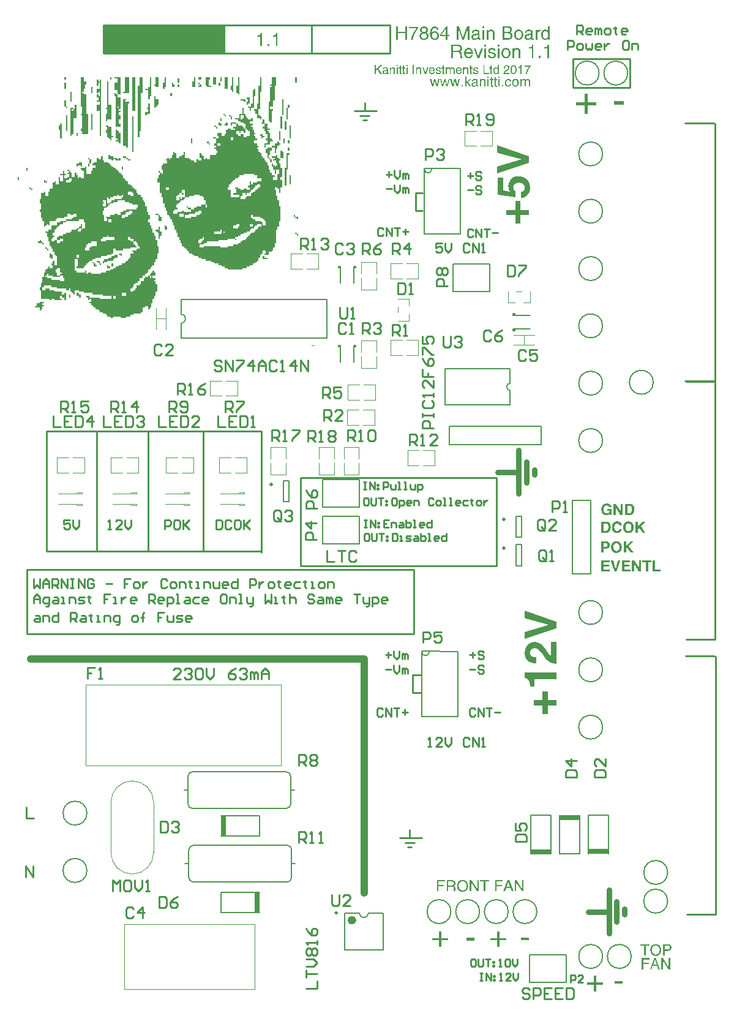
<source format=gto>
G04 Layer_Color=65535*
%FSLAX25Y25*%
%MOIN*%
G70*
G01*
G75*
%ADD27C,0.01000*%
%ADD54C,0.00787*%
%ADD55C,0.00500*%
%ADD56C,0.00400*%
%ADD57C,0.00984*%
%ADD58C,0.02362*%
%ADD59C,0.00394*%
%ADD60C,0.03000*%
%ADD61C,0.00200*%
%ADD62C,0.04000*%
%ADD63C,0.01968*%
%ADD64R,0.11024X0.03150*%
%ADD65R,0.03150X0.11024*%
G36*
X601538Y381824D02*
X601686Y381806D01*
X601820Y381783D01*
X601880Y381769D01*
X601936Y381760D01*
X601991Y381746D01*
X602033Y381732D01*
X602074Y381718D01*
X602107Y381709D01*
X602134Y381700D01*
X602153Y381691D01*
X602167Y381686D01*
X602171D01*
X602301Y381621D01*
X602416Y381552D01*
X602513Y381483D01*
X602601Y381418D01*
X602666Y381363D01*
X602693Y381339D01*
X602716Y381316D01*
X602735Y381298D01*
X602749Y381284D01*
X602753Y381279D01*
X602758Y381275D01*
X602841Y381173D01*
X602915Y381071D01*
X602975Y380970D01*
X603026Y380873D01*
X603063Y380790D01*
X603077Y380757D01*
X603086Y380725D01*
X603095Y380702D01*
X603104Y380683D01*
X603109Y380674D01*
Y380669D01*
X603146Y380545D01*
X603174Y380415D01*
X603192Y380295D01*
X603206Y380180D01*
X603211Y380129D01*
X603215Y380083D01*
Y380041D01*
X603220Y380009D01*
Y379981D01*
Y379958D01*
Y379944D01*
Y379940D01*
X603215Y379778D01*
X603201Y379625D01*
X603178Y379482D01*
X603151Y379348D01*
X603118Y379223D01*
X603081Y379103D01*
X603040Y378997D01*
X603003Y378900D01*
X602961Y378817D01*
X602920Y378738D01*
X602883Y378674D01*
X602850Y378618D01*
X602823Y378577D01*
X602800Y378544D01*
X602786Y378526D01*
X602781Y378521D01*
X602693Y378424D01*
X602592Y378341D01*
X602481Y378272D01*
X602365Y378207D01*
X602250Y378156D01*
X602125Y378115D01*
X602005Y378078D01*
X601889Y378050D01*
X601779Y378027D01*
X601672Y378008D01*
X601580Y377999D01*
X601497Y377990D01*
X601427Y377985D01*
X601400Y377981D01*
X599866D01*
Y375800D01*
X598600D01*
Y381829D01*
X601381D01*
X601538Y381824D01*
D02*
G37*
G36*
X613537Y379353D02*
X616142Y375800D01*
X614516D01*
X612654Y378429D01*
X612063Y377842D01*
Y375800D01*
X610820D01*
Y381829D01*
X612063D01*
Y379371D01*
X614373Y381829D01*
X615994D01*
X613537Y379353D01*
D02*
G37*
G36*
X613583Y392777D02*
X613781Y392758D01*
X613874Y392745D01*
X613962Y392726D01*
X614045Y392712D01*
X614119Y392694D01*
X614188Y392675D01*
X614253Y392661D01*
X614308Y392643D01*
X614354Y392629D01*
X614391Y392620D01*
X614419Y392611D01*
X614437Y392601D01*
X614442D01*
X614636Y392523D01*
X614728Y392477D01*
X614812Y392430D01*
X614895Y392384D01*
X614969Y392333D01*
X615043Y392287D01*
X615107Y392241D01*
X615163Y392199D01*
X615213Y392158D01*
X615260Y392121D01*
X615297Y392093D01*
X615329Y392066D01*
X615347Y392047D01*
X615361Y392033D01*
X615366Y392028D01*
X615440Y391955D01*
X615509Y391876D01*
X615634Y391714D01*
X615745Y391548D01*
X615791Y391470D01*
X615837Y391391D01*
X615874Y391317D01*
X615906Y391252D01*
X615939Y391192D01*
X615962Y391142D01*
X615980Y391100D01*
X615994Y391068D01*
X615999Y391049D01*
X616004Y391040D01*
X616045Y390924D01*
X616082Y390804D01*
X616114Y390684D01*
X616142Y390559D01*
X616184Y390315D01*
X616198Y390194D01*
X616211Y390084D01*
X616221Y389977D01*
X616225Y389880D01*
X616230Y389792D01*
X616234Y389719D01*
X616239Y389658D01*
Y389612D01*
Y389598D01*
Y389584D01*
Y389580D01*
Y389575D01*
Y389437D01*
X616230Y389303D01*
X616221Y389173D01*
X616207Y389053D01*
X616193Y388938D01*
X616175Y388827D01*
X616156Y388725D01*
X616138Y388633D01*
X616119Y388545D01*
X616101Y388471D01*
X616082Y388406D01*
X616068Y388351D01*
X616054Y388309D01*
X616045Y388277D01*
X616041Y388254D01*
X616036Y388249D01*
X615994Y388143D01*
X615948Y388037D01*
X615902Y387940D01*
X615851Y387847D01*
X615805Y387764D01*
X615754Y387681D01*
X615708Y387607D01*
X615662Y387538D01*
X615620Y387478D01*
X615579Y387427D01*
X615542Y387381D01*
X615509Y387339D01*
X615486Y387312D01*
X615468Y387288D01*
X615454Y387275D01*
X615449Y387270D01*
X615301Y387127D01*
X615149Y387002D01*
X614992Y386896D01*
X614918Y386849D01*
X614849Y386808D01*
X614784Y386771D01*
X614724Y386739D01*
X614668Y386716D01*
X614622Y386692D01*
X614585Y386674D01*
X614558Y386660D01*
X614539Y386655D01*
X614534Y386651D01*
X614428Y386614D01*
X614322Y386581D01*
X614114Y386526D01*
X613915Y386489D01*
X613818Y386471D01*
X613730Y386461D01*
X613647Y386452D01*
X613573Y386448D01*
X613509Y386438D01*
X613449D01*
X613407Y386434D01*
X613342D01*
X613181Y386438D01*
X613028Y386452D01*
X612880Y386471D01*
X612737Y386494D01*
X612603Y386522D01*
X612483Y386554D01*
X612368Y386591D01*
X612261Y386628D01*
X612164Y386660D01*
X612081Y386697D01*
X612007Y386729D01*
X611947Y386757D01*
X611896Y386780D01*
X611859Y386799D01*
X611841Y386812D01*
X611832Y386817D01*
X611712Y386896D01*
X611601Y386974D01*
X611499Y387057D01*
X611402Y387140D01*
X611314Y387228D01*
X611231Y387312D01*
X611157Y387395D01*
X611093Y387473D01*
X611037Y387552D01*
X610986Y387621D01*
X610940Y387681D01*
X610908Y387732D01*
X610880Y387778D01*
X610857Y387810D01*
X610848Y387829D01*
X610843Y387838D01*
X610783Y387967D01*
X610728Y388097D01*
X610677Y388217D01*
X610640Y388323D01*
X610621Y388374D01*
X610607Y388416D01*
X610594Y388453D01*
X610584Y388490D01*
X610575Y388513D01*
X610570Y388531D01*
X610566Y388545D01*
Y388550D01*
X610529Y388684D01*
X610506Y388818D01*
X610487Y388942D01*
X610473Y389058D01*
X610469Y389109D01*
X610464Y389155D01*
Y389196D01*
X610460Y389233D01*
Y389261D01*
Y389280D01*
Y389294D01*
Y389298D01*
Y389515D01*
X610464Y389695D01*
X610473Y389866D01*
X610487Y390033D01*
X610506Y390190D01*
X610529Y390338D01*
X610557Y390476D01*
X610580Y390610D01*
X610612Y390726D01*
X610640Y390837D01*
X610663Y390934D01*
X610690Y391017D01*
X610714Y391086D01*
X610732Y391142D01*
X610746Y391183D01*
X610755Y391206D01*
X610760Y391215D01*
X610820Y391349D01*
X610889Y391479D01*
X610963Y391594D01*
X611042Y391705D01*
X611120Y391811D01*
X611203Y391904D01*
X611282Y391991D01*
X611360Y392070D01*
X611434Y392135D01*
X611504Y392195D01*
X611564Y392250D01*
X611619Y392292D01*
X611661Y392324D01*
X611698Y392347D01*
X611716Y392361D01*
X611725Y392366D01*
X611855Y392440D01*
X611989Y392504D01*
X612127Y392560D01*
X612266Y392611D01*
X612405Y392648D01*
X612543Y392685D01*
X612673Y392712D01*
X612802Y392735D01*
X612922Y392749D01*
X613028Y392763D01*
X613125Y392772D01*
X613213Y392782D01*
X613282D01*
X613310Y392786D01*
X613375D01*
X613583Y392777D01*
D02*
G37*
G36*
X607064Y381977D02*
X607263Y381959D01*
X607355Y381945D01*
X607443Y381926D01*
X607526Y381912D01*
X607600Y381894D01*
X607669Y381875D01*
X607734Y381861D01*
X607789Y381843D01*
X607835Y381829D01*
X607872Y381820D01*
X607900Y381811D01*
X607919Y381801D01*
X607923D01*
X608117Y381723D01*
X608210Y381677D01*
X608293Y381630D01*
X608376Y381584D01*
X608450Y381533D01*
X608524Y381487D01*
X608588Y381441D01*
X608644Y381399D01*
X608695Y381358D01*
X608741Y381321D01*
X608778Y381293D01*
X608810Y381265D01*
X608829Y381247D01*
X608843Y381233D01*
X608847Y381228D01*
X608921Y381155D01*
X608990Y381076D01*
X609115Y380914D01*
X609226Y380748D01*
X609272Y380669D01*
X609318Y380591D01*
X609355Y380517D01*
X609388Y380452D01*
X609420Y380392D01*
X609443Y380342D01*
X609462Y380300D01*
X609476Y380268D01*
X609480Y380249D01*
X609485Y380240D01*
X609526Y380124D01*
X609563Y380004D01*
X609596Y379884D01*
X609623Y379759D01*
X609665Y379515D01*
X609679Y379394D01*
X609693Y379283D01*
X609702Y379177D01*
X609706Y379080D01*
X609711Y378992D01*
X609716Y378919D01*
X609720Y378858D01*
Y378812D01*
Y378798D01*
Y378784D01*
Y378780D01*
Y378775D01*
Y378637D01*
X609711Y378503D01*
X609702Y378373D01*
X609688Y378253D01*
X609674Y378138D01*
X609656Y378027D01*
X609637Y377925D01*
X609619Y377833D01*
X609600Y377745D01*
X609582Y377671D01*
X609563Y377606D01*
X609549Y377551D01*
X609536Y377509D01*
X609526Y377477D01*
X609522Y377454D01*
X609517Y377449D01*
X609476Y377343D01*
X609429Y377237D01*
X609383Y377140D01*
X609332Y377047D01*
X609286Y376964D01*
X609235Y376881D01*
X609189Y376807D01*
X609143Y376738D01*
X609101Y376678D01*
X609060Y376627D01*
X609023Y376581D01*
X608990Y376539D01*
X608967Y376512D01*
X608949Y376488D01*
X608935Y376474D01*
X608930Y376470D01*
X608782Y376327D01*
X608630Y376202D01*
X608473Y376096D01*
X608399Y376049D01*
X608330Y376008D01*
X608265Y375971D01*
X608205Y375939D01*
X608149Y375916D01*
X608103Y375892D01*
X608066Y375874D01*
X608039Y375860D01*
X608020Y375855D01*
X608016Y375851D01*
X607909Y375814D01*
X607803Y375781D01*
X607595Y375726D01*
X607397Y375689D01*
X607300Y375671D01*
X607212Y375661D01*
X607128Y375652D01*
X607055Y375647D01*
X606990Y375638D01*
X606930D01*
X606888Y375634D01*
X606824D01*
X606662Y375638D01*
X606509Y375652D01*
X606362Y375671D01*
X606218Y375694D01*
X606084Y375722D01*
X605964Y375754D01*
X605849Y375791D01*
X605743Y375828D01*
X605646Y375860D01*
X605562Y375897D01*
X605488Y375929D01*
X605428Y375957D01*
X605377Y375980D01*
X605341Y375999D01*
X605322Y376012D01*
X605313Y376017D01*
X605193Y376096D01*
X605082Y376174D01*
X604980Y376257D01*
X604883Y376341D01*
X604795Y376428D01*
X604712Y376512D01*
X604638Y376595D01*
X604574Y376673D01*
X604518Y376752D01*
X604467Y376821D01*
X604421Y376881D01*
X604389Y376932D01*
X604361Y376978D01*
X604338Y377010D01*
X604329Y377029D01*
X604324Y377038D01*
X604264Y377168D01*
X604209Y377297D01*
X604158Y377417D01*
X604121Y377523D01*
X604102Y377574D01*
X604089Y377616D01*
X604075Y377653D01*
X604066Y377690D01*
X604056Y377713D01*
X604052Y377731D01*
X604047Y377745D01*
Y377750D01*
X604010Y377884D01*
X603987Y378018D01*
X603968Y378142D01*
X603955Y378258D01*
X603950Y378309D01*
X603945Y378355D01*
Y378396D01*
X603941Y378433D01*
Y378461D01*
Y378480D01*
Y378493D01*
Y378498D01*
Y378715D01*
X603945Y378895D01*
X603955Y379066D01*
X603968Y379233D01*
X603987Y379390D01*
X604010Y379538D01*
X604038Y379676D01*
X604061Y379810D01*
X604093Y379926D01*
X604121Y380036D01*
X604144Y380134D01*
X604172Y380217D01*
X604195Y380286D01*
X604213Y380342D01*
X604227Y380383D01*
X604236Y380406D01*
X604241Y380415D01*
X604301Y380549D01*
X604370Y380679D01*
X604444Y380794D01*
X604523Y380905D01*
X604601Y381011D01*
X604684Y381104D01*
X604763Y381191D01*
X604842Y381270D01*
X604916Y381335D01*
X604985Y381395D01*
X605045Y381450D01*
X605100Y381492D01*
X605142Y381524D01*
X605179Y381547D01*
X605197Y381561D01*
X605207Y381566D01*
X605336Y381640D01*
X605470Y381704D01*
X605609Y381760D01*
X605747Y381811D01*
X605886Y381848D01*
X606024Y381885D01*
X606154Y381912D01*
X606283Y381935D01*
X606403Y381949D01*
X606509Y381963D01*
X606606Y381972D01*
X606694Y381982D01*
X606764D01*
X606791Y381986D01*
X606856D01*
X607064Y381977D01*
D02*
G37*
G36*
X627863Y366700D02*
X630852D01*
Y365600D01*
X626597D01*
Y371629D01*
X627863D01*
Y366700D01*
D02*
G37*
G36*
X607544Y367333D02*
X606953Y365600D01*
X605761D01*
X604320Y369892D01*
X603733Y371629D01*
X605073D01*
X606278Y367333D01*
X606366Y367055D01*
X607604Y371352D01*
X607688Y371629D01*
X609000D01*
X607544Y367333D01*
D02*
G37*
G36*
X620259Y365600D02*
X618997D01*
X616544Y369892D01*
X616526Y365600D01*
X615343D01*
Y371629D01*
X616673D01*
X619067Y367434D01*
X619085Y371629D01*
X620259D01*
Y365600D01*
D02*
G37*
G36*
X601437Y392624D02*
X601589Y392611D01*
X601728Y392592D01*
X601862Y392569D01*
X601987Y392541D01*
X602102Y392504D01*
X602208Y392472D01*
X602305Y392435D01*
X602388Y392398D01*
X602462Y392366D01*
X602527Y392333D01*
X602582Y392301D01*
X602624Y392278D01*
X602656Y392260D01*
X602675Y392246D01*
X602679Y392241D01*
X602776Y392167D01*
X602869Y392089D01*
X602952Y392005D01*
X603031Y391918D01*
X603100Y391834D01*
X603165Y391747D01*
X603225Y391664D01*
X603275Y391580D01*
X603322Y391506D01*
X603363Y391437D01*
X603396Y391372D01*
X603423Y391317D01*
X603442Y391271D01*
X603456Y391238D01*
X603465Y391220D01*
X603470Y391211D01*
X603511Y391086D01*
X603553Y390966D01*
X603585Y390841D01*
X603613Y390726D01*
X603636Y390605D01*
X603654Y390495D01*
X603673Y390388D01*
X603682Y390291D01*
X603696Y390199D01*
X603700Y390116D01*
X603705Y390042D01*
X603710Y389982D01*
X603714Y389931D01*
Y389894D01*
Y389871D01*
Y389862D01*
X603710Y389705D01*
X603705Y389548D01*
X603691Y389395D01*
X603677Y389252D01*
X603659Y389113D01*
X603640Y388984D01*
X603617Y388864D01*
X603599Y388748D01*
X603576Y388647D01*
X603553Y388554D01*
X603534Y388476D01*
X603516Y388406D01*
X603502Y388356D01*
X603488Y388314D01*
X603483Y388291D01*
X603479Y388282D01*
X603428Y388148D01*
X603372Y388018D01*
X603317Y387894D01*
X603252Y387778D01*
X603188Y387672D01*
X603123Y387575D01*
X603054Y387482D01*
X602994Y387399D01*
X602929Y387325D01*
X602874Y387261D01*
X602823Y387205D01*
X602776Y387159D01*
X602739Y387122D01*
X602712Y387099D01*
X602693Y387081D01*
X602689Y387076D01*
X602582Y386993D01*
X602467Y386919D01*
X602351Y386854D01*
X602231Y386799D01*
X602111Y386757D01*
X601991Y386716D01*
X601876Y386683D01*
X601765Y386660D01*
X601658Y386642D01*
X601561Y386623D01*
X601478Y386614D01*
X601404Y386609D01*
X601340Y386605D01*
X601294Y386600D01*
X598600D01*
Y392629D01*
X601280D01*
X601437Y392624D01*
D02*
G37*
G36*
X554268Y593195D02*
X559300Y591477D01*
Y588015D01*
X546833Y583827D01*
X541787Y582123D01*
Y586015D01*
X554268Y589517D01*
X555073Y589773D01*
X542592Y593369D01*
X541787Y593611D01*
Y597422D01*
X554268Y593195D01*
D02*
G37*
G36*
X569396Y295415D02*
X574200D01*
Y292691D01*
X569396D01*
Y287900D01*
X566671D01*
Y292691D01*
X561880D01*
Y295415D01*
X566671D01*
Y300220D01*
X569396D01*
Y295415D01*
D02*
G37*
G36*
X574200Y306970D02*
X562270D01*
Y302823D01*
X559881D01*
X559867Y303226D01*
X559841Y303615D01*
X559800Y303977D01*
X559747Y304313D01*
X559680Y304621D01*
X559599Y304917D01*
X559518Y305198D01*
X559411Y305453D01*
X559304Y305681D01*
X559183Y305910D01*
X559062Y306111D01*
X558928Y306299D01*
X558794Y306460D01*
X558660Y306621D01*
X558525Y306755D01*
X558378Y306889D01*
X558109Y307091D01*
X557841Y307265D01*
X557586Y307386D01*
X557358Y307480D01*
X557170Y307547D01*
X557022Y307574D01*
X556955Y307587D01*
X556915Y307601D01*
X556888D01*
Y310405D01*
X574200D01*
Y306970D01*
D02*
G37*
G36*
X553744Y580607D02*
X554133Y580580D01*
X554482Y580540D01*
X554831Y580486D01*
X555140Y580419D01*
X555448Y580352D01*
X555717Y580271D01*
X555972Y580191D01*
X556200Y580110D01*
X556401Y580030D01*
X556576Y579962D01*
X556710Y579895D01*
X556831Y579842D01*
X556911Y579802D01*
X556965Y579775D01*
X556978Y579761D01*
X557247Y579600D01*
X557488Y579426D01*
X557730Y579251D01*
X557931Y579063D01*
X558133Y578875D01*
X558307Y578701D01*
X558468Y578513D01*
X558602Y578339D01*
X558723Y578178D01*
X558830Y578030D01*
X558924Y577896D01*
X558991Y577775D01*
X559058Y577681D01*
X559099Y577614D01*
X559112Y577560D01*
X559126Y577547D01*
X559246Y577279D01*
X559340Y577010D01*
X559434Y576742D01*
X559501Y576473D01*
X559622Y575950D01*
X559662Y575708D01*
X559703Y575480D01*
X559729Y575252D01*
X559743Y575064D01*
X559756Y574890D01*
X559770Y574742D01*
X559783Y574608D01*
Y574527D01*
Y574460D01*
Y574447D01*
X559770Y574165D01*
X559756Y573897D01*
X559689Y573373D01*
X559635Y573132D01*
X559582Y572890D01*
X559528Y572675D01*
X559461Y572474D01*
X559407Y572286D01*
X559354Y572125D01*
X559300Y571978D01*
X559246Y571857D01*
X559206Y571763D01*
X559179Y571682D01*
X559152Y571642D01*
Y571629D01*
X558897Y571172D01*
X558616Y570770D01*
X558468Y570582D01*
X558320Y570421D01*
X558186Y570260D01*
X558039Y570126D01*
X557918Y570005D01*
X557797Y569884D01*
X557690Y569790D01*
X557596Y569723D01*
X557515Y569656D01*
X557462Y569616D01*
X557421Y569589D01*
X557408Y569575D01*
X557180Y569441D01*
X556952Y569320D01*
X556723Y569213D01*
X556535Y569133D01*
X556361Y569066D01*
X556227Y569012D01*
X556187Y568998D01*
X556146Y568985D01*
X556133Y568971D01*
X556119D01*
X555864Y568891D01*
X555623Y568837D01*
X555381Y568784D01*
X555167Y568757D01*
X554979Y568743D01*
X554831Y568730D01*
X554697D01*
Y572165D01*
X554885Y572179D01*
X555059Y572192D01*
X555220Y572219D01*
X555341Y572246D01*
X555448Y572273D01*
X555529Y572300D01*
X555583Y572327D01*
X555596D01*
X555757Y572407D01*
X555891Y572488D01*
X556026Y572568D01*
X556133Y572635D01*
X556213Y572702D01*
X556281Y572756D01*
X556321Y572783D01*
X556334Y572796D01*
X556441Y572890D01*
X556535Y572984D01*
X556616Y573105D01*
X556683Y573212D01*
X556737Y573306D01*
X556777Y573387D01*
X556804Y573440D01*
X556817Y573454D01*
X556884Y573601D01*
X556925Y573749D01*
X556965Y573883D01*
X556978Y574004D01*
X556992Y574111D01*
X557005Y574192D01*
Y574246D01*
Y574259D01*
X556978Y574608D01*
X556925Y574930D01*
X556858Y575212D01*
X556764Y575453D01*
X556670Y575641D01*
X556629Y575722D01*
X556603Y575789D01*
X556562Y575843D01*
X556549Y575883D01*
X556522Y575896D01*
Y575910D01*
X556334Y576138D01*
X556133Y576339D01*
X555932Y576500D01*
X555744Y576634D01*
X555583Y576728D01*
X555448Y576795D01*
X555395Y576822D01*
X555354Y576836D01*
X555341Y576849D01*
X555328D01*
X555046Y576943D01*
X554764Y577010D01*
X554496Y577050D01*
X554254Y577091D01*
X554039Y577104D01*
X553945D01*
X553865Y577117D01*
X553717D01*
X553368Y577104D01*
X553060Y577064D01*
X552778Y577010D01*
X552536Y576956D01*
X552348Y576903D01*
X552214Y576849D01*
X552161Y576822D01*
X552120Y576809D01*
X552107Y576795D01*
X552094D01*
X551838Y576661D01*
X551624Y576514D01*
X551436Y576366D01*
X551288Y576232D01*
X551181Y576111D01*
X551100Y576017D01*
X551060Y575950D01*
X551047Y575923D01*
X551006Y575856D01*
X550953Y575762D01*
X550872Y575601D01*
X550832Y575521D01*
X550805Y575453D01*
X550778Y575413D01*
Y575400D01*
X550711Y575225D01*
X550684Y575064D01*
X550671Y574984D01*
Y574930D01*
Y574890D01*
Y574876D01*
X550684Y574527D01*
X550725Y574219D01*
X550792Y573937D01*
X550859Y573668D01*
X550966Y573440D01*
X551060Y573226D01*
X551181Y573038D01*
X551288Y572877D01*
X551409Y572743D01*
X551530Y572622D01*
X551624Y572528D01*
X551718Y572447D01*
X551798Y572380D01*
X551865Y572340D01*
X551906Y572327D01*
X551919Y572313D01*
X551771Y569267D01*
X542270Y570461D01*
Y579962D01*
X545169D01*
Y572917D01*
X548926Y572313D01*
X548752Y572568D01*
X548618Y572836D01*
X548484Y573105D01*
X548376Y573373D01*
X548282Y573628D01*
X548202Y573883D01*
X548148Y574138D01*
X548094Y574366D01*
X548054Y574581D01*
X548027Y574782D01*
X548000Y574957D01*
X547987Y575105D01*
X547973Y575225D01*
Y575319D01*
Y575386D01*
Y575400D01*
X548000Y575789D01*
X548054Y576165D01*
X548135Y576540D01*
X548215Y576876D01*
X548269Y577024D01*
X548309Y577158D01*
X548349Y577279D01*
X548389Y577386D01*
X548430Y577466D01*
X548443Y577533D01*
X548470Y577574D01*
Y577587D01*
X548685Y578003D01*
X548926Y578392D01*
X549181Y578741D01*
X549302Y578889D01*
X549423Y579037D01*
X549544Y579157D01*
X549651Y579278D01*
X549745Y579372D01*
X549825Y579466D01*
X549906Y579520D01*
X549960Y579573D01*
X549987Y579600D01*
X550000Y579614D01*
X550215Y579788D01*
X550429Y579936D01*
X550631Y580056D01*
X550819Y580164D01*
X550966Y580231D01*
X551087Y580298D01*
X551167Y580325D01*
X551181Y580338D01*
X551194D01*
X551423Y580419D01*
X551651Y580486D01*
X551879Y580526D01*
X552094Y580566D01*
X552268Y580580D01*
X552416Y580593D01*
X552550D01*
X553355Y580620D01*
X553744Y580607D01*
D02*
G37*
G36*
X620055Y390153D02*
X622661Y386600D01*
X621035D01*
X619173Y389229D01*
X618581Y388642D01*
Y386600D01*
X617339D01*
Y392629D01*
X618581D01*
Y390171D01*
X620892Y392629D01*
X622513D01*
X620055Y390153D01*
D02*
G37*
G36*
X607323Y392782D02*
X607452Y392772D01*
X607581Y392758D01*
X607701Y392740D01*
X607817Y392722D01*
X607923Y392694D01*
X608020Y392671D01*
X608113Y392643D01*
X608196Y392615D01*
X608270Y392592D01*
X608330Y392564D01*
X608385Y392546D01*
X608427Y392528D01*
X608459Y392514D01*
X608478Y392504D01*
X608482Y392500D01*
X608588Y392444D01*
X608685Y392384D01*
X608778Y392320D01*
X608866Y392255D01*
X608944Y392190D01*
X609018Y392130D01*
X609087Y392066D01*
X609148Y392010D01*
X609198Y391950D01*
X609249Y391899D01*
X609286Y391853D01*
X609318Y391816D01*
X609346Y391784D01*
X609365Y391756D01*
X609374Y391742D01*
X609378Y391737D01*
X609439Y391640D01*
X609494Y391548D01*
X609540Y391451D01*
X609582Y391354D01*
X609619Y391262D01*
X609651Y391169D01*
X609679Y391081D01*
X609702Y391003D01*
X609725Y390924D01*
X609739Y390855D01*
X609753Y390795D01*
X609762Y390744D01*
X609766Y390703D01*
X609771Y390670D01*
X609776Y390647D01*
Y390642D01*
X608510D01*
X608482Y390739D01*
X608455Y390827D01*
X608422Y390911D01*
X608381Y390989D01*
X608344Y391063D01*
X608297Y391128D01*
X608251Y391192D01*
X608205Y391248D01*
X608103Y391349D01*
X607997Y391437D01*
X607886Y391506D01*
X607775Y391562D01*
X607674Y391603D01*
X607572Y391636D01*
X607480Y391659D01*
X607397Y391673D01*
X607332Y391687D01*
X607304D01*
X607281Y391691D01*
X607235D01*
X607096Y391687D01*
X606971Y391668D01*
X606851Y391636D01*
X606736Y391599D01*
X606634Y391557D01*
X606537Y391506D01*
X606449Y391456D01*
X606371Y391400D01*
X606301Y391345D01*
X606237Y391294D01*
X606186Y391243D01*
X606145Y391201D01*
X606108Y391165D01*
X606084Y391132D01*
X606071Y391114D01*
X606066Y391109D01*
X605997Y390998D01*
X605932Y390878D01*
X605876Y390753D01*
X605830Y390624D01*
X605793Y390490D01*
X605761Y390361D01*
X605733Y390231D01*
X605710Y390107D01*
X605692Y389991D01*
X605683Y389880D01*
X605673Y389783D01*
X605664Y389700D01*
Y389631D01*
X605659Y389603D01*
Y389580D01*
Y389561D01*
Y389548D01*
Y389538D01*
Y389534D01*
X605678Y389483D01*
X605687Y389307D01*
X605706Y389136D01*
X605729Y388979D01*
X605747Y388905D01*
X605761Y388836D01*
X605775Y388771D01*
X605793Y388716D01*
X605807Y388665D01*
X605816Y388624D01*
X605830Y388591D01*
X605835Y388568D01*
X605844Y388550D01*
Y388545D01*
X605909Y388383D01*
X605987Y388240D01*
X606029Y388171D01*
X606071Y388111D01*
X606112Y388055D01*
X606149Y388004D01*
X606186Y387958D01*
X606223Y387921D01*
X606255Y387884D01*
X606283Y387857D01*
X606306Y387833D01*
X606325Y387820D01*
X606334Y387810D01*
X606339Y387806D01*
X606403Y387760D01*
X606468Y387718D01*
X606532Y387681D01*
X606602Y387649D01*
X606667Y387621D01*
X606736Y387598D01*
X606861Y387566D01*
X606916Y387556D01*
X606967Y387547D01*
X607013Y387543D01*
X607055Y387538D01*
X607087Y387533D01*
X607133D01*
X607235Y387538D01*
X607336Y387547D01*
X607429Y387561D01*
X607517Y387584D01*
X607600Y387607D01*
X607678Y387639D01*
X607826Y387709D01*
X607951Y387797D01*
X608066Y387894D01*
X608163Y387995D01*
X608247Y388102D01*
X608316Y388203D01*
X608371Y388309D01*
X608418Y388402D01*
X608455Y388490D01*
X608478Y388559D01*
X608491Y388591D01*
X608496Y388619D01*
X608501Y388637D01*
X608505Y388651D01*
X608510Y388661D01*
Y388665D01*
X609776D01*
X609753Y388545D01*
X609725Y388434D01*
X609693Y388323D01*
X609660Y388217D01*
X609628Y388115D01*
X609591Y388023D01*
X609554Y387935D01*
X609517Y387852D01*
X609485Y387783D01*
X609448Y387718D01*
X609420Y387658D01*
X609392Y387612D01*
X609374Y387575D01*
X609355Y387547D01*
X609346Y387529D01*
X609341Y387524D01*
X609277Y387432D01*
X609207Y387344D01*
X609134Y387265D01*
X609060Y387187D01*
X608986Y387117D01*
X608917Y387053D01*
X608843Y386993D01*
X608773Y386942D01*
X608709Y386891D01*
X608648Y386849D01*
X608598Y386817D01*
X608552Y386785D01*
X608510Y386762D01*
X608482Y386748D01*
X608464Y386739D01*
X608459Y386734D01*
X608353Y386683D01*
X608242Y386637D01*
X608131Y386595D01*
X608020Y386558D01*
X607914Y386531D01*
X607808Y386508D01*
X607706Y386489D01*
X607609Y386471D01*
X607521Y386457D01*
X607438Y386448D01*
X607364Y386443D01*
X607304Y386438D01*
X607253Y386434D01*
X607184D01*
X607036Y386438D01*
X606893Y386448D01*
X606759Y386466D01*
X606630Y386485D01*
X606505Y386512D01*
X606385Y386540D01*
X606278Y386568D01*
X606177Y386600D01*
X606084Y386632D01*
X606006Y386660D01*
X605937Y386688D01*
X605876Y386716D01*
X605830Y386734D01*
X605793Y386753D01*
X605775Y386762D01*
X605766Y386766D01*
X605650Y386836D01*
X605539Y386910D01*
X605438Y386988D01*
X605341Y387076D01*
X605248Y387159D01*
X605165Y387247D01*
X605091Y387335D01*
X605022Y387418D01*
X604962Y387501D01*
X604911Y387575D01*
X604865Y387639D01*
X604828Y387700D01*
X604795Y387746D01*
X604777Y387783D01*
X604763Y387806D01*
X604759Y387815D01*
X604694Y387949D01*
X604638Y388088D01*
X604588Y388222D01*
X604551Y388346D01*
X604537Y388402D01*
X604518Y388453D01*
X604509Y388494D01*
X604500Y388536D01*
X604491Y388568D01*
X604486Y388591D01*
X604481Y388605D01*
Y388610D01*
X604449Y388776D01*
X604426Y388942D01*
X604407Y389099D01*
X604403Y389173D01*
X604398Y389247D01*
X604393Y389307D01*
X604389Y389367D01*
Y389418D01*
X604384Y389464D01*
Y389501D01*
Y389525D01*
Y389543D01*
Y389548D01*
X604403Y389723D01*
X604407Y389866D01*
X604412Y389996D01*
X604421Y390107D01*
X604426Y390157D01*
X604430Y390204D01*
X604435Y390245D01*
X604440Y390282D01*
X604444Y390315D01*
X604449Y390342D01*
X604454Y390361D01*
X604458Y390374D01*
Y390384D01*
Y390388D01*
X604481Y390499D01*
X604509Y390610D01*
X604537Y390712D01*
X604564Y390809D01*
X604592Y390887D01*
X604601Y390924D01*
X604615Y390952D01*
X604620Y390975D01*
X604629Y390994D01*
X604634Y391003D01*
Y391007D01*
X604675Y391114D01*
X604717Y391220D01*
X604763Y391317D01*
X604814Y391405D01*
X604860Y391493D01*
X604906Y391571D01*
X604952Y391645D01*
X604994Y391714D01*
X605036Y391774D01*
X605077Y391825D01*
X605110Y391871D01*
X605137Y391908D01*
X605165Y391941D01*
X605184Y391959D01*
X605193Y391973D01*
X605197Y391978D01*
X605331Y392112D01*
X605475Y392232D01*
X605622Y392333D01*
X605756Y392417D01*
X605821Y392454D01*
X605876Y392486D01*
X605932Y392514D01*
X605973Y392532D01*
X606010Y392551D01*
X606038Y392564D01*
X606057Y392569D01*
X606061Y392574D01*
X606154Y392606D01*
X606246Y392638D01*
X606339Y392661D01*
X606422Y392685D01*
X606491Y392703D01*
X606523Y392708D01*
X606546Y392717D01*
X606569Y392722D01*
X606583D01*
X606593Y392726D01*
X606597D01*
X606699Y392745D01*
X606801Y392763D01*
X606902Y392772D01*
X606990Y392777D01*
X607068Y392782D01*
X607101Y392786D01*
X607184D01*
X607323Y392782D01*
D02*
G37*
G36*
X554496Y562315D02*
X559300D01*
Y559591D01*
X554496D01*
Y554800D01*
X551771D01*
Y559591D01*
X546980D01*
Y562315D01*
X551771D01*
Y567120D01*
X554496D01*
Y562315D01*
D02*
G37*
G36*
X625849Y370562D02*
X624028D01*
Y365600D01*
X622763D01*
Y370562D01*
X620952D01*
Y371629D01*
X625849D01*
Y370562D01*
D02*
G37*
G36*
X538848Y660456D02*
X539037Y660433D01*
X539120Y660417D01*
X539203Y660400D01*
X539276Y660378D01*
X539342Y660361D01*
X539403Y660339D01*
X539459Y660317D01*
X539509Y660300D01*
X539547Y660284D01*
X539581Y660273D01*
X539603Y660261D01*
X539614Y660250D01*
X539619D01*
X539758Y660167D01*
X539886Y660067D01*
X539991Y659962D01*
X540080Y659856D01*
X540152Y659762D01*
X540180Y659723D01*
X540202Y659690D01*
X540225Y659656D01*
X540236Y659634D01*
X540247Y659623D01*
Y659618D01*
X540319Y659451D01*
X540374Y659279D01*
X540413Y659113D01*
X540435Y658957D01*
X540447Y658885D01*
X540452Y658818D01*
X540458Y658763D01*
Y658707D01*
X540463Y658669D01*
Y658641D01*
Y658619D01*
Y658613D01*
Y655000D01*
X539570D01*
Y658297D01*
Y658413D01*
X539559Y658524D01*
X539547Y658624D01*
X539536Y658718D01*
X539520Y658813D01*
X539498Y658890D01*
X539475Y658968D01*
X539459Y659035D01*
X539436Y659096D01*
X539414Y659151D01*
X539397Y659196D01*
X539375Y659235D01*
X539364Y659262D01*
X539353Y659285D01*
X539342Y659296D01*
Y659301D01*
X539298Y659368D01*
X539242Y659423D01*
X539187Y659473D01*
X539120Y659518D01*
X539053Y659551D01*
X538987Y659584D01*
X538848Y659629D01*
X538720Y659651D01*
X538665Y659662D01*
X538621Y659668D01*
X538576Y659673D01*
X538521D01*
X538371Y659662D01*
X538227Y659640D01*
X538093Y659607D01*
X537977Y659573D01*
X537927Y659551D01*
X537882Y659534D01*
X537844Y659518D01*
X537810Y659501D01*
X537782Y659484D01*
X537766Y659479D01*
X537755Y659468D01*
X537749D01*
X537622Y659379D01*
X537510Y659279D01*
X537416Y659179D01*
X537344Y659085D01*
X537283Y659002D01*
X537261Y658968D01*
X537239Y658935D01*
X537227Y658907D01*
X537216Y658890D01*
X537205Y658879D01*
Y658874D01*
X537144Y658730D01*
X537105Y658585D01*
X537072Y658447D01*
X537050Y658319D01*
X537044Y658258D01*
X537039Y658208D01*
X537033Y658158D01*
Y658119D01*
X537028Y658086D01*
Y658064D01*
Y658047D01*
Y658041D01*
Y655000D01*
X536134D01*
Y660323D01*
X536983D01*
Y659545D01*
X537011Y659590D01*
X537044Y659645D01*
X537089Y659695D01*
X537133Y659751D01*
X537178Y659801D01*
X537216Y659840D01*
X537239Y659862D01*
X537250Y659873D01*
X537327Y659945D01*
X537416Y660017D01*
X537510Y660089D01*
X537599Y660150D01*
X537683Y660200D01*
X537721Y660222D01*
X537755Y660245D01*
X537777Y660256D01*
X537799Y660267D01*
X537810Y660278D01*
X537816D01*
X537955Y660339D01*
X538099Y660389D01*
X538238Y660422D01*
X538365Y660444D01*
X538421Y660450D01*
X538476Y660456D01*
X538526Y660461D01*
X538565Y660467D01*
X538643D01*
X538848Y660456D01*
D02*
G37*
G36*
X570544Y655000D02*
X569706D01*
Y655733D01*
X569651Y655638D01*
X569590Y655549D01*
X569528Y655472D01*
X569467Y655405D01*
X569412Y655350D01*
X569368Y655305D01*
X569340Y655283D01*
X569334Y655272D01*
X569329D01*
X569240Y655205D01*
X569157Y655144D01*
X569079Y655100D01*
X569007Y655061D01*
X568951Y655033D01*
X568901Y655011D01*
X568874Y655000D01*
X568862Y654994D01*
X568779Y654961D01*
X568702Y654933D01*
X568635Y654917D01*
X568574Y654900D01*
X568518Y654889D01*
X568480Y654878D01*
X568457Y654872D01*
X568446D01*
X568158Y654839D01*
X568008Y654845D01*
X567864Y654856D01*
X567725Y654878D01*
X567597Y654911D01*
X567481Y654945D01*
X567364Y654978D01*
X567264Y655022D01*
X567170Y655061D01*
X567087Y655100D01*
X567014Y655144D01*
X566948Y655178D01*
X566898Y655216D01*
X566853Y655244D01*
X566820Y655266D01*
X566803Y655277D01*
X566798Y655283D01*
X566704Y655366D01*
X566615Y655455D01*
X566532Y655549D01*
X566459Y655644D01*
X566387Y655738D01*
X566326Y655832D01*
X566276Y655921D01*
X566226Y656010D01*
X566187Y656088D01*
X566149Y656166D01*
X566121Y656232D01*
X566093Y656293D01*
X566076Y656338D01*
X566065Y656376D01*
X566054Y656399D01*
Y656404D01*
X565982Y656654D01*
X565927Y656904D01*
X565888Y657142D01*
X565871Y657253D01*
X565860Y657359D01*
X565849Y657459D01*
X565843Y657548D01*
X565838Y657625D01*
Y657692D01*
X565832Y657747D01*
Y657786D01*
Y657808D01*
Y657819D01*
X565838Y657958D01*
X565843Y658086D01*
X565854Y658219D01*
X565871Y658341D01*
X565893Y658458D01*
X565915Y658569D01*
X565938Y658674D01*
X565965Y658774D01*
X565988Y658857D01*
X566010Y658941D01*
X566032Y659007D01*
X566054Y659063D01*
X566071Y659113D01*
X566082Y659146D01*
X566093Y659168D01*
Y659174D01*
X566143Y659285D01*
X566198Y659384D01*
X566260Y659484D01*
X566321Y659573D01*
X566382Y659662D01*
X566448Y659740D01*
X566509Y659812D01*
X566570Y659878D01*
X566631Y659934D01*
X566681Y659984D01*
X566731Y660028D01*
X566776Y660062D01*
X566809Y660089D01*
X566837Y660112D01*
X566853Y660123D01*
X566859Y660128D01*
X566953Y660189D01*
X567048Y660239D01*
X567147Y660284D01*
X567247Y660323D01*
X567347Y660356D01*
X567447Y660384D01*
X567542Y660406D01*
X567630Y660422D01*
X567714Y660439D01*
X567791Y660450D01*
X567864Y660456D01*
X567919Y660461D01*
X567969Y660467D01*
X568152D01*
X568263Y660456D01*
X568368Y660444D01*
X568463Y660428D01*
X568552Y660406D01*
X568629Y660384D01*
X568707Y660361D01*
X568774Y660339D01*
X568829Y660317D01*
X568879Y660295D01*
X568924Y660273D01*
X568962Y660250D01*
X568990Y660234D01*
X569007Y660222D01*
X569018Y660217D01*
X569023Y660211D01*
X569146Y660112D01*
X569262Y660006D01*
X569362Y659901D01*
X569451Y659801D01*
X569523Y659706D01*
X569551Y659668D01*
X569578Y659634D01*
X569595Y659607D01*
X569612Y659584D01*
X569617Y659573D01*
X569623Y659568D01*
Y662320D01*
X570544D01*
Y655000D01*
D02*
G37*
G36*
X508151Y662143D02*
X508234Y662132D01*
X508312Y662121D01*
X508379Y662110D01*
X508428Y662098D01*
X508462Y662093D01*
X508473Y662087D01*
X508562Y662065D01*
X508651Y662037D01*
X508728Y662010D01*
X508806Y661982D01*
X508867Y661954D01*
X508917Y661938D01*
X508950Y661921D01*
X508961Y661915D01*
X509139Y661821D01*
X509294Y661710D01*
X509367Y661654D01*
X509427Y661599D01*
X509489Y661544D01*
X509539Y661493D01*
X509588Y661444D01*
X509627Y661394D01*
X509661Y661355D01*
X509694Y661316D01*
X509716Y661288D01*
X509733Y661266D01*
X509738Y661249D01*
X509744Y661244D01*
X509794Y661161D01*
X509838Y661077D01*
X509877Y660989D01*
X509910Y660905D01*
X509960Y660733D01*
X509999Y660578D01*
X510010Y660511D01*
X510016Y660444D01*
X510021Y660389D01*
X510027Y660339D01*
X510033Y660300D01*
Y660273D01*
Y660250D01*
Y660245D01*
X509156D01*
X509139Y660345D01*
X509117Y660433D01*
X509089Y660517D01*
X509056Y660600D01*
X509028Y660672D01*
X508995Y660739D01*
X508961Y660800D01*
X508922Y660855D01*
X508889Y660900D01*
X508861Y660944D01*
X508834Y660977D01*
X508806Y661011D01*
X508784Y661033D01*
X508773Y661050D01*
X508762Y661055D01*
X508756Y661061D01*
X508689Y661110D01*
X508623Y661155D01*
X508556Y661188D01*
X508484Y661222D01*
X508340Y661271D01*
X508207Y661305D01*
X508140Y661316D01*
X508084Y661321D01*
X508035Y661333D01*
X507990D01*
X507951Y661338D01*
X507901D01*
X507818Y661333D01*
X507740Y661327D01*
X507590Y661294D01*
X507457Y661249D01*
X507341Y661194D01*
X507285Y661166D01*
X507241Y661138D01*
X507202Y661116D01*
X507169Y661094D01*
X507141Y661077D01*
X507124Y661061D01*
X507113Y661055D01*
X507108Y661050D01*
X507041Y660994D01*
X506974Y660933D01*
X506852Y660800D01*
X506747Y660650D01*
X506664Y660506D01*
X506625Y660439D01*
X506592Y660372D01*
X506564Y660317D01*
X506542Y660267D01*
X506519Y660228D01*
X506508Y660195D01*
X506503Y660173D01*
X506497Y660167D01*
X506453Y660050D01*
X506408Y659934D01*
X506375Y659812D01*
X506353Y659706D01*
X506331Y659612D01*
X506320Y659568D01*
X506314Y659534D01*
X506308Y659507D01*
Y659484D01*
X506303Y659473D01*
Y659468D01*
X506281Y659323D01*
X506264Y659179D01*
X506253Y659035D01*
X506247Y658902D01*
X506242Y658841D01*
Y658785D01*
X506236Y658735D01*
Y658696D01*
Y658663D01*
Y658635D01*
Y658619D01*
Y658613D01*
X506331Y658774D01*
X506436Y658913D01*
X506547Y659029D01*
X506652Y659129D01*
X506747Y659207D01*
X506791Y659235D01*
X506825Y659262D01*
X506858Y659279D01*
X506880Y659296D01*
X506891Y659307D01*
X506897D01*
X506980Y659351D01*
X507069Y659396D01*
X507246Y659462D01*
X507424Y659507D01*
X507585Y659540D01*
X507657Y659551D01*
X507729Y659562D01*
X507790Y659568D01*
X507840D01*
X507885Y659573D01*
X507940D01*
X508051Y659568D01*
X508157Y659556D01*
X508262Y659545D01*
X508367Y659523D01*
X508562Y659468D01*
X508651Y659440D01*
X508734Y659412D01*
X508812Y659379D01*
X508878Y659351D01*
X508939Y659323D01*
X508995Y659296D01*
X509033Y659273D01*
X509061Y659262D01*
X509083Y659251D01*
X509089Y659246D01*
X509189Y659185D01*
X509283Y659118D01*
X509372Y659046D01*
X509450Y658974D01*
X509527Y658902D01*
X509594Y658835D01*
X509655Y658763D01*
X509711Y658696D01*
X509761Y658635D01*
X509805Y658580D01*
X509838Y658530D01*
X509872Y658485D01*
X509894Y658447D01*
X509910Y658419D01*
X509916Y658402D01*
X509922Y658397D01*
X509972Y658297D01*
X510016Y658197D01*
X510055Y658097D01*
X510088Y657997D01*
X510138Y657803D01*
X510160Y657708D01*
X510177Y657625D01*
X510188Y657548D01*
X510193Y657470D01*
X510199Y657409D01*
X510205Y657353D01*
X510210Y657309D01*
Y657275D01*
Y657253D01*
Y657248D01*
X510205Y657131D01*
X510199Y657020D01*
X510166Y656798D01*
X510144Y656698D01*
X510121Y656598D01*
X510099Y656504D01*
X510071Y656421D01*
X510044Y656338D01*
X510021Y656271D01*
X509999Y656204D01*
X509977Y656154D01*
X509960Y656110D01*
X509944Y656082D01*
X509938Y656060D01*
X509933Y656054D01*
X509816Y655860D01*
X509688Y655683D01*
X509622Y655599D01*
X509555Y655527D01*
X509494Y655461D01*
X509427Y655394D01*
X509372Y655339D01*
X509317Y655294D01*
X509267Y655250D01*
X509222Y655216D01*
X509189Y655189D01*
X509161Y655166D01*
X509144Y655155D01*
X509139Y655150D01*
X509039Y655089D01*
X508939Y655033D01*
X508839Y654983D01*
X508739Y654945D01*
X508639Y654911D01*
X508539Y654883D01*
X508445Y654856D01*
X508356Y654839D01*
X508273Y654822D01*
X508195Y654811D01*
X508129Y654806D01*
X508068Y654800D01*
X508023Y654795D01*
X507957D01*
X507746Y654806D01*
X507541Y654828D01*
X507357Y654867D01*
X507274Y654883D01*
X507197Y654906D01*
X507124Y654928D01*
X507058Y654945D01*
X507002Y654967D01*
X506952Y654983D01*
X506913Y654994D01*
X506886Y655006D01*
X506869Y655017D01*
X506863D01*
X506769Y655056D01*
X506686Y655094D01*
X506608Y655133D01*
X506542Y655172D01*
X506492Y655205D01*
X506447Y655233D01*
X506425Y655255D01*
X506414Y655261D01*
X506331Y655322D01*
X506258Y655388D01*
X506192Y655449D01*
X506131Y655511D01*
X506081Y655560D01*
X506048Y655599D01*
X506020Y655627D01*
X506014Y655638D01*
X505887Y655799D01*
X505781Y655971D01*
X505687Y656138D01*
X505615Y656299D01*
X505581Y656371D01*
X505554Y656437D01*
X505532Y656493D01*
X505509Y656543D01*
X505493Y656587D01*
X505487Y656615D01*
X505476Y656637D01*
Y656643D01*
X505415Y656870D01*
X505365Y657098D01*
X505332Y657326D01*
X505321Y657431D01*
X505309Y657531D01*
X505304Y657631D01*
X505298Y657714D01*
X505293Y657792D01*
Y657858D01*
X505287Y657914D01*
Y657953D01*
Y657975D01*
Y657986D01*
X505298Y658108D01*
Y658275D01*
Y658386D01*
X505304Y658491D01*
Y658585D01*
X505309Y658663D01*
X505315Y658730D01*
Y658780D01*
X505321Y658813D01*
Y658824D01*
X505326Y658863D01*
X505332Y658907D01*
X505343Y659007D01*
X505354Y659113D01*
X505371Y659224D01*
X505387Y659318D01*
X505393Y659362D01*
X505398Y659401D01*
X505404Y659429D01*
Y659451D01*
X505409Y659468D01*
Y659473D01*
X505426Y659584D01*
X505437Y659684D01*
X505454Y659778D01*
X505470Y659856D01*
X505487Y659923D01*
X505498Y659973D01*
X505509Y660001D01*
Y660012D01*
X505537Y660112D01*
X505570Y660211D01*
X505604Y660317D01*
X505643Y660411D01*
X505676Y660495D01*
X505687Y660528D01*
X505698Y660556D01*
X505709Y660583D01*
X505720Y660600D01*
X505726Y660611D01*
Y660617D01*
X505776Y660728D01*
X505831Y660839D01*
X505892Y660944D01*
X505959Y661044D01*
X506025Y661133D01*
X506092Y661222D01*
X506159Y661299D01*
X506225Y661377D01*
X506286Y661444D01*
X506342Y661499D01*
X506397Y661549D01*
X506442Y661593D01*
X506481Y661627D01*
X506508Y661649D01*
X506525Y661665D01*
X506531Y661671D01*
X506630Y661749D01*
X506736Y661815D01*
X506847Y661876D01*
X506947Y661932D01*
X507035Y661971D01*
X507074Y661987D01*
X507108Y662004D01*
X507130Y662010D01*
X507152Y662021D01*
X507163Y662026D01*
X507169D01*
X507307Y662071D01*
X507441Y662098D01*
X507574Y662121D01*
X507701Y662137D01*
X507757Y662143D01*
X507807Y662148D01*
X507851D01*
X507890Y662154D01*
X508057D01*
X508151Y662143D01*
D02*
G37*
G36*
X565477Y659507D02*
X565338Y659501D01*
X565205Y659490D01*
X565083Y659473D01*
X564966Y659451D01*
X564855Y659423D01*
X564755Y659390D01*
X564661Y659362D01*
X564578Y659329D01*
X564500Y659290D01*
X564434Y659262D01*
X564378Y659229D01*
X564334Y659201D01*
X564295Y659179D01*
X564267Y659163D01*
X564251Y659151D01*
X564245Y659146D01*
X564162Y659079D01*
X564089Y659002D01*
X564023Y658924D01*
X563967Y658846D01*
X563923Y658763D01*
X563884Y658685D01*
X563851Y658607D01*
X563829Y658530D01*
X563806Y658458D01*
X563795Y658391D01*
X563784Y658330D01*
X563773Y658280D01*
Y658241D01*
X563768Y658208D01*
Y658186D01*
Y658180D01*
Y655000D01*
X562874D01*
Y660323D01*
X563723D01*
Y659412D01*
X563784Y659507D01*
X563845Y659601D01*
X563906Y659684D01*
X563962Y659756D01*
X564023Y659829D01*
X564078Y659895D01*
X564134Y659951D01*
X564184Y660001D01*
X564228Y660045D01*
X564273Y660084D01*
X564312Y660117D01*
X564345Y660145D01*
X564372Y660161D01*
X564389Y660178D01*
X564400Y660189D01*
X564406D01*
X564478Y660234D01*
X564561Y660273D01*
X564733Y660339D01*
X564911Y660384D01*
X565083Y660411D01*
X565161Y660422D01*
X565238Y660433D01*
X565305Y660439D01*
X565360D01*
X565410Y660444D01*
X565477D01*
Y659507D01*
D02*
G37*
G36*
X548194Y662315D02*
X548383Y662287D01*
X548550Y662248D01*
X548627Y662232D01*
X548699Y662210D01*
X548766Y662187D01*
X548821Y662165D01*
X548871Y662143D01*
X548916Y662126D01*
X548949Y662110D01*
X548971Y662098D01*
X548988Y662093D01*
X548993Y662087D01*
X549154Y661993D01*
X549299Y661888D01*
X549421Y661777D01*
X549521Y661671D01*
X549598Y661577D01*
X549632Y661532D01*
X549659Y661499D01*
X549676Y661466D01*
X549693Y661444D01*
X549698Y661432D01*
X549704Y661427D01*
X549748Y661344D01*
X549793Y661260D01*
X549859Y661094D01*
X549904Y660927D01*
X549937Y660778D01*
X549948Y660711D01*
X549959Y660650D01*
X549965Y660594D01*
Y660550D01*
X549970Y660511D01*
Y660483D01*
Y660467D01*
Y660461D01*
X549965Y660334D01*
X549948Y660206D01*
X549931Y660095D01*
X549909Y660001D01*
X549882Y659917D01*
X549870Y659884D01*
X549865Y659856D01*
X549854Y659834D01*
X549848Y659817D01*
X549843Y659806D01*
Y659801D01*
X549798Y659690D01*
X549748Y659584D01*
X549693Y659495D01*
X549637Y659418D01*
X549587Y659357D01*
X549548Y659312D01*
X549521Y659285D01*
X549510Y659273D01*
X549426Y659190D01*
X549343Y659118D01*
X549254Y659063D01*
X549177Y659013D01*
X549110Y658979D01*
X549060Y658957D01*
X549038Y658946D01*
X549021Y658941D01*
X549016Y658935D01*
X549010D01*
X549216Y658852D01*
X549310Y658807D01*
X549399Y658757D01*
X549482Y658707D01*
X549560Y658657D01*
X549632Y658613D01*
X549698Y658563D01*
X549759Y658519D01*
X549809Y658474D01*
X549854Y658435D01*
X549893Y658402D01*
X549920Y658374D01*
X549943Y658352D01*
X549954Y658341D01*
X549959Y658335D01*
X550026Y658258D01*
X550081Y658175D01*
X550131Y658091D01*
X550170Y658008D01*
X550209Y657919D01*
X550237Y657836D01*
X550281Y657681D01*
X550298Y657603D01*
X550309Y657536D01*
X550314Y657481D01*
X550320Y657425D01*
X550325Y657386D01*
Y657353D01*
Y657331D01*
Y657326D01*
X550320Y657198D01*
X550314Y657070D01*
X550298Y656954D01*
X550276Y656837D01*
X550253Y656726D01*
X550226Y656626D01*
X550198Y656532D01*
X550170Y656443D01*
X550142Y656365D01*
X550115Y656293D01*
X550087Y656232D01*
X550065Y656182D01*
X550042Y656143D01*
X550026Y656110D01*
X550020Y656093D01*
X550015Y656088D01*
X549954Y655988D01*
X549893Y655899D01*
X549826Y655810D01*
X549759Y655733D01*
X549687Y655660D01*
X549621Y655594D01*
X549554Y655533D01*
X549487Y655477D01*
X549426Y655427D01*
X549371Y655388D01*
X549321Y655355D01*
X549277Y655322D01*
X549243Y655300D01*
X549216Y655283D01*
X549199Y655277D01*
X549193Y655272D01*
X549093Y655222D01*
X548993Y655183D01*
X548894Y655144D01*
X548794Y655117D01*
X548605Y655067D01*
X548516Y655050D01*
X548427Y655033D01*
X548350Y655022D01*
X548278Y655017D01*
X548216Y655011D01*
X548161Y655006D01*
X548117Y655000D01*
X544698D01*
Y662326D01*
X548094D01*
X548194Y662315D01*
D02*
G37*
G36*
X526827Y655000D02*
X525850D01*
Y661144D01*
X523802Y655000D01*
X522825D01*
X520744Y661127D01*
Y655000D01*
X519806D01*
Y662320D01*
X521216D01*
X523325Y656110D01*
X525412Y662320D01*
X526827D01*
Y655000D01*
D02*
G37*
G36*
X492805D02*
X491817D01*
Y658397D01*
X487999D01*
Y655000D01*
X487000D01*
Y662320D01*
X487999D01*
Y659273D01*
X491817D01*
Y662320D01*
X492805D01*
Y655000D01*
D02*
G37*
G36*
X534774Y661283D02*
X533859D01*
Y662298D01*
X534774D01*
Y661283D01*
D02*
G37*
G36*
X591076Y620976D02*
X595852D01*
Y619340D01*
X591076D01*
Y614600D01*
X589488D01*
Y619340D01*
X584700D01*
Y620976D01*
X589488D01*
Y625716D01*
X591076D01*
Y620976D01*
D02*
G37*
G36*
X603035Y370562D02*
X599833D01*
Y369282D01*
X602776D01*
Y368224D01*
X599833D01*
Y366667D01*
X603169D01*
Y365600D01*
X598600D01*
Y371629D01*
X603035D01*
Y370562D01*
D02*
G37*
G36*
X614243D02*
X611042D01*
Y369282D01*
X613985D01*
Y368224D01*
X611042D01*
Y366667D01*
X614377D01*
Y365600D01*
X609808D01*
Y371629D01*
X614243D01*
Y370562D01*
D02*
G37*
G36*
X610825Y619425D02*
X605400D01*
Y621410D01*
X610825D01*
Y619425D01*
D02*
G37*
G36*
X614290Y402324D02*
X614442Y402311D01*
X614581Y402292D01*
X614715Y402269D01*
X614839Y402241D01*
X614955Y402204D01*
X615061Y402172D01*
X615158Y402135D01*
X615241Y402098D01*
X615315Y402066D01*
X615380Y402033D01*
X615435Y402001D01*
X615477Y401978D01*
X615509Y401960D01*
X615528Y401946D01*
X615532Y401941D01*
X615629Y401867D01*
X615722Y401789D01*
X615805Y401705D01*
X615883Y401618D01*
X615953Y401535D01*
X616017Y401447D01*
X616078Y401364D01*
X616128Y401280D01*
X616175Y401206D01*
X616216Y401137D01*
X616248Y401073D01*
X616276Y401017D01*
X616295Y400971D01*
X616308Y400939D01*
X616318Y400920D01*
X616322Y400911D01*
X616364Y400786D01*
X616405Y400666D01*
X616438Y400541D01*
X616466Y400426D01*
X616489Y400306D01*
X616507Y400195D01*
X616526Y400088D01*
X616535Y399991D01*
X616549Y399899D01*
X616553Y399816D01*
X616558Y399742D01*
X616563Y399682D01*
X616567Y399631D01*
Y399594D01*
Y399571D01*
Y399562D01*
X616563Y399405D01*
X616558Y399248D01*
X616544Y399095D01*
X616530Y398952D01*
X616512Y398813D01*
X616493Y398684D01*
X616470Y398564D01*
X616452Y398448D01*
X616429Y398347D01*
X616405Y398254D01*
X616387Y398176D01*
X616368Y398106D01*
X616355Y398056D01*
X616341Y398014D01*
X616336Y397991D01*
X616332Y397982D01*
X616281Y397848D01*
X616225Y397718D01*
X616170Y397594D01*
X616105Y397478D01*
X616041Y397372D01*
X615976Y397275D01*
X615906Y397182D01*
X615846Y397099D01*
X615782Y397025D01*
X615726Y396961D01*
X615675Y396905D01*
X615629Y396859D01*
X615592Y396822D01*
X615565Y396799D01*
X615546Y396780D01*
X615542Y396776D01*
X615435Y396693D01*
X615320Y396619D01*
X615204Y396554D01*
X615084Y396499D01*
X614964Y396457D01*
X614844Y396415D01*
X614728Y396383D01*
X614617Y396360D01*
X614511Y396342D01*
X614414Y396323D01*
X614331Y396314D01*
X614257Y396309D01*
X614192Y396305D01*
X614146Y396300D01*
X611453D01*
Y402329D01*
X614132D01*
X614290Y402324D01*
D02*
G37*
G36*
X610238Y396300D02*
X608977D01*
X606523Y400592D01*
X606505Y396300D01*
X605322D01*
Y402329D01*
X606653D01*
X609046Y398134D01*
X609064Y402329D01*
X610238D01*
Y396300D01*
D02*
G37*
G36*
X601797Y402472D02*
X601922Y402468D01*
X602037Y402458D01*
X602143Y402449D01*
X602241Y402435D01*
X602282Y402426D01*
X602319Y402417D01*
X602351Y402412D01*
X602379Y402408D01*
X602402Y402403D01*
X602416Y402398D01*
X602425Y402394D01*
X602430D01*
X602555Y402352D01*
X602670Y402311D01*
X602767Y402274D01*
X602855Y402232D01*
X602924Y402200D01*
X602952Y402186D01*
X602975Y402172D01*
X602994Y402163D01*
X603008Y402153D01*
X603012Y402149D01*
X603017D01*
X603114Y402098D01*
X603201Y402038D01*
X603289Y401978D01*
X603368Y401918D01*
X603446Y401858D01*
X603516Y401793D01*
X603580Y401733D01*
X603636Y401673D01*
X603691Y401618D01*
X603737Y401567D01*
X603774Y401521D01*
X603807Y401484D01*
X603834Y401451D01*
X603853Y401428D01*
X603862Y401410D01*
X603867Y401405D01*
X603927Y401317D01*
X603978Y401229D01*
X604019Y401151D01*
X604056Y401077D01*
X604079Y401012D01*
X604102Y400966D01*
X604107Y400948D01*
X604112Y400934D01*
X604116Y400929D01*
Y400925D01*
X604144Y400842D01*
X604163Y400758D01*
X604181Y400680D01*
X604190Y400606D01*
X604195Y400546D01*
X604199Y400500D01*
Y400481D01*
Y400467D01*
Y400463D01*
Y400458D01*
X602943D01*
X602929Y400532D01*
X602906Y400606D01*
X602874Y400675D01*
X602841Y400740D01*
X602809Y400800D01*
X602786Y400842D01*
X602772Y400860D01*
X602767Y400874D01*
X602758Y400878D01*
Y400883D01*
X602693Y400966D01*
X602619Y401045D01*
X602541Y401109D01*
X602467Y401169D01*
X602402Y401216D01*
X602347Y401253D01*
X602324Y401262D01*
X602310Y401271D01*
X602301Y401280D01*
X602296D01*
X602185Y401336D01*
X602070Y401373D01*
X601954Y401401D01*
X601848Y401424D01*
X601802Y401428D01*
X601756Y401433D01*
X601714Y401437D01*
X601682D01*
X601649Y401442D01*
X601612D01*
X601515Y401437D01*
X601469Y401433D01*
X601427Y401428D01*
X601391Y401424D01*
X601358Y401419D01*
X601340Y401414D01*
X601335D01*
X601233Y401396D01*
X601183Y401387D01*
X601136Y401377D01*
X601095Y401364D01*
X601058Y401359D01*
X601039Y401350D01*
X601030D01*
X600924Y401308D01*
X600827Y401253D01*
X600734Y401197D01*
X600651Y401142D01*
X600582Y401091D01*
X600554Y401073D01*
X600531Y401049D01*
X600513Y401035D01*
X600499Y401022D01*
X600490Y401017D01*
X600485Y401012D01*
X600439Y400966D01*
X600393Y400915D01*
X600309Y400809D01*
X600236Y400694D01*
X600175Y400583D01*
X600148Y400532D01*
X600125Y400486D01*
X600106Y400444D01*
X600092Y400407D01*
X600078Y400375D01*
X600069Y400352D01*
X600060Y400338D01*
Y400333D01*
X600004Y400158D01*
X599963Y399977D01*
X599935Y399797D01*
X599921Y399714D01*
X599917Y399631D01*
X599907Y399557D01*
X599903Y399488D01*
X599898Y399428D01*
Y399372D01*
X599894Y399331D01*
Y399298D01*
Y399280D01*
Y399271D01*
X599898Y399146D01*
X599903Y399030D01*
X599912Y398915D01*
X599926Y398809D01*
X599940Y398712D01*
X599958Y398619D01*
X599977Y398536D01*
X599995Y398458D01*
X600014Y398388D01*
X600028Y398324D01*
X600046Y398273D01*
X600060Y398226D01*
X600074Y398194D01*
X600083Y398166D01*
X600092Y398153D01*
Y398148D01*
X600129Y398065D01*
X600171Y397991D01*
X600212Y397922D01*
X600259Y397857D01*
X600300Y397797D01*
X600342Y397741D01*
X600383Y397695D01*
X600425Y397649D01*
X600462Y397612D01*
X600499Y397580D01*
X600531Y397552D01*
X600559Y397529D01*
X600577Y397515D01*
X600596Y397501D01*
X600605Y397497D01*
X600610Y397492D01*
X600734Y397423D01*
X600864Y397363D01*
X600988Y397312D01*
X601104Y397275D01*
X601159Y397261D01*
X601210Y397247D01*
X601252Y397238D01*
X601289Y397229D01*
X601321Y397224D01*
X601344Y397219D01*
X601358Y397215D01*
X601363D01*
X601589Y397201D01*
X601719Y397205D01*
X601839Y397224D01*
X601954Y397247D01*
X602056Y397270D01*
X602097Y397284D01*
X602139Y397298D01*
X602176Y397307D01*
X602204Y397316D01*
X602227Y397326D01*
X602245Y397335D01*
X602254Y397340D01*
X602259D01*
X602375Y397400D01*
X602476Y397469D01*
X602569Y397543D01*
X602647Y397617D01*
X602712Y397681D01*
X602758Y397732D01*
X602772Y397755D01*
X602786Y397769D01*
X602790Y397778D01*
X602795Y397783D01*
X602869Y397903D01*
X602934Y398028D01*
X602984Y398153D01*
X603026Y398273D01*
X603044Y398324D01*
X603058Y398374D01*
X603072Y398421D01*
X603081Y398458D01*
X603091Y398490D01*
X603095Y398513D01*
X603100Y398527D01*
Y398532D01*
X601709D01*
Y399548D01*
X604218Y399543D01*
Y396300D01*
X603377D01*
X603252Y397053D01*
X603137Y396919D01*
X603026Y396804D01*
X602920Y396702D01*
X602823Y396623D01*
X602744Y396559D01*
X602707Y396536D01*
X602679Y396513D01*
X602656Y396499D01*
X602638Y396485D01*
X602629Y396480D01*
X602624Y396476D01*
X602508Y396402D01*
X602393Y396342D01*
X602282Y396295D01*
X602180Y396258D01*
X602134Y396245D01*
X602093Y396231D01*
X602056Y396221D01*
X602028Y396217D01*
X602000Y396208D01*
X601982D01*
X601973Y396203D01*
X601968D01*
X601834Y396180D01*
X601700Y396161D01*
X601575Y396152D01*
X601464Y396143D01*
X601414Y396138D01*
X601367D01*
X601326Y396134D01*
X601229D01*
X601136Y396138D01*
X601044Y396143D01*
X600868Y396171D01*
X600707Y396208D01*
X600633Y396226D01*
X600563Y396249D01*
X600499Y396268D01*
X600443Y396291D01*
X600393Y396309D01*
X600346Y396323D01*
X600314Y396342D01*
X600291Y396351D01*
X600272Y396355D01*
X600268Y396360D01*
X600180Y396402D01*
X600097Y396448D01*
X599935Y396550D01*
X599861Y396600D01*
X599792Y396656D01*
X599723Y396707D01*
X599663Y396757D01*
X599607Y396808D01*
X599561Y396854D01*
X599515Y396896D01*
X599482Y396933D01*
X599450Y396961D01*
X599432Y396984D01*
X599418Y396998D01*
X599413Y397002D01*
X599344Y397081D01*
X599279Y397164D01*
X599159Y397330D01*
X599057Y397506D01*
X599016Y397584D01*
X598974Y397668D01*
X598937Y397741D01*
X598905Y397811D01*
X598877Y397871D01*
X598859Y397926D01*
X598840Y397968D01*
X598826Y398000D01*
X598822Y398019D01*
X598817Y398028D01*
X598780Y398143D01*
X598748Y398259D01*
X598692Y398485D01*
X598655Y398707D01*
X598637Y398813D01*
X598628Y398910D01*
X598619Y399003D01*
X598614Y399086D01*
X598605Y399160D01*
Y399224D01*
X598600Y399275D01*
Y399312D01*
Y399335D01*
Y399345D01*
X598605Y399465D01*
X598609Y399580D01*
X598619Y399682D01*
X598628Y399774D01*
X598637Y399853D01*
X598642Y399885D01*
X598646Y399913D01*
X598651Y399936D01*
X598655Y399950D01*
Y399959D01*
Y399964D01*
X598678Y400074D01*
X598702Y400185D01*
X598725Y400287D01*
X598752Y400380D01*
X598771Y400458D01*
X598785Y400490D01*
X598789Y400518D01*
X598799Y400541D01*
X598803Y400555D01*
X598808Y400564D01*
Y400569D01*
X598840Y400670D01*
X598877Y400768D01*
X598965Y400948D01*
X599007Y401035D01*
X599053Y401119D01*
X599099Y401193D01*
X599145Y401266D01*
X599187Y401327D01*
X599224Y401387D01*
X599261Y401437D01*
X599293Y401479D01*
X599316Y401511D01*
X599335Y401539D01*
X599348Y401553D01*
X599353Y401558D01*
X599501Y401710D01*
X599575Y401784D01*
X599653Y401849D01*
X599732Y401909D01*
X599806Y401964D01*
X599884Y402015D01*
X599954Y402061D01*
X600023Y402103D01*
X600083Y402135D01*
X600139Y402167D01*
X600185Y402190D01*
X600222Y402214D01*
X600254Y402227D01*
X600272Y402232D01*
X600277Y402237D01*
X600388Y402278D01*
X600499Y402320D01*
X600614Y402352D01*
X600725Y402380D01*
X600947Y402422D01*
X601049Y402440D01*
X601146Y402449D01*
X601238Y402463D01*
X601321Y402468D01*
X601400Y402472D01*
X601460Y402477D01*
X601515Y402482D01*
X601686D01*
X601797Y402472D01*
D02*
G37*
G36*
X574200Y315344D02*
X573609Y315371D01*
X573073Y315424D01*
X572804Y315478D01*
X572563Y315518D01*
X572335Y315572D01*
X572133Y315626D01*
X571945Y315666D01*
X571771Y315720D01*
X571623Y315773D01*
X571489Y315814D01*
X571395Y315840D01*
X571315Y315867D01*
X571274Y315894D01*
X571261D01*
X570805Y316122D01*
X570375Y316350D01*
X570187Y316471D01*
X570013Y316592D01*
X569852Y316713D01*
X569704Y316820D01*
X569570Y316914D01*
X569449Y317021D01*
X569355Y317102D01*
X569261Y317169D01*
X569208Y317236D01*
X569154Y317276D01*
X569127Y317303D01*
X569114Y317317D01*
X568805Y317639D01*
X568657Y317786D01*
X568537Y317934D01*
X568429Y318055D01*
X568335Y318162D01*
X568282Y318216D01*
X568268Y318243D01*
X568081Y318471D01*
X567906Y318672D01*
X567758Y318873D01*
X567624Y319034D01*
X567517Y319182D01*
X567436Y319289D01*
X567383Y319356D01*
X567369Y319383D01*
X566027Y321195D01*
X565947Y321289D01*
X565866Y321396D01*
X565812Y321477D01*
X565786Y321490D01*
Y321504D01*
X565719Y321598D01*
X565665Y321665D01*
X565625Y321718D01*
X565584Y321759D01*
X565557Y321812D01*
X565544Y321826D01*
X565464Y321920D01*
X565303Y322108D01*
X565168Y322269D01*
X565061Y322389D01*
X564967Y322497D01*
X564900Y322564D01*
X564846Y322618D01*
X564819Y322644D01*
X564806Y322658D01*
X564605Y322846D01*
X564390Y323020D01*
X564202Y323154D01*
X564014Y323275D01*
X563867Y323369D01*
X563746Y323436D01*
X563665Y323476D01*
X563652Y323490D01*
X563638D01*
X563397Y323584D01*
X563155Y323664D01*
X562914Y323718D01*
X562699Y323745D01*
X562511Y323772D01*
X562364Y323785D01*
X562229D01*
X561934Y323758D01*
X561639Y323691D01*
X561371Y323611D01*
X561116Y323503D01*
X560901Y323396D01*
X560820Y323356D01*
X560740Y323315D01*
X560673Y323275D01*
X560632Y323248D01*
X560605Y323235D01*
X560592Y323221D01*
X560444Y323101D01*
X560324Y322967D01*
X560216Y322832D01*
X560122Y322685D01*
X560042Y322524D01*
X559988Y322363D01*
X559881Y322067D01*
X559827Y321785D01*
X559814Y321665D01*
X559800Y321557D01*
X559787Y321463D01*
Y321396D01*
Y321356D01*
Y321343D01*
X559800Y320994D01*
X559854Y320685D01*
X559908Y320430D01*
X559988Y320229D01*
X560055Y320068D01*
X560122Y319960D01*
X560176Y319893D01*
X560189Y319866D01*
X560337Y319679D01*
X560485Y319531D01*
X560646Y319397D01*
X560793Y319303D01*
X560914Y319236D01*
X561022Y319182D01*
X561089Y319155D01*
X561116Y319142D01*
X561209Y319102D01*
X561303Y319075D01*
X561371Y319061D01*
X561384Y319048D01*
X561397D01*
X561464Y319034D01*
X561491Y319021D01*
X561505D01*
X561746Y318967D01*
X561867Y318954D01*
X561974Y318940D01*
X562068Y318927D01*
X562203D01*
X563035Y318873D01*
Y315545D01*
X562712Y315559D01*
X562417Y315572D01*
X562109Y315599D01*
X561827Y315639D01*
X561558Y315679D01*
X561303Y315733D01*
X561062Y315787D01*
X560847Y315840D01*
X560646Y315894D01*
X560471Y315934D01*
X560310Y315988D01*
X560176Y316028D01*
X560069Y316069D01*
X560002Y316095D01*
X559948Y316122D01*
X559935D01*
X559680Y316243D01*
X559438Y316377D01*
X559210Y316511D01*
X559009Y316659D01*
X558807Y316820D01*
X558619Y316968D01*
X558458Y317115D01*
X558311Y317276D01*
X558177Y317411D01*
X558056Y317545D01*
X557948Y317666D01*
X557868Y317773D01*
X557801Y317853D01*
X557760Y317920D01*
X557734Y317961D01*
X557720Y317974D01*
X557573Y318216D01*
X557452Y318457D01*
X557331Y318712D01*
X557237Y318981D01*
X557157Y319236D01*
X557090Y319491D01*
X557036Y319746D01*
X556996Y319987D01*
X556955Y320202D01*
X556928Y320417D01*
X556915Y320604D01*
X556902Y320766D01*
X556888Y320900D01*
Y320994D01*
Y321047D01*
Y321074D01*
Y321396D01*
X556915Y321718D01*
X556942Y322014D01*
X556982Y322309D01*
X557036Y322577D01*
X557090Y322832D01*
X557143Y323060D01*
X557197Y323288D01*
X557250Y323476D01*
X557304Y323651D01*
X557358Y323798D01*
X557412Y323933D01*
X557452Y324027D01*
X557479Y324107D01*
X557492Y324147D01*
X557506Y324161D01*
X557626Y324402D01*
X557760Y324630D01*
X558056Y325060D01*
X558203Y325248D01*
X558364Y325422D01*
X558525Y325597D01*
X558673Y325744D01*
X558821Y325879D01*
X558955Y325999D01*
X559076Y326093D01*
X559170Y326187D01*
X559264Y326241D01*
X559331Y326295D01*
X559371Y326322D01*
X559384Y326335D01*
X559626Y326483D01*
X559881Y326603D01*
X560122Y326724D01*
X560377Y326818D01*
X560632Y326899D01*
X560887Y326966D01*
X561129Y327019D01*
X561357Y327060D01*
X561572Y327100D01*
X561760Y327127D01*
X561934Y327140D01*
X562082Y327153D01*
X562203Y327167D01*
X562377D01*
X562699Y327153D01*
X563021Y327127D01*
X563316Y327086D01*
X563598Y327019D01*
X563867Y326952D01*
X564122Y326885D01*
X564350Y326791D01*
X564564Y326711D01*
X564752Y326630D01*
X564927Y326550D01*
X565074Y326469D01*
X565195Y326402D01*
X565289Y326335D01*
X565370Y326295D01*
X565410Y326268D01*
X565423Y326254D01*
X565665Y326080D01*
X565893Y325905D01*
X566108Y325731D01*
X566282Y325570D01*
X566443Y325436D01*
X566551Y325328D01*
X566631Y325261D01*
X566644Y325248D01*
X566658Y325234D01*
X566846Y325033D01*
X567047Y324805D01*
X567235Y324577D01*
X567410Y324362D01*
X567557Y324161D01*
X567678Y324013D01*
X567718Y323946D01*
X567758Y323906D01*
X567772Y323879D01*
X567785Y323866D01*
X569677Y321168D01*
X569825Y320953D01*
X569986Y320766D01*
X570134Y320591D01*
X570268Y320444D01*
X570402Y320309D01*
X570523Y320188D01*
X570644Y320081D01*
X570751Y319987D01*
X570858Y319907D01*
X570939Y319840D01*
X571087Y319746D01*
X571140Y319719D01*
X571180Y319692D01*
X571194Y319679D01*
X571207D01*
Y327207D01*
X574200D01*
Y315344D01*
D02*
G37*
G36*
X453980Y491981D02*
X454715D01*
Y491729D01*
X453980D01*
Y491000D01*
X453736D01*
Y491729D01*
X453000D01*
Y491981D01*
X453736D01*
Y492709D01*
X453980D01*
Y491981D01*
D02*
G37*
G36*
X543981Y504981D02*
X544715D01*
Y504729D01*
X543981D01*
Y504000D01*
X543736D01*
Y504729D01*
X543000D01*
Y504981D01*
X543736D01*
Y505709D01*
X543981D01*
Y504981D01*
D02*
G37*
G36*
X624760Y154350D02*
X621374D01*
Y152493D01*
X624363D01*
Y151763D01*
X621374D01*
Y149000D01*
X620561D01*
Y155094D01*
X624760D01*
Y154350D01*
D02*
G37*
G36*
X422322Y651500D02*
X421356D01*
Y656567D01*
X419686D01*
Y657277D01*
X420224Y657328D01*
X420352Y657344D01*
X420469Y657372D01*
X420579Y657394D01*
X420674Y657422D01*
X420752Y657450D01*
X420813Y657466D01*
X420835Y657477D01*
X420852Y657483D01*
X420857Y657488D01*
X420863D01*
X420951Y657538D01*
X421035Y657594D01*
X421112Y657660D01*
X421179Y657727D01*
X421234Y657788D01*
X421279Y657838D01*
X421301Y657877D01*
X421312Y657882D01*
Y657888D01*
X421390Y657999D01*
X421451Y658121D01*
X421501Y658249D01*
X421540Y658371D01*
X421573Y658482D01*
X421584Y658532D01*
X421590Y658571D01*
X421595Y658604D01*
X421601Y658632D01*
X421606Y658648D01*
Y658654D01*
X422322D01*
Y651500D01*
D02*
G37*
G36*
X556310Y191400D02*
X555386D01*
X552277Y196311D01*
Y191400D01*
X551482D01*
Y197494D01*
X552452D01*
X555520Y192560D01*
Y197494D01*
X556310D01*
Y191400D01*
D02*
G37*
G36*
X413836Y651500D02*
X412871D01*
Y656567D01*
X411200D01*
Y657277D01*
X411738Y657328D01*
X411866Y657344D01*
X411982Y657372D01*
X412093Y657394D01*
X412188Y657422D01*
X412266Y657450D01*
X412327Y657466D01*
X412349Y657477D01*
X412365Y657483D01*
X412371Y657488D01*
X412377D01*
X412465Y657538D01*
X412549Y657594D01*
X412626Y657660D01*
X412693Y657727D01*
X412748Y657788D01*
X412793Y657838D01*
X412815Y657877D01*
X412826Y657882D01*
Y657888D01*
X412904Y657999D01*
X412965Y658121D01*
X413015Y658249D01*
X413054Y658371D01*
X413087Y658482D01*
X413098Y658532D01*
X413104Y658571D01*
X413109Y658604D01*
X413115Y658632D01*
X413120Y658648D01*
Y658654D01*
X413836D01*
Y651500D01*
D02*
G37*
G36*
X417860D02*
X416728D01*
Y652610D01*
X417860D01*
Y651500D01*
D02*
G37*
G36*
X630549Y149000D02*
X629639D01*
X629048Y150769D01*
X626599D01*
X625961Y149000D01*
X625125D01*
X627403Y155094D01*
X628350D01*
X630549Y149000D01*
D02*
G37*
G36*
X295100Y511500D02*
X294300D01*
Y510700D01*
X295100D01*
Y509900D01*
X294300D01*
Y509100D01*
Y508300D01*
X293500D01*
Y507500D01*
X292700D01*
Y508300D01*
Y509100D01*
X290300D01*
Y509900D01*
X291100D01*
Y510700D01*
Y511500D01*
X292700D01*
Y512300D01*
X295100D01*
Y511500D01*
D02*
G37*
G36*
X309500Y515500D02*
Y514700D01*
X308700D01*
Y515500D01*
Y516300D01*
X309500D01*
Y515500D01*
D02*
G37*
G36*
X314300Y516300D02*
X315100D01*
Y515500D01*
Y514700D01*
X314300D01*
Y515500D01*
X312700D01*
Y516300D01*
Y517100D01*
X314300D01*
Y516300D01*
D02*
G37*
G36*
X635091Y162577D02*
X635188Y162573D01*
X635363Y162549D01*
X635446Y162531D01*
X635525Y162513D01*
X635599Y162494D01*
X635663Y162471D01*
X635723Y162452D01*
X635779Y162429D01*
X635825Y162411D01*
X635867Y162397D01*
X635899Y162379D01*
X635922Y162369D01*
X635936Y162365D01*
X635941Y162360D01*
X636015Y162319D01*
X636089Y162272D01*
X636153Y162226D01*
X636218Y162175D01*
X636273Y162125D01*
X636324Y162069D01*
X636375Y162018D01*
X636416Y161972D01*
X636453Y161926D01*
X636486Y161880D01*
X636514Y161843D01*
X636537Y161810D01*
X636555Y161778D01*
X636569Y161759D01*
X636574Y161746D01*
X636578Y161741D01*
X636615Y161662D01*
X636652Y161584D01*
X636708Y161427D01*
X636744Y161279D01*
X636758Y161210D01*
X636772Y161140D01*
X636782Y161080D01*
X636791Y161025D01*
X636795Y160974D01*
Y160933D01*
X636800Y160900D01*
Y160877D01*
Y160859D01*
Y160854D01*
X636791Y160678D01*
X636772Y160517D01*
X636758Y160443D01*
X636740Y160373D01*
X636721Y160304D01*
X636708Y160244D01*
X636689Y160189D01*
X636671Y160138D01*
X636657Y160096D01*
X636638Y160059D01*
X636629Y160027D01*
X636620Y160009D01*
X636611Y159995D01*
Y159990D01*
X636574Y159916D01*
X636532Y159847D01*
X636440Y159713D01*
X636343Y159597D01*
X636292Y159551D01*
X636246Y159505D01*
X636199Y159463D01*
X636158Y159426D01*
X636121Y159394D01*
X636084Y159366D01*
X636056Y159348D01*
X636038Y159334D01*
X636024Y159325D01*
X636019Y159320D01*
X635941Y159274D01*
X635857Y159232D01*
X635770Y159195D01*
X635682Y159168D01*
X635599Y159140D01*
X635511Y159117D01*
X635428Y159098D01*
X635349Y159084D01*
X635275Y159075D01*
X635211Y159066D01*
X635146Y159061D01*
X635095Y159057D01*
X635054Y159052D01*
X633081D01*
Y156483D01*
X632268D01*
Y162582D01*
X634994D01*
X635091Y162577D01*
D02*
G37*
G36*
X636139Y149000D02*
X635215D01*
X632106Y153911D01*
Y149000D01*
X631311D01*
Y155094D01*
X632282D01*
X635349Y150160D01*
Y155094D01*
X636139D01*
Y149000D01*
D02*
G37*
G36*
X628396Y162716D02*
X628539Y162707D01*
X628678Y162693D01*
X628807Y162674D01*
X628928Y162651D01*
X629043Y162624D01*
X629145Y162600D01*
X629242Y162573D01*
X629329Y162540D01*
X629408Y162517D01*
X629473Y162489D01*
X629528Y162466D01*
X629570Y162448D01*
X629602Y162434D01*
X629625Y162425D01*
X629630Y162420D01*
X629736Y162365D01*
X629838Y162300D01*
X629935Y162240D01*
X630022Y162175D01*
X630106Y162111D01*
X630180Y162046D01*
X630249Y161981D01*
X630313Y161921D01*
X630369Y161866D01*
X630415Y161810D01*
X630457Y161764D01*
X630494Y161723D01*
X630517Y161690D01*
X630540Y161667D01*
X630549Y161649D01*
X630554Y161644D01*
X630674Y161459D01*
X630780Y161274D01*
X630863Y161099D01*
X630900Y161016D01*
X630933Y160942D01*
X630960Y160872D01*
X630988Y160808D01*
X631006Y160748D01*
X631025Y160702D01*
X631034Y160665D01*
X631043Y160632D01*
X631053Y160614D01*
Y160609D01*
X631104Y160406D01*
X631145Y160212D01*
X631159Y160115D01*
X631173Y160027D01*
X631182Y159939D01*
X631191Y159861D01*
X631196Y159791D01*
X631201Y159722D01*
X631205Y159667D01*
X631210Y159616D01*
Y159579D01*
Y159546D01*
Y159528D01*
Y159523D01*
X631205Y159320D01*
X631187Y159122D01*
X631173Y159029D01*
X631159Y158937D01*
X631145Y158853D01*
X631131Y158770D01*
X631117Y158696D01*
X631104Y158632D01*
X631090Y158572D01*
X631076Y158521D01*
X631067Y158484D01*
X631057Y158452D01*
X631053Y158433D01*
Y158429D01*
X630988Y158225D01*
X630909Y158031D01*
X630868Y157939D01*
X630831Y157856D01*
X630789Y157777D01*
X630748Y157703D01*
X630711Y157634D01*
X630679Y157574D01*
X630646Y157523D01*
X630618Y157477D01*
X630595Y157440D01*
X630577Y157417D01*
X630568Y157398D01*
X630563Y157394D01*
X630498Y157306D01*
X630424Y157218D01*
X630350Y157140D01*
X630276Y157066D01*
X630198Y156996D01*
X630124Y156932D01*
X630046Y156872D01*
X629976Y156816D01*
X629907Y156770D01*
X629842Y156728D01*
X629787Y156691D01*
X629736Y156664D01*
X629694Y156641D01*
X629667Y156622D01*
X629644Y156613D01*
X629639Y156608D01*
X629528Y156557D01*
X629408Y156511D01*
X629292Y156470D01*
X629172Y156437D01*
X629057Y156410D01*
X628941Y156386D01*
X628826Y156363D01*
X628724Y156350D01*
X628623Y156336D01*
X628535Y156326D01*
X628452Y156322D01*
X628382Y156317D01*
X628327Y156313D01*
X628248D01*
X628100Y156317D01*
X627957Y156326D01*
X627823Y156340D01*
X627694Y156359D01*
X627569Y156382D01*
X627458Y156405D01*
X627352Y156433D01*
X627255Y156460D01*
X627167Y156488D01*
X627089Y156516D01*
X627024Y156539D01*
X626964Y156562D01*
X626922Y156580D01*
X626890Y156594D01*
X626867Y156604D01*
X626862Y156608D01*
X626756Y156664D01*
X626659Y156724D01*
X626562Y156788D01*
X626474Y156853D01*
X626391Y156918D01*
X626317Y156982D01*
X626248Y157047D01*
X626183Y157107D01*
X626128Y157167D01*
X626077Y157223D01*
X626035Y157269D01*
X626003Y157310D01*
X625975Y157347D01*
X625952Y157370D01*
X625943Y157389D01*
X625938Y157394D01*
X625818Y157583D01*
X625717Y157773D01*
X625629Y157948D01*
X625592Y158031D01*
X625560Y158105D01*
X625532Y158179D01*
X625504Y158244D01*
X625486Y158299D01*
X625467Y158345D01*
X625458Y158387D01*
X625449Y158415D01*
X625439Y158433D01*
Y158438D01*
X625389Y158641D01*
X625352Y158840D01*
X625338Y158932D01*
X625324Y159025D01*
X625315Y159108D01*
X625305Y159186D01*
X625301Y159260D01*
X625296Y159325D01*
X625291Y159380D01*
Y159431D01*
X625287Y159473D01*
Y159500D01*
Y159519D01*
Y159523D01*
X625291Y159727D01*
X625310Y159921D01*
X625324Y160013D01*
X625333Y160106D01*
X625347Y160189D01*
X625365Y160267D01*
X625379Y160341D01*
X625393Y160410D01*
X625402Y160466D01*
X625416Y160517D01*
X625425Y160554D01*
X625435Y160586D01*
X625439Y160605D01*
Y160609D01*
X625467Y160706D01*
X625499Y160803D01*
X625573Y160993D01*
X625615Y161080D01*
X625657Y161168D01*
X625698Y161247D01*
X625740Y161321D01*
X625777Y161390D01*
X625818Y161455D01*
X625851Y161510D01*
X625878Y161556D01*
X625906Y161593D01*
X625924Y161621D01*
X625934Y161639D01*
X625938Y161644D01*
X626008Y161732D01*
X626077Y161815D01*
X626151Y161893D01*
X626229Y161967D01*
X626308Y162037D01*
X626386Y162101D01*
X626460Y162162D01*
X626534Y162212D01*
X626604Y162259D01*
X626664Y162300D01*
X626724Y162337D01*
X626770Y162365D01*
X626812Y162388D01*
X626839Y162406D01*
X626862Y162416D01*
X626867Y162420D01*
X626978Y162471D01*
X627093Y162517D01*
X627213Y162559D01*
X627329Y162596D01*
X627449Y162624D01*
X627560Y162647D01*
X627671Y162665D01*
X627777Y162683D01*
X627874Y162697D01*
X627966Y162707D01*
X628045Y162711D01*
X628114Y162716D01*
X628170Y162721D01*
X628248D01*
X628396Y162716D01*
D02*
G37*
G36*
X624848Y161833D02*
X622778D01*
Y156483D01*
X621947D01*
Y161833D01*
X619900D01*
Y162577D01*
X624848D01*
Y161833D01*
D02*
G37*
G36*
X531829Y191400D02*
X530905D01*
X527796Y196311D01*
Y191400D01*
X527001D01*
Y197494D01*
X527971D01*
X531039Y192560D01*
Y197494D01*
X531829D01*
Y191400D01*
D02*
G37*
G36*
X610072Y141140D02*
X605900D01*
Y142667D01*
X610072D01*
Y141140D01*
D02*
G37*
G36*
X543103Y166003D02*
X546775D01*
Y164744D01*
X543103D01*
Y161100D01*
X541882D01*
Y164744D01*
X538200D01*
Y166003D01*
X541882D01*
Y169647D01*
X543103D01*
Y166003D01*
D02*
G37*
G36*
X511503D02*
X515175D01*
Y164744D01*
X511503D01*
Y161100D01*
X510282D01*
Y164744D01*
X506600D01*
Y166003D01*
X510282D01*
Y169647D01*
X511503D01*
Y166003D01*
D02*
G37*
G36*
X595902Y141902D02*
X599575D01*
Y140645D01*
X595902D01*
Y137000D01*
X594682D01*
Y140645D01*
X591000D01*
Y141902D01*
X594682D01*
Y145547D01*
X595902D01*
Y141902D01*
D02*
G37*
G36*
X569168Y339862D02*
X574200Y338144D01*
Y334682D01*
X561733Y330495D01*
X556687Y328791D01*
Y332682D01*
X569168Y336185D01*
X569973Y336440D01*
X557492Y340037D01*
X556687Y340278D01*
Y344090D01*
X569168Y339862D01*
D02*
G37*
G36*
X452981Y534980D02*
X453715D01*
Y534729D01*
X452981D01*
Y534000D01*
X452736D01*
Y534729D01*
X452000D01*
Y534980D01*
X452736D01*
Y535709D01*
X452981D01*
Y534980D01*
D02*
G37*
G36*
X441680Y488481D02*
X442415D01*
Y488229D01*
X441680D01*
Y487500D01*
X441436D01*
Y488229D01*
X440700D01*
Y488481D01*
X441436D01*
Y489209D01*
X441680D01*
Y488481D01*
D02*
G37*
G36*
X559072Y164741D02*
X554900D01*
Y166267D01*
X559072D01*
Y164741D01*
D02*
G37*
G36*
X537548Y196750D02*
X535479D01*
Y191400D01*
X534647D01*
Y196750D01*
X532600D01*
Y197494D01*
X537548D01*
Y196750D01*
D02*
G37*
G36*
X544931D02*
X541545D01*
Y194893D01*
X544534D01*
Y194163D01*
X541545D01*
Y191400D01*
X540731D01*
Y197494D01*
X544931D01*
Y196750D01*
D02*
G37*
G36*
X550720Y191400D02*
X549810D01*
X549218Y193169D01*
X546770D01*
X546132Y191400D01*
X545296D01*
X547574Y197494D01*
X548521D01*
X550720Y191400D01*
D02*
G37*
G36*
X517382Y197494D02*
X517474Y197489D01*
X517558Y197480D01*
X517627Y197471D01*
X517692Y197457D01*
X517733Y197448D01*
X517752Y197443D01*
X517766D01*
X517770Y197438D01*
X517775D01*
X517858Y197420D01*
X517941Y197401D01*
X518020Y197378D01*
X518093Y197355D01*
X518154Y197332D01*
X518200Y197314D01*
X518218Y197304D01*
X518232Y197300D01*
X518237Y197295D01*
X518241D01*
X518325Y197258D01*
X518398Y197212D01*
X518472Y197170D01*
X518537Y197124D01*
X518602Y197073D01*
X518657Y197027D01*
X518708Y196981D01*
X518759Y196935D01*
X518800Y196893D01*
X518837Y196856D01*
X518865Y196819D01*
X518893Y196787D01*
X518911Y196764D01*
X518925Y196745D01*
X518934Y196731D01*
X518939Y196727D01*
X518985Y196653D01*
X519027Y196579D01*
X519059Y196505D01*
X519091Y196427D01*
X519119Y196348D01*
X519138Y196274D01*
X519170Y196131D01*
X519179Y196062D01*
X519188Y196002D01*
X519193Y195951D01*
X519198Y195905D01*
X519202Y195863D01*
Y195835D01*
Y195817D01*
Y195812D01*
Y195720D01*
X519193Y195632D01*
X519165Y195466D01*
X519124Y195313D01*
X519073Y195175D01*
X519008Y195045D01*
X518934Y194930D01*
X518860Y194823D01*
X518782Y194731D01*
X518703Y194652D01*
X518629Y194583D01*
X518555Y194528D01*
X518491Y194482D01*
X518440Y194445D01*
X518398Y194417D01*
X518371Y194403D01*
X518366Y194398D01*
X518362D01*
X518482Y194352D01*
X518588Y194297D01*
X518676Y194237D01*
X518745Y194177D01*
X518800Y194121D01*
X518837Y194075D01*
X518851Y194056D01*
X518860Y194047D01*
X518870Y194038D01*
Y194033D01*
X518925Y193932D01*
X518971Y193825D01*
X519004Y193719D01*
X519031Y193622D01*
X519050Y193534D01*
X519059Y193498D01*
X519064Y193465D01*
X519068Y193442D01*
X519073Y193424D01*
Y193410D01*
Y193405D01*
X519078Y193345D01*
X519087Y193280D01*
X519096Y193142D01*
X519101Y192999D01*
X519105Y192865D01*
Y192805D01*
X519110Y192744D01*
Y192694D01*
Y192647D01*
Y192610D01*
Y192583D01*
Y192564D01*
Y192560D01*
Y192476D01*
X519114Y192398D01*
Y192324D01*
X519119Y192255D01*
X519124Y192190D01*
X519128Y192135D01*
X519138Y192079D01*
X519142Y192033D01*
X519147Y191991D01*
X519156Y191954D01*
X519161Y191922D01*
X519165Y191894D01*
X519170Y191876D01*
Y191862D01*
X519175Y191853D01*
Y191848D01*
X519202Y191765D01*
X519239Y191696D01*
X519285Y191640D01*
X519327Y191599D01*
X519369Y191571D01*
X519406Y191548D01*
X519429Y191539D01*
X519438Y191534D01*
Y191400D01*
X518422D01*
X518403Y191465D01*
X518385Y191534D01*
X518362Y191682D01*
X518343Y191839D01*
X518329Y191991D01*
X518325Y192065D01*
X518320Y192130D01*
Y192190D01*
X518315Y192245D01*
Y192287D01*
Y192319D01*
Y192338D01*
Y192347D01*
Y192453D01*
Y192555D01*
X518311Y192647D01*
X518306Y192735D01*
Y192814D01*
X518301Y192888D01*
X518297Y192957D01*
X518292Y193017D01*
X518288Y193072D01*
X518283Y193119D01*
X518278Y193160D01*
Y193193D01*
X518274Y193220D01*
X518269Y193239D01*
Y193248D01*
Y193253D01*
X518251Y193354D01*
X518218Y193447D01*
X518181Y193534D01*
X518140Y193608D01*
X518098Y193673D01*
X518061Y193719D01*
X518047Y193738D01*
X518038Y193752D01*
X518033Y193756D01*
X518029Y193761D01*
X517987Y193802D01*
X517936Y193839D01*
X517881Y193872D01*
X517821Y193899D01*
X517696Y193941D01*
X517567Y193973D01*
X517507Y193983D01*
X517451Y193987D01*
X517401Y193992D01*
X517354Y193996D01*
X517317Y194001D01*
X515201D01*
Y191400D01*
X514388D01*
Y197498D01*
X517285D01*
X517382Y197494D01*
D02*
G37*
G36*
X529372Y164610D02*
X525200D01*
Y166137D01*
X529372D01*
Y164610D01*
D02*
G37*
G36*
X523212Y197632D02*
X523356Y197623D01*
X523494Y197609D01*
X523624Y197591D01*
X523744Y197568D01*
X523859Y197540D01*
X523961Y197517D01*
X524058Y197489D01*
X524146Y197457D01*
X524224Y197434D01*
X524289Y197406D01*
X524344Y197383D01*
X524386Y197364D01*
X524418Y197351D01*
X524441Y197341D01*
X524446Y197337D01*
X524552Y197281D01*
X524654Y197217D01*
X524751Y197157D01*
X524839Y197092D01*
X524922Y197027D01*
X524996Y196962D01*
X525065Y196898D01*
X525130Y196838D01*
X525185Y196782D01*
X525231Y196727D01*
X525273Y196681D01*
X525310Y196639D01*
X525333Y196607D01*
X525356Y196584D01*
X525365Y196565D01*
X525370Y196561D01*
X525490Y196376D01*
X525596Y196191D01*
X525679Y196015D01*
X525716Y195932D01*
X525749Y195858D01*
X525777Y195789D01*
X525804Y195724D01*
X525823Y195664D01*
X525841Y195618D01*
X525850Y195581D01*
X525860Y195549D01*
X525869Y195530D01*
Y195526D01*
X525920Y195322D01*
X525961Y195128D01*
X525975Y195031D01*
X525989Y194943D01*
X525998Y194856D01*
X526008Y194777D01*
X526012Y194708D01*
X526017Y194639D01*
X526021Y194583D01*
X526026Y194532D01*
Y194495D01*
Y194463D01*
Y194445D01*
Y194440D01*
X526021Y194237D01*
X526003Y194038D01*
X525989Y193946D01*
X525975Y193853D01*
X525961Y193770D01*
X525948Y193687D01*
X525934Y193613D01*
X525920Y193548D01*
X525906Y193488D01*
X525892Y193437D01*
X525883Y193401D01*
X525874Y193368D01*
X525869Y193350D01*
Y193345D01*
X525804Y193142D01*
X525726Y192948D01*
X525684Y192855D01*
X525647Y192772D01*
X525606Y192694D01*
X525564Y192620D01*
X525527Y192550D01*
X525495Y192490D01*
X525462Y192439D01*
X525435Y192393D01*
X525412Y192356D01*
X525393Y192333D01*
X525384Y192315D01*
X525379Y192310D01*
X525315Y192222D01*
X525241Y192135D01*
X525167Y192056D01*
X525093Y191982D01*
X525014Y191913D01*
X524940Y191848D01*
X524862Y191788D01*
X524792Y191733D01*
X524723Y191686D01*
X524658Y191645D01*
X524603Y191608D01*
X524552Y191580D01*
X524511Y191557D01*
X524483Y191539D01*
X524460Y191529D01*
X524455Y191525D01*
X524344Y191474D01*
X524224Y191428D01*
X524109Y191386D01*
X523989Y191354D01*
X523873Y191326D01*
X523758Y191303D01*
X523642Y191280D01*
X523540Y191266D01*
X523439Y191252D01*
X523351Y191243D01*
X523268Y191238D01*
X523199Y191234D01*
X523143Y191229D01*
X523065D01*
X522917Y191234D01*
X522774Y191243D01*
X522640Y191257D01*
X522510Y191275D01*
X522386Y191298D01*
X522275Y191322D01*
X522168Y191349D01*
X522071Y191377D01*
X521983Y191405D01*
X521905Y191432D01*
X521840Y191455D01*
X521780Y191479D01*
X521739Y191497D01*
X521706Y191511D01*
X521683Y191520D01*
X521679Y191525D01*
X521572Y191580D01*
X521475Y191640D01*
X521378Y191705D01*
X521290Y191770D01*
X521207Y191834D01*
X521134Y191899D01*
X521064Y191964D01*
X520999Y192024D01*
X520944Y192084D01*
X520893Y192139D01*
X520852Y192185D01*
X520819Y192227D01*
X520792Y192264D01*
X520768Y192287D01*
X520759Y192306D01*
X520755Y192310D01*
X520635Y192500D01*
X520533Y192689D01*
X520445Y192865D01*
X520408Y192948D01*
X520376Y193022D01*
X520348Y193096D01*
X520320Y193160D01*
X520302Y193216D01*
X520283Y193262D01*
X520274Y193303D01*
X520265Y193331D01*
X520256Y193350D01*
Y193354D01*
X520205Y193558D01*
X520168Y193756D01*
X520154Y193849D01*
X520140Y193941D01*
X520131Y194024D01*
X520122Y194103D01*
X520117Y194177D01*
X520112Y194241D01*
X520108Y194297D01*
Y194348D01*
X520103Y194389D01*
Y194417D01*
Y194435D01*
Y194440D01*
X520108Y194643D01*
X520126Y194837D01*
X520140Y194930D01*
X520149Y195022D01*
X520163Y195105D01*
X520182Y195184D01*
X520196Y195258D01*
X520210Y195327D01*
X520219Y195382D01*
X520233Y195433D01*
X520242Y195470D01*
X520251Y195503D01*
X520256Y195521D01*
Y195526D01*
X520283Y195623D01*
X520316Y195720D01*
X520390Y195909D01*
X520431Y195997D01*
X520473Y196085D01*
X520514Y196163D01*
X520556Y196237D01*
X520593Y196306D01*
X520635Y196371D01*
X520667Y196427D01*
X520695Y196473D01*
X520722Y196510D01*
X520741Y196537D01*
X520750Y196556D01*
X520755Y196561D01*
X520824Y196648D01*
X520893Y196731D01*
X520967Y196810D01*
X521046Y196884D01*
X521124Y196953D01*
X521203Y197018D01*
X521277Y197078D01*
X521351Y197129D01*
X521420Y197175D01*
X521480Y197217D01*
X521540Y197254D01*
X521586Y197281D01*
X521628Y197304D01*
X521656Y197323D01*
X521679Y197332D01*
X521683Y197337D01*
X521794Y197388D01*
X521910Y197434D01*
X522030Y197475D01*
X522145Y197512D01*
X522265Y197540D01*
X522376Y197563D01*
X522487Y197582D01*
X522593Y197600D01*
X522690Y197614D01*
X522783Y197623D01*
X522861Y197628D01*
X522931Y197632D01*
X522986Y197637D01*
X523065D01*
X523212Y197632D01*
D02*
G37*
G36*
X513400Y196750D02*
X510013D01*
Y194893D01*
X513002D01*
Y194163D01*
X510013D01*
Y191400D01*
X509200D01*
Y197494D01*
X513400D01*
Y196750D01*
D02*
G37*
G36*
X534774Y655000D02*
X533859D01*
Y660306D01*
X534774D01*
Y655000D01*
D02*
G37*
G36*
X527814Y639878D02*
X528399D01*
Y639293D01*
X527814D01*
Y637036D01*
X527826Y636970D01*
X527837Y636914D01*
X527851Y636870D01*
X527866Y636833D01*
X527881Y636807D01*
X527896Y636788D01*
X527903Y636777D01*
X527907Y636774D01*
X527937Y636748D01*
X527966Y636729D01*
X527999Y636718D01*
X528029Y636711D01*
X528051Y636703D01*
X528073Y636700D01*
X528092D01*
X528399Y636726D01*
Y636193D01*
X527962Y636163D01*
X527848Y636170D01*
X527744Y636185D01*
X527655Y636207D01*
X527615Y636219D01*
X527581Y636233D01*
X527548Y636244D01*
X527519Y636256D01*
X527496Y636267D01*
X527478Y636278D01*
X527463Y636289D01*
X527448Y636293D01*
X527444Y636300D01*
X527441D01*
X527407Y636326D01*
X527378Y636355D01*
X527326Y636422D01*
X527289Y636492D01*
X527259Y636563D01*
X527241Y636626D01*
X527234Y636655D01*
X527226Y636677D01*
X527222Y636700D01*
Y636714D01*
X527219Y636722D01*
Y636726D01*
Y639293D01*
X526741D01*
Y639878D01*
X527219D01*
Y640847D01*
X527814D01*
Y639878D01*
D02*
G37*
G36*
X538744D02*
X539329D01*
Y639293D01*
X538744D01*
Y637036D01*
X538755Y636970D01*
X538766Y636914D01*
X538781Y636870D01*
X538796Y636833D01*
X538811Y636807D01*
X538826Y636788D01*
X538833Y636777D01*
X538837Y636774D01*
X538866Y636748D01*
X538896Y636729D01*
X538929Y636718D01*
X538959Y636711D01*
X538981Y636703D01*
X539003Y636700D01*
X539022D01*
X539329Y636726D01*
Y636193D01*
X538892Y636163D01*
X538777Y636170D01*
X538674Y636185D01*
X538585Y636207D01*
X538544Y636219D01*
X538511Y636233D01*
X538478Y636244D01*
X538448Y636256D01*
X538426Y636267D01*
X538408Y636278D01*
X538393Y636289D01*
X538378Y636293D01*
X538374Y636300D01*
X538371D01*
X538337Y636326D01*
X538308Y636355D01*
X538256Y636422D01*
X538219Y636492D01*
X538189Y636563D01*
X538171Y636626D01*
X538163Y636655D01*
X538156Y636677D01*
X538152Y636700D01*
Y636714D01*
X538148Y636722D01*
Y636726D01*
Y639293D01*
X537671D01*
Y639878D01*
X538148D01*
Y640847D01*
X538744D01*
Y639878D01*
D02*
G37*
G36*
X550899Y641066D02*
X550988Y641058D01*
X551069Y641047D01*
X551147Y641032D01*
X551221Y641010D01*
X551291Y640992D01*
X551358Y640969D01*
X551417Y640947D01*
X551469Y640921D01*
X551517Y640899D01*
X551557Y640881D01*
X551591Y640862D01*
X551617Y640844D01*
X551639Y640833D01*
X551650Y640825D01*
X551653Y640821D01*
X551716Y640773D01*
X551779Y640718D01*
X551835Y640659D01*
X551890Y640596D01*
X551938Y640533D01*
X551983Y640466D01*
X552024Y640403D01*
X552064Y640340D01*
X552098Y640281D01*
X552127Y640226D01*
X552149Y640174D01*
X552172Y640130D01*
X552186Y640096D01*
X552198Y640067D01*
X552205Y640052D01*
X552209Y640044D01*
X552246Y639948D01*
X552279Y639845D01*
X552312Y639741D01*
X552338Y639645D01*
X552349Y639600D01*
X552356Y639556D01*
X552368Y639519D01*
X552371Y639489D01*
X552379Y639464D01*
X552382Y639445D01*
X552386Y639430D01*
Y639427D01*
X552408Y639293D01*
X552423Y639164D01*
X552434Y639042D01*
X552438Y638982D01*
X552442Y638931D01*
X552445Y638879D01*
Y638834D01*
X552449Y638794D01*
Y638761D01*
Y638735D01*
Y638716D01*
Y638701D01*
Y638698D01*
Y638516D01*
X552445Y638331D01*
X552442Y638242D01*
X552434Y638157D01*
X552427Y638076D01*
X552419Y637998D01*
X552408Y637928D01*
X552401Y637861D01*
X552393Y637799D01*
X552382Y637743D01*
X552375Y637695D01*
X552368Y637654D01*
X552360Y637625D01*
X552356Y637599D01*
X552353Y637584D01*
Y637580D01*
X552312Y637429D01*
X552264Y637288D01*
X552242Y637221D01*
X552216Y637162D01*
X552190Y637103D01*
X552168Y637051D01*
X552146Y637007D01*
X552123Y636962D01*
X552105Y636925D01*
X552086Y636896D01*
X552072Y636873D01*
X552061Y636855D01*
X552057Y636844D01*
X552053Y636840D01*
X551968Y636726D01*
X551924Y636674D01*
X551876Y636626D01*
X551831Y636581D01*
X551787Y636541D01*
X551746Y636504D01*
X551705Y636470D01*
X551668Y636441D01*
X551631Y636415D01*
X551602Y636392D01*
X551576Y636378D01*
X551554Y636363D01*
X551539Y636352D01*
X551528Y636348D01*
X551524Y636344D01*
X551465Y636311D01*
X551406Y636285D01*
X551343Y636259D01*
X551280Y636241D01*
X551161Y636207D01*
X551051Y636185D01*
X550999Y636178D01*
X550954Y636174D01*
X550914Y636170D01*
X550877Y636167D01*
X550851Y636163D01*
X550810D01*
X550706Y636167D01*
X550610Y636178D01*
X550518Y636193D01*
X550432Y636215D01*
X550348Y636241D01*
X550273Y636270D01*
X550203Y636300D01*
X550137Y636333D01*
X550081Y636363D01*
X550029Y636392D01*
X549985Y636422D01*
X549948Y636448D01*
X549918Y636470D01*
X549900Y636485D01*
X549885Y636496D01*
X549881Y636500D01*
X549815Y636563D01*
X549752Y636633D01*
X549696Y636703D01*
X549641Y636777D01*
X549593Y636848D01*
X549548Y636922D01*
X549508Y636996D01*
X549471Y637066D01*
X549441Y637129D01*
X549411Y637192D01*
X549389Y637244D01*
X549371Y637292D01*
X549356Y637332D01*
X549345Y637358D01*
X549341Y637377D01*
X549337Y637384D01*
X549308Y637484D01*
X549282Y637584D01*
X549241Y637784D01*
X549226Y637884D01*
X549212Y637976D01*
X549200Y638069D01*
X549193Y638154D01*
X549186Y638231D01*
X549178Y638302D01*
X549174Y638365D01*
Y638420D01*
X549171Y638464D01*
Y638498D01*
Y638516D01*
Y638524D01*
X549182Y638775D01*
X549197Y639012D01*
X549208Y639127D01*
X549223Y639242D01*
X549241Y639345D01*
X549260Y639449D01*
X549278Y639545D01*
X549297Y639634D01*
X549319Y639719D01*
X549337Y639793D01*
X549356Y639863D01*
X549374Y639926D01*
X549389Y639978D01*
X549404Y640022D01*
X549415Y640056D01*
X549426Y640081D01*
X549430Y640100D01*
X549434Y640104D01*
X549467Y640185D01*
X549508Y640263D01*
X549544Y640333D01*
X549589Y640400D01*
X549630Y640462D01*
X549670Y640518D01*
X549711Y640570D01*
X549752Y640618D01*
X549789Y640659D01*
X549826Y640696D01*
X549855Y640725D01*
X549885Y640751D01*
X549907Y640770D01*
X549922Y640784D01*
X549933Y640792D01*
X549937Y640796D01*
X550003Y640844D01*
X550074Y640884D01*
X550148Y640921D01*
X550222Y640955D01*
X550296Y640980D01*
X550366Y641003D01*
X550436Y641021D01*
X550506Y641036D01*
X550569Y641047D01*
X550625Y641054D01*
X550677Y641062D01*
X550725Y641066D01*
X550758Y641069D01*
X550810D01*
X550899Y641066D01*
D02*
G37*
G36*
X512733Y639878D02*
X513318D01*
Y639293D01*
X512733D01*
Y637036D01*
X512744Y636970D01*
X512755Y636914D01*
X512770Y636870D01*
X512785Y636833D01*
X512800Y636807D01*
X512815Y636788D01*
X512822Y636777D01*
X512826Y636774D01*
X512855Y636748D01*
X512885Y636729D01*
X512918Y636718D01*
X512948Y636711D01*
X512970Y636703D01*
X512992Y636700D01*
X513011D01*
X513318Y636726D01*
Y636193D01*
X512881Y636163D01*
X512767Y636170D01*
X512663Y636185D01*
X512574Y636207D01*
X512533Y636219D01*
X512500Y636233D01*
X512467Y636244D01*
X512437Y636256D01*
X512415Y636267D01*
X512397Y636278D01*
X512382Y636289D01*
X512367Y636293D01*
X512363Y636300D01*
X512360D01*
X512326Y636326D01*
X512297Y636355D01*
X512245Y636422D01*
X512208Y636492D01*
X512178Y636563D01*
X512160Y636626D01*
X512152Y636655D01*
X512145Y636677D01*
X512141Y636700D01*
Y636714D01*
X512138Y636722D01*
Y636726D01*
Y639293D01*
X511660D01*
Y639878D01*
X512138D01*
Y640847D01*
X512733D01*
Y639878D01*
D02*
G37*
G36*
X543271Y634209D02*
X542585D01*
Y634970D01*
X543271D01*
Y634209D01*
D02*
G37*
G36*
X489360Y639878D02*
X489945D01*
Y639293D01*
X489360D01*
Y637036D01*
X489371Y636970D01*
X489383Y636914D01*
X489397Y636870D01*
X489412Y636833D01*
X489427Y636807D01*
X489442Y636788D01*
X489449Y636777D01*
X489453Y636774D01*
X489482Y636748D01*
X489512Y636729D01*
X489545Y636718D01*
X489575Y636711D01*
X489597Y636703D01*
X489619Y636700D01*
X489638D01*
X489945Y636726D01*
Y636193D01*
X489508Y636163D01*
X489394Y636170D01*
X489290Y636185D01*
X489201Y636207D01*
X489160Y636219D01*
X489127Y636233D01*
X489094Y636244D01*
X489064Y636256D01*
X489042Y636267D01*
X489024Y636278D01*
X489009Y636289D01*
X488994Y636293D01*
X488990Y636300D01*
X488987D01*
X488953Y636326D01*
X488924Y636355D01*
X488872Y636422D01*
X488835Y636492D01*
X488805Y636563D01*
X488787Y636626D01*
X488779Y636655D01*
X488772Y636677D01*
X488768Y636700D01*
Y636714D01*
X488765Y636722D01*
Y636726D01*
Y639293D01*
X488287D01*
Y639878D01*
X488765D01*
Y640847D01*
X489360D01*
Y639878D01*
D02*
G37*
G36*
X491240D02*
X491824D01*
Y639293D01*
X491240D01*
Y637036D01*
X491251Y636970D01*
X491262Y636914D01*
X491277Y636870D01*
X491292Y636833D01*
X491306Y636807D01*
X491321Y636788D01*
X491329Y636777D01*
X491332Y636774D01*
X491362Y636748D01*
X491392Y636729D01*
X491425Y636718D01*
X491455Y636711D01*
X491477Y636703D01*
X491499Y636700D01*
X491517D01*
X491824Y636726D01*
Y636193D01*
X491388Y636163D01*
X491273Y636170D01*
X491170Y636185D01*
X491081Y636207D01*
X491040Y636219D01*
X491007Y636233D01*
X490974Y636244D01*
X490944Y636256D01*
X490922Y636267D01*
X490903Y636278D01*
X490889Y636289D01*
X490874Y636293D01*
X490870Y636300D01*
X490866D01*
X490833Y636326D01*
X490803Y636355D01*
X490752Y636422D01*
X490715Y636492D01*
X490685Y636563D01*
X490666Y636626D01*
X490659Y636655D01*
X490652Y636677D01*
X490648Y636700D01*
Y636714D01*
X490644Y636722D01*
Y636726D01*
Y639293D01*
X490167D01*
Y639878D01*
X490644D01*
Y640847D01*
X491240D01*
Y639878D01*
D02*
G37*
G36*
X506480Y639996D02*
X506573Y639989D01*
X506658Y639974D01*
X506732Y639959D01*
X506791Y639945D01*
X506817Y639937D01*
X506839Y639930D01*
X506858Y639926D01*
X506869Y639922D01*
X506876Y639919D01*
X506880D01*
X506969Y639882D01*
X507050Y639841D01*
X507124Y639796D01*
X507194Y639752D01*
X507250Y639711D01*
X507272Y639697D01*
X507291Y639682D01*
X507305Y639671D01*
X507316Y639660D01*
X507324Y639656D01*
X507328Y639652D01*
X507405Y639578D01*
X507468Y639508D01*
X507527Y639438D01*
X507572Y639371D01*
X507609Y639316D01*
X507623Y639290D01*
X507635Y639271D01*
X507646Y639253D01*
X507653Y639242D01*
X507657Y639234D01*
Y639230D01*
X507705Y639123D01*
X507749Y639012D01*
X507786Y638897D01*
X507820Y638783D01*
X507846Y638668D01*
X507868Y638553D01*
X507890Y638446D01*
X507905Y638342D01*
X507916Y638246D01*
X507923Y638157D01*
X507931Y638076D01*
X507934Y638009D01*
X507938Y637954D01*
Y637932D01*
Y637913D01*
Y637895D01*
Y637884D01*
Y637880D01*
Y637876D01*
X505341D01*
X505344Y637773D01*
X505352Y637676D01*
X505367Y637588D01*
X505381Y637502D01*
X505400Y637425D01*
X505422Y637355D01*
X505448Y637288D01*
X505474Y637232D01*
X505496Y637181D01*
X505522Y637136D01*
X505544Y637095D01*
X505563Y637066D01*
X505578Y637044D01*
X505592Y637025D01*
X505600Y637014D01*
X505603Y637010D01*
X505655Y636959D01*
X505711Y636914D01*
X505770Y636873D01*
X505833Y636840D01*
X505896Y636811D01*
X505959Y636788D01*
X506021Y636766D01*
X506084Y636751D01*
X506140Y636740D01*
X506195Y636729D01*
X506244Y636722D01*
X506288Y636718D01*
X506321D01*
X506347Y636714D01*
X506369D01*
X506462Y636718D01*
X506551Y636733D01*
X506628Y636751D01*
X506699Y636774D01*
X506758Y636792D01*
X506780Y636803D01*
X506802Y636811D01*
X506817Y636818D01*
X506828Y636825D01*
X506836Y636829D01*
X506839D01*
X506913Y636873D01*
X506980Y636922D01*
X507039Y636970D01*
X507083Y637014D01*
X507124Y637058D01*
X507150Y637092D01*
X507168Y637114D01*
X507172Y637118D01*
Y637121D01*
X507209Y637184D01*
X507239Y637240D01*
X507257Y637292D01*
X507272Y637332D01*
X507279Y637366D01*
X507287Y637392D01*
Y637410D01*
Y637414D01*
X507897D01*
X507879Y637340D01*
X507853Y637262D01*
X507823Y637181D01*
X507794Y637107D01*
X507760Y637040D01*
X507749Y637010D01*
X507738Y636984D01*
X507727Y636966D01*
X507720Y636951D01*
X507712Y636940D01*
Y636936D01*
X507649Y636829D01*
X507579Y636729D01*
X507505Y636644D01*
X507431Y636574D01*
X507398Y636541D01*
X507365Y636515D01*
X507335Y636492D01*
X507309Y636474D01*
X507291Y636455D01*
X507276Y636444D01*
X507265Y636441D01*
X507261Y636437D01*
X507242Y636426D01*
X507220Y636411D01*
X507168Y636381D01*
X507143Y636370D01*
X507120Y636359D01*
X507106Y636352D01*
X507102Y636348D01*
X507068Y636333D01*
X507028Y636315D01*
X506991Y636300D01*
X506961Y636289D01*
X506935Y636278D01*
X506913Y636270D01*
X506898Y636267D01*
X506891Y636263D01*
X506887D01*
X506847Y636252D01*
X506802Y636241D01*
X506710Y636222D01*
X506610Y636211D01*
X506510Y636200D01*
X506465D01*
X506425Y636196D01*
X506388D01*
X506354Y636193D01*
X506288D01*
X506214Y636196D01*
X506140Y636200D01*
X506003Y636219D01*
X505940Y636230D01*
X505881Y636244D01*
X505825Y636259D01*
X505773Y636274D01*
X505725Y636289D01*
X505685Y636304D01*
X505648Y636318D01*
X505618Y636330D01*
X505596Y636341D01*
X505578Y636348D01*
X505566Y636355D01*
X505563D01*
X505452Y636422D01*
X505348Y636496D01*
X505259Y636574D01*
X505182Y636648D01*
X505148Y636681D01*
X505119Y636711D01*
X505093Y636740D01*
X505074Y636766D01*
X505056Y636785D01*
X505045Y636803D01*
X505037Y636811D01*
X505034Y636814D01*
X504974Y636907D01*
X504926Y636999D01*
X504882Y637099D01*
X504845Y637195D01*
X504811Y637295D01*
X504786Y637388D01*
X504764Y637484D01*
X504745Y637569D01*
X504730Y637654D01*
X504723Y637728D01*
X504715Y637799D01*
X504708Y637854D01*
Y637902D01*
X504704Y637939D01*
Y637961D01*
Y637969D01*
Y638050D01*
X504708Y638128D01*
X504715Y638202D01*
X504723Y638272D01*
X504727Y638331D01*
X504730Y638353D01*
X504734Y638376D01*
Y638394D01*
X504738Y638405D01*
Y638413D01*
Y638416D01*
X504749Y638494D01*
X504764Y638568D01*
X504782Y638638D01*
X504797Y638705D01*
X504811Y638757D01*
X504819Y638783D01*
X504826Y638801D01*
X504830Y638816D01*
X504834Y638827D01*
X504837Y638834D01*
Y638838D01*
X504893Y638979D01*
X504922Y639045D01*
X504952Y639105D01*
X504982Y639164D01*
X505015Y639216D01*
X505045Y639267D01*
X505078Y639312D01*
X505104Y639353D01*
X505133Y639386D01*
X505156Y639419D01*
X505178Y639441D01*
X505196Y639464D01*
X505207Y639478D01*
X505215Y639486D01*
X505219Y639489D01*
X505307Y639574D01*
X505400Y639648D01*
X505489Y639715D01*
X505574Y639771D01*
X505615Y639793D01*
X505648Y639811D01*
X505681Y639830D01*
X505707Y639845D01*
X505729Y639856D01*
X505744Y639863D01*
X505755Y639871D01*
X505759D01*
X505866Y639915D01*
X505977Y639945D01*
X506081Y639967D01*
X506177Y639985D01*
X506221Y639989D01*
X506262Y639993D01*
X506295Y639996D01*
X506325D01*
X506351Y640000D01*
X506384D01*
X506480Y639996D01*
D02*
G37*
G36*
X496664Y636300D02*
X495998D01*
Y641180D01*
X496664D01*
Y636300D01*
D02*
G37*
G36*
X535007Y636885D02*
X537483D01*
Y636300D01*
X534356D01*
Y641180D01*
X535007D01*
Y636885D01*
D02*
G37*
G36*
X547225Y641062D02*
X547358Y641043D01*
X547484Y641017D01*
X547539Y641006D01*
X547591Y640992D01*
X547643Y640977D01*
X547683Y640962D01*
X547724Y640947D01*
X547754Y640936D01*
X547783Y640925D01*
X547802Y640918D01*
X547813Y640914D01*
X547817Y640910D01*
X547880Y640881D01*
X547942Y640844D01*
X547998Y640807D01*
X548053Y640770D01*
X548102Y640729D01*
X548150Y640688D01*
X548190Y640648D01*
X548231Y640607D01*
X548264Y640570D01*
X548294Y640536D01*
X548320Y640503D01*
X548342Y640477D01*
X548357Y640455D01*
X548368Y640437D01*
X548375Y640425D01*
X548379Y640422D01*
X548416Y640359D01*
X548449Y640292D01*
X548475Y640222D01*
X548501Y640152D01*
X548523Y640081D01*
X548538Y640015D01*
X548553Y639948D01*
X548564Y639882D01*
X548571Y639822D01*
X548579Y639767D01*
X548583Y639719D01*
X548586Y639674D01*
X548590Y639641D01*
Y639615D01*
Y639600D01*
Y639593D01*
X548586Y639489D01*
X548579Y639393D01*
X548564Y639308D01*
X548549Y639238D01*
X548542Y639205D01*
X548534Y639175D01*
X548527Y639153D01*
X548520Y639130D01*
X548516Y639116D01*
X548512Y639105D01*
X548509Y639097D01*
Y639093D01*
X548472Y639008D01*
X548427Y638931D01*
X548383Y638864D01*
X548342Y638801D01*
X548305Y638753D01*
X548276Y638716D01*
X548264Y638705D01*
X548257Y638694D01*
X548253Y638690D01*
X548249Y638687D01*
X548187Y638624D01*
X548116Y638561D01*
X548046Y638498D01*
X547968Y638439D01*
X547813Y638328D01*
X547735Y638276D01*
X547661Y638231D01*
X547591Y638187D01*
X547524Y638146D01*
X547465Y638113D01*
X547413Y638083D01*
X547373Y638061D01*
X547339Y638043D01*
X547321Y638032D01*
X547313Y638028D01*
X547206Y637972D01*
X547106Y637917D01*
X547010Y637865D01*
X546921Y637813D01*
X546840Y637769D01*
X546766Y637724D01*
X546699Y637684D01*
X546636Y637643D01*
X546581Y637610D01*
X546536Y637580D01*
X546496Y637554D01*
X546462Y637532D01*
X546437Y637514D01*
X546418Y637502D01*
X546407Y637495D01*
X546403Y637491D01*
X546351Y637451D01*
X546307Y637406D01*
X546266Y637366D01*
X546229Y637325D01*
X546203Y637288D01*
X546185Y637258D01*
X546170Y637240D01*
X546166Y637232D01*
X546129Y637170D01*
X546096Y637107D01*
X546070Y637040D01*
X546048Y636984D01*
X546030Y636933D01*
X546015Y636892D01*
X546011Y636877D01*
X546007Y636866D01*
X546004Y636859D01*
Y636855D01*
X548590D01*
Y636300D01*
X545327D01*
X545330Y636444D01*
X545341Y636581D01*
X545349Y636640D01*
X545360Y636700D01*
X545367Y636755D01*
X545378Y636807D01*
X545386Y636851D01*
X545393Y636892D01*
X545404Y636925D01*
X545412Y636955D01*
X545419Y636981D01*
X545423Y636996D01*
X545427Y637007D01*
Y637010D01*
X545467Y637121D01*
X545511Y637225D01*
X545560Y637318D01*
X545604Y637399D01*
X545626Y637432D01*
X545648Y637465D01*
X545663Y637491D01*
X545682Y637514D01*
X545693Y637532D01*
X545704Y637543D01*
X545708Y637551D01*
X545711Y637554D01*
X545785Y637639D01*
X545863Y637721D01*
X545948Y637799D01*
X546033Y637873D01*
X546118Y637947D01*
X546207Y638013D01*
X546292Y638076D01*
X546374Y638135D01*
X546451Y638191D01*
X546522Y638239D01*
X546588Y638279D01*
X546644Y638313D01*
X546692Y638342D01*
X546725Y638361D01*
X546747Y638376D01*
X546755Y638379D01*
X546877Y638446D01*
X546988Y638509D01*
X547091Y638568D01*
X547188Y638624D01*
X547273Y638679D01*
X547347Y638727D01*
X547417Y638768D01*
X547476Y638809D01*
X547532Y638846D01*
X547576Y638875D01*
X547613Y638901D01*
X547643Y638923D01*
X547665Y638942D01*
X547683Y638953D01*
X547691Y638960D01*
X547694Y638964D01*
X547739Y639005D01*
X547780Y639049D01*
X547813Y639097D01*
X547846Y639149D01*
X547868Y639205D01*
X547891Y639260D01*
X547909Y639312D01*
X547920Y639367D01*
X547931Y639419D01*
X547939Y639467D01*
X547946Y639508D01*
X547950Y639549D01*
X547954Y639578D01*
Y639604D01*
Y639619D01*
Y639623D01*
X547950Y639700D01*
X547942Y639774D01*
X547931Y639845D01*
X547913Y639908D01*
X547894Y639967D01*
X547876Y640022D01*
X547850Y640070D01*
X547828Y640115D01*
X547806Y640155D01*
X547783Y640189D01*
X547761Y640218D01*
X547743Y640244D01*
X547724Y640263D01*
X547713Y640274D01*
X547706Y640281D01*
X547702Y640285D01*
X547650Y640326D01*
X547598Y640363D01*
X547543Y640396D01*
X547487Y640425D01*
X547432Y640448D01*
X547376Y640466D01*
X547273Y640496D01*
X547225Y640507D01*
X547180Y640514D01*
X547140Y640518D01*
X547102Y640522D01*
X547077Y640525D01*
X547036D01*
X546947Y640522D01*
X546862Y640511D01*
X546784Y640496D01*
X546710Y640474D01*
X546640Y640448D01*
X546577Y640418D01*
X546518Y640381D01*
X546462Y640344D01*
X546414Y640300D01*
X546366Y640255D01*
X546326Y640207D01*
X546285Y640155D01*
X546222Y640052D01*
X546170Y639941D01*
X546126Y639833D01*
X546096Y639726D01*
X546074Y639626D01*
X546059Y639537D01*
X546056Y639501D01*
X546052Y639464D01*
X546048Y639434D01*
Y639408D01*
X546044Y639386D01*
Y639371D01*
Y639360D01*
Y639356D01*
X545449D01*
X545452Y639445D01*
X545456Y639530D01*
X545464Y639611D01*
X545474Y639689D01*
X545486Y639763D01*
X545501Y639833D01*
X545515Y639900D01*
X545534Y639963D01*
X545548Y640015D01*
X545563Y640067D01*
X545578Y640107D01*
X545589Y640144D01*
X545600Y640174D01*
X545608Y640192D01*
X545615Y640207D01*
Y640211D01*
X545648Y640285D01*
X545685Y640351D01*
X545726Y640414D01*
X545771Y640477D01*
X545815Y640533D01*
X545859Y640585D01*
X545904Y640629D01*
X545948Y640673D01*
X545989Y640710D01*
X546026Y640744D01*
X546063Y640770D01*
X546093Y640796D01*
X546118Y640814D01*
X546137Y640825D01*
X546148Y640833D01*
X546152Y640836D01*
X546226Y640877D01*
X546300Y640914D01*
X546377Y640943D01*
X546455Y640969D01*
X546533Y640995D01*
X546610Y641014D01*
X546688Y641029D01*
X546758Y641040D01*
X546829Y641051D01*
X546892Y641058D01*
X546947Y641062D01*
X546995Y641066D01*
X547032Y641069D01*
X547158D01*
X547225Y641062D01*
D02*
G37*
G36*
X493038Y636300D02*
X492428D01*
Y639837D01*
X493038D01*
Y636300D01*
D02*
G37*
G36*
X521177Y639996D02*
X521269Y639989D01*
X521354Y639974D01*
X521428Y639959D01*
X521487Y639945D01*
X521513Y639937D01*
X521535Y639930D01*
X521554Y639926D01*
X521565Y639922D01*
X521572Y639919D01*
X521576D01*
X521665Y639882D01*
X521746Y639841D01*
X521820Y639796D01*
X521891Y639752D01*
X521946Y639711D01*
X521969Y639697D01*
X521987Y639682D01*
X522002Y639671D01*
X522013Y639660D01*
X522020Y639656D01*
X522024Y639652D01*
X522102Y639578D01*
X522164Y639508D01*
X522224Y639438D01*
X522268Y639371D01*
X522305Y639316D01*
X522320Y639290D01*
X522331Y639271D01*
X522342Y639253D01*
X522350Y639242D01*
X522353Y639234D01*
Y639230D01*
X522401Y639123D01*
X522446Y639012D01*
X522483Y638897D01*
X522516Y638783D01*
X522542Y638668D01*
X522564Y638553D01*
X522586Y638446D01*
X522601Y638342D01*
X522612Y638246D01*
X522620Y638157D01*
X522627Y638076D01*
X522631Y638009D01*
X522635Y637954D01*
Y637932D01*
Y637913D01*
Y637895D01*
Y637884D01*
Y637880D01*
Y637876D01*
X520037D01*
X520041Y637773D01*
X520048Y637676D01*
X520063Y637588D01*
X520078Y637502D01*
X520096Y637425D01*
X520119Y637355D01*
X520144Y637288D01*
X520170Y637232D01*
X520192Y637181D01*
X520218Y637136D01*
X520240Y637095D01*
X520259Y637066D01*
X520274Y637044D01*
X520289Y637025D01*
X520296Y637014D01*
X520300Y637010D01*
X520352Y636959D01*
X520407Y636914D01*
X520466Y636873D01*
X520529Y636840D01*
X520592Y636811D01*
X520655Y636788D01*
X520718Y636766D01*
X520781Y636751D01*
X520836Y636740D01*
X520892Y636729D01*
X520940Y636722D01*
X520984Y636718D01*
X521018D01*
X521043Y636714D01*
X521066D01*
X521158Y636718D01*
X521247Y636733D01*
X521325Y636751D01*
X521395Y636774D01*
X521454Y636792D01*
X521476Y636803D01*
X521498Y636811D01*
X521513Y636818D01*
X521524Y636825D01*
X521532Y636829D01*
X521535D01*
X521610Y636873D01*
X521676Y636922D01*
X521735Y636970D01*
X521780Y637014D01*
X521820Y637058D01*
X521846Y637092D01*
X521865Y637114D01*
X521869Y637118D01*
Y637121D01*
X521906Y637184D01*
X521935Y637240D01*
X521954Y637292D01*
X521969Y637332D01*
X521976Y637366D01*
X521983Y637392D01*
Y637410D01*
Y637414D01*
X522594D01*
X522575Y637340D01*
X522549Y637262D01*
X522520Y637181D01*
X522490Y637107D01*
X522457Y637040D01*
X522446Y637010D01*
X522435Y636984D01*
X522424Y636966D01*
X522416Y636951D01*
X522409Y636940D01*
Y636936D01*
X522346Y636829D01*
X522276Y636729D01*
X522202Y636644D01*
X522127Y636574D01*
X522094Y636541D01*
X522061Y636515D01*
X522031Y636492D01*
X522006Y636474D01*
X521987Y636455D01*
X521972Y636444D01*
X521961Y636441D01*
X521957Y636437D01*
X521939Y636426D01*
X521917Y636411D01*
X521865Y636381D01*
X521839Y636370D01*
X521817Y636359D01*
X521802Y636352D01*
X521798Y636348D01*
X521765Y636333D01*
X521724Y636315D01*
X521687Y636300D01*
X521658Y636289D01*
X521632Y636278D01*
X521610Y636270D01*
X521595Y636267D01*
X521587Y636263D01*
X521584D01*
X521543Y636252D01*
X521498Y636241D01*
X521406Y636222D01*
X521306Y636211D01*
X521206Y636200D01*
X521162D01*
X521121Y636196D01*
X521084D01*
X521051Y636193D01*
X520984D01*
X520910Y636196D01*
X520836Y636200D01*
X520699Y636219D01*
X520636Y636230D01*
X520577Y636244D01*
X520522Y636259D01*
X520470Y636274D01*
X520422Y636289D01*
X520381Y636304D01*
X520344Y636318D01*
X520315Y636330D01*
X520292Y636341D01*
X520274Y636348D01*
X520263Y636355D01*
X520259D01*
X520148Y636422D01*
X520044Y636496D01*
X519956Y636574D01*
X519878Y636648D01*
X519845Y636681D01*
X519815Y636711D01*
X519789Y636740D01*
X519771Y636766D01*
X519752Y636785D01*
X519741Y636803D01*
X519734Y636811D01*
X519730Y636814D01*
X519671Y636907D01*
X519623Y636999D01*
X519578Y637099D01*
X519541Y637195D01*
X519508Y637295D01*
X519482Y637388D01*
X519460Y637484D01*
X519441Y637569D01*
X519427Y637654D01*
X519419Y637728D01*
X519412Y637799D01*
X519404Y637854D01*
Y637902D01*
X519401Y637939D01*
Y637961D01*
Y637969D01*
Y638050D01*
X519404Y638128D01*
X519412Y638202D01*
X519419Y638272D01*
X519423Y638331D01*
X519427Y638353D01*
X519430Y638376D01*
Y638394D01*
X519434Y638405D01*
Y638413D01*
Y638416D01*
X519445Y638494D01*
X519460Y638568D01*
X519478Y638638D01*
X519493Y638705D01*
X519508Y638757D01*
X519515Y638783D01*
X519523Y638801D01*
X519526Y638816D01*
X519530Y638827D01*
X519534Y638834D01*
Y638838D01*
X519589Y638979D01*
X519619Y639045D01*
X519649Y639105D01*
X519678Y639164D01*
X519711Y639216D01*
X519741Y639267D01*
X519774Y639312D01*
X519800Y639353D01*
X519830Y639386D01*
X519852Y639419D01*
X519874Y639441D01*
X519893Y639464D01*
X519904Y639478D01*
X519911Y639486D01*
X519915Y639489D01*
X520004Y639574D01*
X520096Y639648D01*
X520185Y639715D01*
X520270Y639771D01*
X520311Y639793D01*
X520344Y639811D01*
X520377Y639830D01*
X520403Y639845D01*
X520426Y639856D01*
X520440Y639863D01*
X520451Y639871D01*
X520455D01*
X520562Y639915D01*
X520673Y639945D01*
X520777Y639967D01*
X520873Y639985D01*
X520918Y639989D01*
X520958Y639993D01*
X520992Y639996D01*
X521021D01*
X521047Y640000D01*
X521080D01*
X521177Y639996D01*
D02*
G37*
G36*
X481117Y639941D02*
X481243Y639930D01*
X481357Y639915D01*
X481409Y639908D01*
X481457Y639900D01*
X481502Y639893D01*
X481542Y639885D01*
X481576Y639878D01*
X481605Y639871D01*
X481627Y639863D01*
X481642Y639859D01*
X481653Y639856D01*
X481657D01*
X481772Y639815D01*
X481875Y639767D01*
X481964Y639715D01*
X482001Y639689D01*
X482038Y639667D01*
X482068Y639641D01*
X482093Y639619D01*
X482119Y639600D01*
X482138Y639582D01*
X482153Y639567D01*
X482164Y639560D01*
X482168Y639552D01*
X482171Y639549D01*
X482205Y639508D01*
X482234Y639464D01*
X482260Y639419D01*
X482282Y639375D01*
X482315Y639286D01*
X482341Y639201D01*
X482349Y639164D01*
X482352Y639127D01*
X482356Y639093D01*
X482360Y639068D01*
X482364Y639045D01*
Y639027D01*
Y639016D01*
Y639012D01*
Y636992D01*
Y636944D01*
X482367Y636899D01*
X482375Y636862D01*
X482382Y636833D01*
X482386Y636811D01*
X482393Y636796D01*
X482397Y636785D01*
Y636781D01*
X482412Y636759D01*
X482430Y636740D01*
X482452Y636726D01*
X482475Y636718D01*
X482497Y636711D01*
X482515Y636707D01*
X482526Y636703D01*
X482530D01*
X482756Y636737D01*
Y636300D01*
X482734Y636289D01*
X482708Y636278D01*
X482649Y636263D01*
X482582Y636248D01*
X482515Y636241D01*
X482456Y636237D01*
X482430D01*
X482408Y636233D01*
X482360D01*
X482264Y636241D01*
X482179Y636256D01*
X482101Y636281D01*
X482038Y636315D01*
X481986Y636355D01*
X481942Y636400D01*
X481905Y636448D01*
X481875Y636500D01*
X481853Y636548D01*
X481835Y636596D01*
X481823Y636640D01*
X481812Y636681D01*
X481809Y636714D01*
X481805Y636740D01*
Y636755D01*
Y636763D01*
X481709Y636666D01*
X481613Y636585D01*
X481516Y636511D01*
X481427Y636452D01*
X481387Y636426D01*
X481350Y636404D01*
X481317Y636385D01*
X481291Y636370D01*
X481269Y636355D01*
X481250Y636348D01*
X481239Y636344D01*
X481235Y636341D01*
X481113Y636293D01*
X480991Y636256D01*
X480872Y636230D01*
X480817Y636219D01*
X480761Y636211D01*
X480714Y636204D01*
X480669Y636200D01*
X480628Y636196D01*
X480595D01*
X480565Y636193D01*
X480528D01*
X480414Y636200D01*
X480310Y636215D01*
X480210Y636237D01*
X480129Y636263D01*
X480092Y636278D01*
X480059Y636289D01*
X480029Y636300D01*
X480003Y636311D01*
X479985Y636322D01*
X479970Y636326D01*
X479962Y636333D01*
X479959D01*
X479866Y636389D01*
X479788Y636452D01*
X479718Y636515D01*
X479659Y636574D01*
X479611Y636629D01*
X479577Y636674D01*
X479563Y636692D01*
X479555Y636703D01*
X479552Y636711D01*
X479548Y636714D01*
X479496Y636803D01*
X479459Y636888D01*
X479430Y636970D01*
X479411Y637040D01*
X479400Y637099D01*
X479396Y637125D01*
Y637147D01*
X479393Y637166D01*
Y637177D01*
Y637184D01*
Y637188D01*
X479404Y637255D01*
X479407Y637343D01*
X479415Y637384D01*
X479422Y637421D01*
X479426Y637454D01*
X479433Y637477D01*
X479437Y637495D01*
Y637499D01*
X479452Y637547D01*
X479467Y637591D01*
X479481Y637632D01*
X479493Y637669D01*
X479507Y637699D01*
X479518Y637724D01*
X479522Y637739D01*
X479526Y637743D01*
X479548Y637784D01*
X479574Y637824D01*
X479629Y637898D01*
X479692Y637961D01*
X479751Y638017D01*
X479811Y638065D01*
X479833Y638080D01*
X479855Y638098D01*
X479874Y638109D01*
X479888Y638117D01*
X479896Y638124D01*
X479899D01*
X479951Y638154D01*
X480011Y638180D01*
X480129Y638224D01*
X480251Y638265D01*
X480369Y638298D01*
X480425Y638309D01*
X480473Y638320D01*
X480521Y638331D01*
X480558Y638339D01*
X480591Y638346D01*
X480614Y638350D01*
X480632Y638353D01*
X480636D01*
X480954Y638376D01*
X481050Y638379D01*
X481095Y638383D01*
X481132Y638387D01*
X481165D01*
X481191Y638390D01*
X481206Y638394D01*
X481213D01*
X481254Y638398D01*
X481291Y638405D01*
X481317Y638409D01*
X481339Y638413D01*
X481357D01*
X481368Y638416D01*
X481376D01*
X481439Y638431D01*
X481490Y638450D01*
X481542Y638472D01*
X481583Y638490D01*
X481616Y638513D01*
X481638Y638527D01*
X481657Y638539D01*
X481661Y638542D01*
X481698Y638583D01*
X481727Y638627D01*
X481746Y638675D01*
X481761Y638724D01*
X481768Y638764D01*
X481775Y638801D01*
Y638823D01*
Y638827D01*
Y638831D01*
X481772Y638886D01*
X481768Y638942D01*
X481757Y638990D01*
X481738Y639038D01*
X481701Y639119D01*
X481646Y639193D01*
X481587Y639253D01*
X481516Y639304D01*
X481442Y639345D01*
X481365Y639378D01*
X481287Y639404D01*
X481213Y639423D01*
X481146Y639438D01*
X481083Y639445D01*
X481032Y639452D01*
X480991Y639456D01*
X480884D01*
X480817Y639449D01*
X480754Y639441D01*
X480695Y639430D01*
X480640Y639415D01*
X480591Y639401D01*
X480547Y639386D01*
X480506Y639371D01*
X480469Y639356D01*
X480440Y639341D01*
X480410Y639327D01*
X480392Y639312D01*
X480373Y639301D01*
X480362Y639293D01*
X480355Y639290D01*
X480351Y639286D01*
X480314Y639253D01*
X480281Y639212D01*
X480251Y639171D01*
X480229Y639130D01*
X480206Y639086D01*
X480188Y639042D01*
X480162Y638960D01*
X480147Y638883D01*
X480144Y638849D01*
X480140Y638820D01*
X480136Y638798D01*
Y638779D01*
Y638768D01*
Y638764D01*
X479581D01*
X479589Y638875D01*
X479607Y638979D01*
X479629Y639075D01*
X479659Y639164D01*
X479674Y639201D01*
X479689Y639234D01*
X479700Y639264D01*
X479711Y639290D01*
X479722Y639312D01*
X479729Y639327D01*
X479737Y639334D01*
Y639338D01*
X479766Y639390D01*
X479800Y639434D01*
X479874Y639523D01*
X479951Y639600D01*
X480029Y639663D01*
X480099Y639715D01*
X480129Y639734D01*
X480158Y639752D01*
X480181Y639763D01*
X480195Y639774D01*
X480206Y639778D01*
X480210Y639782D01*
X480273Y639811D01*
X480336Y639837D01*
X480466Y639874D01*
X480595Y639904D01*
X480658Y639915D01*
X480717Y639926D01*
X480773Y639930D01*
X480824Y639937D01*
X480869Y639941D01*
X480906D01*
X480939Y639945D01*
X480984D01*
X481117Y639941D01*
D02*
G37*
G36*
X487766Y636300D02*
X487155D01*
Y639837D01*
X487766D01*
Y636300D01*
D02*
G37*
G36*
X537343Y634209D02*
X536657D01*
Y634970D01*
X537343D01*
Y634209D01*
D02*
G37*
G36*
X523253Y629500D02*
X522404D01*
Y630332D01*
X523253D01*
Y629500D01*
D02*
G37*
G36*
X525021Y631792D02*
X526718Y633489D01*
X527584D01*
X526065Y632000D01*
X527675Y629500D01*
X526814D01*
X525574Y631513D01*
X525021Y631002D01*
Y629500D01*
X524364D01*
Y634987D01*
X525021D01*
Y631792D01*
D02*
G37*
G36*
X537343Y629500D02*
X536657D01*
Y633477D01*
X537343D01*
Y629500D01*
D02*
G37*
G36*
X529868Y633593D02*
X530009Y633581D01*
X530138Y633564D01*
X530196Y633556D01*
X530250Y633548D01*
X530300Y633539D01*
X530346Y633531D01*
X530383Y633523D01*
X530417Y633514D01*
X530442Y633506D01*
X530458Y633502D01*
X530471Y633498D01*
X530475D01*
X530604Y633452D01*
X530720Y633398D01*
X530820Y633340D01*
X530862Y633311D01*
X530903Y633286D01*
X530937Y633256D01*
X530966Y633231D01*
X530995Y633211D01*
X531016Y633190D01*
X531032Y633173D01*
X531045Y633165D01*
X531049Y633157D01*
X531053Y633152D01*
X531091Y633107D01*
X531124Y633057D01*
X531153Y633007D01*
X531178Y632957D01*
X531215Y632857D01*
X531245Y632761D01*
X531253Y632720D01*
X531257Y632678D01*
X531261Y632641D01*
X531265Y632612D01*
X531269Y632587D01*
Y632566D01*
Y632553D01*
Y632549D01*
Y630278D01*
Y630224D01*
X531274Y630174D01*
X531282Y630132D01*
X531290Y630099D01*
X531294Y630074D01*
X531303Y630057D01*
X531307Y630045D01*
Y630041D01*
X531323Y630016D01*
X531344Y629995D01*
X531369Y629978D01*
X531394Y629970D01*
X531419Y629962D01*
X531440Y629958D01*
X531453Y629953D01*
X531457D01*
X531710Y629991D01*
Y629500D01*
X531685Y629488D01*
X531656Y629475D01*
X531590Y629458D01*
X531515Y629442D01*
X531440Y629433D01*
X531373Y629429D01*
X531344D01*
X531319Y629425D01*
X531265D01*
X531157Y629433D01*
X531061Y629450D01*
X530974Y629479D01*
X530903Y629517D01*
X530845Y629562D01*
X530795Y629612D01*
X530754Y629666D01*
X530720Y629725D01*
X530695Y629779D01*
X530675Y629833D01*
X530662Y629883D01*
X530650Y629928D01*
X530645Y629966D01*
X530641Y629995D01*
Y630012D01*
Y630020D01*
X530533Y629912D01*
X530425Y629820D01*
X530317Y629737D01*
X530217Y629671D01*
X530171Y629641D01*
X530130Y629616D01*
X530092Y629596D01*
X530063Y629579D01*
X530038Y629562D01*
X530017Y629554D01*
X530005Y629550D01*
X530001Y629546D01*
X529863Y629492D01*
X529726Y629450D01*
X529593Y629421D01*
X529531Y629409D01*
X529468Y629400D01*
X529414Y629392D01*
X529364Y629388D01*
X529318Y629384D01*
X529281D01*
X529248Y629379D01*
X529206D01*
X529077Y629388D01*
X528961Y629404D01*
X528848Y629429D01*
X528757Y629458D01*
X528715Y629475D01*
X528678Y629488D01*
X528645Y629500D01*
X528615Y629513D01*
X528595Y629525D01*
X528578Y629529D01*
X528570Y629537D01*
X528565D01*
X528461Y629600D01*
X528374Y629671D01*
X528295Y629741D01*
X528229Y629808D01*
X528174Y629870D01*
X528137Y629920D01*
X528120Y629941D01*
X528112Y629953D01*
X528108Y629962D01*
X528104Y629966D01*
X528045Y630066D01*
X528004Y630161D01*
X527971Y630253D01*
X527950Y630332D01*
X527937Y630399D01*
X527933Y630428D01*
Y630453D01*
X527929Y630473D01*
Y630486D01*
Y630494D01*
Y630498D01*
X527941Y630573D01*
X527946Y630673D01*
X527954Y630719D01*
X527962Y630760D01*
X527966Y630798D01*
X527975Y630823D01*
X527979Y630844D01*
Y630848D01*
X527995Y630902D01*
X528012Y630952D01*
X528029Y630998D01*
X528041Y631039D01*
X528058Y631073D01*
X528070Y631102D01*
X528075Y631118D01*
X528079Y631122D01*
X528104Y631168D01*
X528133Y631214D01*
X528195Y631297D01*
X528266Y631368D01*
X528333Y631430D01*
X528399Y631484D01*
X528424Y631501D01*
X528449Y631522D01*
X528470Y631534D01*
X528486Y631543D01*
X528495Y631551D01*
X528499D01*
X528557Y631584D01*
X528624Y631613D01*
X528757Y631663D01*
X528894Y631709D01*
X529027Y631746D01*
X529090Y631759D01*
X529144Y631771D01*
X529198Y631784D01*
X529239Y631792D01*
X529277Y631801D01*
X529302Y631805D01*
X529323Y631809D01*
X529327D01*
X529684Y631834D01*
X529793Y631838D01*
X529843Y631842D01*
X529884Y631846D01*
X529922D01*
X529951Y631850D01*
X529967Y631855D01*
X529976D01*
X530021Y631859D01*
X530063Y631867D01*
X530092Y631871D01*
X530117Y631875D01*
X530138D01*
X530150Y631880D01*
X530159D01*
X530229Y631896D01*
X530288Y631917D01*
X530346Y631942D01*
X530392Y631963D01*
X530429Y631988D01*
X530454Y632004D01*
X530475Y632017D01*
X530479Y632021D01*
X530521Y632067D01*
X530554Y632117D01*
X530575Y632171D01*
X530591Y632225D01*
X530600Y632271D01*
X530608Y632312D01*
Y632337D01*
Y632341D01*
Y632345D01*
X530604Y632408D01*
X530600Y632470D01*
X530587Y632524D01*
X530566Y632578D01*
X530525Y632670D01*
X530462Y632753D01*
X530396Y632820D01*
X530317Y632878D01*
X530234Y632924D01*
X530146Y632961D01*
X530059Y632990D01*
X529976Y633011D01*
X529901Y633028D01*
X529830Y633036D01*
X529772Y633044D01*
X529726Y633048D01*
X529605D01*
X529531Y633040D01*
X529460Y633032D01*
X529393Y633019D01*
X529331Y633003D01*
X529277Y632986D01*
X529227Y632969D01*
X529181Y632953D01*
X529140Y632936D01*
X529106Y632920D01*
X529073Y632903D01*
X529052Y632886D01*
X529031Y632874D01*
X529019Y632865D01*
X529011Y632861D01*
X529006Y632857D01*
X528965Y632820D01*
X528927Y632774D01*
X528894Y632728D01*
X528869Y632682D01*
X528844Y632632D01*
X528823Y632583D01*
X528794Y632491D01*
X528778Y632404D01*
X528773Y632366D01*
X528769Y632333D01*
X528765Y632308D01*
Y632287D01*
Y632275D01*
Y632271D01*
X528141D01*
X528149Y632395D01*
X528170Y632512D01*
X528195Y632620D01*
X528229Y632720D01*
X528245Y632761D01*
X528262Y632799D01*
X528274Y632832D01*
X528287Y632861D01*
X528299Y632886D01*
X528307Y632903D01*
X528316Y632911D01*
Y632915D01*
X528349Y632974D01*
X528387Y633024D01*
X528470Y633123D01*
X528557Y633211D01*
X528645Y633281D01*
X528723Y633340D01*
X528757Y633360D01*
X528790Y633381D01*
X528815Y633394D01*
X528832Y633406D01*
X528844Y633410D01*
X528848Y633415D01*
X528919Y633448D01*
X528990Y633477D01*
X529135Y633519D01*
X529281Y633552D01*
X529352Y633564D01*
X529418Y633577D01*
X529481Y633581D01*
X529539Y633589D01*
X529589Y633593D01*
X529630D01*
X529668Y633598D01*
X529718D01*
X529868Y633593D01*
D02*
G37*
G36*
X539136Y633523D02*
X539793D01*
Y632865D01*
X539136D01*
Y630328D01*
X539149Y630253D01*
X539161Y630191D01*
X539178Y630141D01*
X539194Y630099D01*
X539211Y630070D01*
X539227Y630049D01*
X539236Y630037D01*
X539240Y630032D01*
X539273Y630003D01*
X539307Y629983D01*
X539344Y629970D01*
X539377Y629962D01*
X539402Y629953D01*
X539427Y629949D01*
X539448D01*
X539793Y629978D01*
Y629379D01*
X539302Y629346D01*
X539173Y629354D01*
X539057Y629371D01*
X538957Y629396D01*
X538911Y629409D01*
X538874Y629425D01*
X538836Y629438D01*
X538803Y629450D01*
X538778Y629463D01*
X538757Y629475D01*
X538741Y629488D01*
X538724Y629492D01*
X538720Y629500D01*
X538716D01*
X538678Y629529D01*
X538645Y629562D01*
X538587Y629637D01*
X538545Y629716D01*
X538512Y629795D01*
X538491Y629866D01*
X538483Y629899D01*
X538475Y629924D01*
X538470Y629949D01*
Y629966D01*
X538466Y629974D01*
Y629978D01*
Y632865D01*
X537930D01*
Y633523D01*
X538466D01*
Y634613D01*
X539136D01*
Y633523D01*
D02*
G37*
G36*
X541249D02*
X541907D01*
Y632865D01*
X541249D01*
Y630328D01*
X541262Y630253D01*
X541274Y630191D01*
X541291Y630141D01*
X541307Y630099D01*
X541324Y630070D01*
X541341Y630049D01*
X541349Y630037D01*
X541353Y630032D01*
X541387Y630003D01*
X541420Y629983D01*
X541457Y629970D01*
X541491Y629962D01*
X541515Y629953D01*
X541540Y629949D01*
X541561D01*
X541907Y629978D01*
Y629379D01*
X541416Y629346D01*
X541287Y629354D01*
X541170Y629371D01*
X541070Y629396D01*
X541025Y629409D01*
X540987Y629425D01*
X540950Y629438D01*
X540916Y629450D01*
X540892Y629463D01*
X540871Y629475D01*
X540854Y629488D01*
X540837Y629492D01*
X540833Y629500D01*
X540829D01*
X540792Y629529D01*
X540758Y629562D01*
X540700Y629637D01*
X540659Y629716D01*
X540625Y629795D01*
X540604Y629866D01*
X540596Y629899D01*
X540588Y629924D01*
X540584Y629949D01*
Y629966D01*
X540580Y629974D01*
Y629978D01*
Y632865D01*
X540043D01*
Y633523D01*
X540580D01*
Y634613D01*
X541249D01*
Y633523D01*
D02*
G37*
G36*
X551953Y633593D02*
X552061Y633585D01*
X552161Y633568D01*
X552261Y633552D01*
X552348Y633527D01*
X552435Y633502D01*
X552515Y633477D01*
X552585Y633448D01*
X552648Y633419D01*
X552706Y633394D01*
X552752Y633369D01*
X552793Y633344D01*
X552827Y633327D01*
X552847Y633311D01*
X552864Y633302D01*
X552868Y633298D01*
X552943Y633240D01*
X553018Y633177D01*
X553080Y633115D01*
X553143Y633048D01*
X553201Y632982D01*
X553251Y632920D01*
X553297Y632857D01*
X553338Y632795D01*
X553376Y632741D01*
X553409Y632687D01*
X553434Y632641D01*
X553459Y632599D01*
X553476Y632566D01*
X553488Y632541D01*
X553492Y632524D01*
X553496Y632520D01*
X553534Y632429D01*
X553567Y632337D01*
X553592Y632246D01*
X553617Y632158D01*
X553654Y631984D01*
X553667Y631905D01*
X553679Y631830D01*
X553688Y631759D01*
X553692Y631692D01*
X553700Y631638D01*
Y631588D01*
X553704Y631551D01*
Y631522D01*
Y631505D01*
Y631497D01*
X553700Y631401D01*
X553696Y631301D01*
X553671Y631118D01*
X553654Y631027D01*
X553638Y630943D01*
X553621Y630864D01*
X553600Y630790D01*
X553580Y630723D01*
X553563Y630661D01*
X553546Y630607D01*
X553530Y630565D01*
X553517Y630527D01*
X553505Y630498D01*
X553501Y630482D01*
X553496Y630478D01*
X553455Y630386D01*
X553409Y630303D01*
X553363Y630224D01*
X553309Y630145D01*
X553259Y630074D01*
X553205Y630012D01*
X553155Y629949D01*
X553105Y629895D01*
X553055Y629849D01*
X553014Y629804D01*
X552972Y629770D01*
X552939Y629737D01*
X552910Y629716D01*
X552885Y629696D01*
X552872Y629687D01*
X552868Y629683D01*
X552789Y629629D01*
X552706Y629583D01*
X552619Y629542D01*
X552531Y629508D01*
X552444Y629479D01*
X552361Y629454D01*
X552278Y629433D01*
X552198Y629417D01*
X552123Y629404D01*
X552057Y629396D01*
X551995Y629388D01*
X551945Y629384D01*
X551899D01*
X551870Y629379D01*
X551841D01*
X551728Y629384D01*
X551624Y629392D01*
X551520Y629409D01*
X551425Y629425D01*
X551337Y629450D01*
X551250Y629475D01*
X551175Y629504D01*
X551104Y629533D01*
X551038Y629558D01*
X550984Y629587D01*
X550934Y629612D01*
X550892Y629637D01*
X550859Y629654D01*
X550838Y629671D01*
X550821Y629679D01*
X550817Y629683D01*
X550738Y629741D01*
X550663Y629804D01*
X550597Y629870D01*
X550534Y629937D01*
X550476Y630003D01*
X550426Y630070D01*
X550381Y630132D01*
X550339Y630195D01*
X550306Y630253D01*
X550272Y630307D01*
X550247Y630353D01*
X550227Y630394D01*
X550210Y630432D01*
X550198Y630457D01*
X550193Y630473D01*
X550189Y630478D01*
X550156Y630573D01*
X550127Y630665D01*
X550077Y630848D01*
X550056Y630935D01*
X550043Y631023D01*
X550027Y631102D01*
X550019Y631177D01*
X550010Y631243D01*
X550006Y631305D01*
X549998Y631364D01*
Y631409D01*
X549994Y631447D01*
Y631472D01*
Y631493D01*
Y631497D01*
X549998Y631597D01*
X550002Y631697D01*
X550027Y631884D01*
X550039Y631975D01*
X550060Y632058D01*
X550077Y632137D01*
X550098Y632212D01*
X550114Y632279D01*
X550135Y632337D01*
X550152Y632391D01*
X550164Y632437D01*
X550181Y632470D01*
X550189Y632499D01*
X550193Y632516D01*
X550198Y632520D01*
X550235Y632608D01*
X550281Y632687D01*
X550326Y632766D01*
X550376Y632840D01*
X550426Y632907D01*
X550480Y632969D01*
X550534Y633032D01*
X550584Y633086D01*
X550630Y633132D01*
X550676Y633173D01*
X550717Y633211D01*
X550755Y633244D01*
X550784Y633265D01*
X550805Y633286D01*
X550821Y633294D01*
X550826Y633298D01*
X550909Y633352D01*
X550992Y633398D01*
X551075Y633435D01*
X551163Y633473D01*
X551250Y633502D01*
X551333Y633523D01*
X551416Y633543D01*
X551491Y633560D01*
X551566Y633573D01*
X551633Y633581D01*
X551691Y633589D01*
X551741Y633593D01*
X551782Y633598D01*
X551841D01*
X551953Y633593D01*
D02*
G37*
G36*
X543271Y629500D02*
X542585D01*
Y633477D01*
X543271D01*
Y629500D01*
D02*
G37*
G36*
X548117Y633593D02*
X548251Y633577D01*
X548371Y633560D01*
X548425Y633548D01*
X548475Y633535D01*
X548525Y633523D01*
X548563Y633514D01*
X548600Y633502D01*
X548629Y633494D01*
X548654Y633485D01*
X548671Y633477D01*
X548683Y633473D01*
X548687D01*
X548746Y633448D01*
X548804Y633419D01*
X548912Y633348D01*
X549008Y633277D01*
X549091Y633202D01*
X549124Y633169D01*
X549157Y633136D01*
X549182Y633107D01*
X549207Y633082D01*
X549224Y633061D01*
X549236Y633044D01*
X549245Y633036D01*
X549249Y633032D01*
X549295Y632965D01*
X549332Y632899D01*
X549399Y632753D01*
X549453Y632608D01*
X549490Y632466D01*
X549507Y632404D01*
X549519Y632341D01*
X549528Y632291D01*
X549536Y632246D01*
X549540Y632208D01*
X549544Y632179D01*
X549548Y632162D01*
Y632154D01*
X548908D01*
X548895Y632229D01*
X548879Y632300D01*
X548858Y632366D01*
X548837Y632429D01*
X548808Y632483D01*
X548783Y632533D01*
X548754Y632583D01*
X548729Y632624D01*
X548700Y632657D01*
X548675Y632691D01*
X548650Y632716D01*
X548629Y632741D01*
X548612Y632757D01*
X548600Y632770D01*
X548592Y632774D01*
X548588Y632778D01*
X548538Y632816D01*
X548484Y632849D01*
X548429Y632874D01*
X548371Y632899D01*
X548263Y632936D01*
X548155Y632961D01*
X548109Y632969D01*
X548063Y632974D01*
X548022Y632982D01*
X547989D01*
X547959Y632986D01*
X547922D01*
X547822Y632982D01*
X547731Y632969D01*
X547647Y632949D01*
X547568Y632920D01*
X547498Y632890D01*
X547431Y632853D01*
X547373Y632816D01*
X547319Y632778D01*
X547273Y632736D01*
X547235Y632699D01*
X547198Y632662D01*
X547173Y632632D01*
X547152Y632603D01*
X547136Y632583D01*
X547127Y632570D01*
X547123Y632566D01*
X547073Y632483D01*
X547032Y632391D01*
X546994Y632296D01*
X546965Y632196D01*
X546936Y632096D01*
X546915Y631996D01*
X546899Y631896D01*
X546882Y631796D01*
X546874Y631705D01*
X546865Y631617D01*
X546857Y631543D01*
X546853Y631476D01*
X546849Y631422D01*
Y631380D01*
Y631364D01*
Y631351D01*
Y631347D01*
Y631343D01*
X546853Y631218D01*
X546861Y631102D01*
X546874Y630998D01*
X546890Y630906D01*
X546899Y630869D01*
X546907Y630831D01*
X546911Y630802D01*
X546919Y630777D01*
X546923Y630756D01*
X546928Y630740D01*
X546932Y630731D01*
Y630727D01*
X546965Y630631D01*
X547003Y630548D01*
X547044Y630473D01*
X547082Y630411D01*
X547115Y630357D01*
X547144Y630319D01*
X547161Y630299D01*
X547169Y630290D01*
X547227Y630232D01*
X547286Y630182D01*
X547344Y630141D01*
X547406Y630103D01*
X547469Y630070D01*
X547527Y630045D01*
X547585Y630024D01*
X547643Y630008D01*
X547693Y629995D01*
X547743Y629983D01*
X547785Y629974D01*
X547822Y629970D01*
X547851D01*
X547872Y629966D01*
X547893D01*
X547963Y629970D01*
X548030Y629978D01*
X548093Y629991D01*
X548155Y630003D01*
X548263Y630045D01*
X548313Y630066D01*
X548359Y630091D01*
X548400Y630116D01*
X548438Y630136D01*
X548471Y630157D01*
X548496Y630178D01*
X548517Y630191D01*
X548533Y630203D01*
X548542Y630211D01*
X548546Y630216D01*
X548596Y630265D01*
X548646Y630315D01*
X548687Y630374D01*
X548725Y630428D01*
X548754Y630486D01*
X548783Y630544D01*
X548829Y630652D01*
X548845Y630702D01*
X548858Y630752D01*
X548870Y630794D01*
X548879Y630831D01*
X548883Y630860D01*
X548887Y630881D01*
X548891Y630898D01*
Y630902D01*
X549548D01*
X549519Y630731D01*
X549499Y630652D01*
X549478Y630573D01*
X549457Y630503D01*
X549436Y630436D01*
X549411Y630374D01*
X549386Y630315D01*
X549365Y630265D01*
X549345Y630220D01*
X549324Y630182D01*
X549307Y630149D01*
X549295Y630120D01*
X549282Y630103D01*
X549278Y630091D01*
X549274Y630087D01*
X549232Y630020D01*
X549187Y629962D01*
X549141Y629904D01*
X549091Y629854D01*
X549045Y629804D01*
X548999Y629762D01*
X548954Y629725D01*
X548908Y629687D01*
X548866Y629658D01*
X548829Y629633D01*
X548796Y629608D01*
X548766Y629592D01*
X548741Y629575D01*
X548725Y629567D01*
X548712Y629562D01*
X548708Y629558D01*
X548642Y629525D01*
X548571Y629500D01*
X548434Y629454D01*
X548296Y629425D01*
X548172Y629400D01*
X548113Y629396D01*
X548059Y629388D01*
X548013Y629384D01*
X547972D01*
X547939Y629379D01*
X547893D01*
X547797Y629384D01*
X547702Y629392D01*
X547614Y629404D01*
X547535Y629421D01*
X547469Y629433D01*
X547439Y629442D01*
X547419Y629446D01*
X547398Y629450D01*
X547385Y629454D01*
X547377Y629458D01*
X547373D01*
X547315Y629479D01*
X547261Y629496D01*
X547211Y629517D01*
X547169Y629533D01*
X547136Y629546D01*
X547111Y629558D01*
X547094Y629562D01*
X547090Y629567D01*
X547040Y629592D01*
X546986Y629616D01*
X546940Y629646D01*
X546894Y629675D01*
X546857Y629704D01*
X546828Y629725D01*
X546811Y629741D01*
X546803Y629745D01*
X546753Y629787D01*
X546703Y629833D01*
X546611Y629937D01*
X546528Y630041D01*
X546462Y630145D01*
X546428Y630195D01*
X546404Y630240D01*
X546383Y630282D01*
X546362Y630315D01*
X546349Y630344D01*
X546337Y630369D01*
X546333Y630382D01*
X546329Y630386D01*
X546295Y630469D01*
X546266Y630557D01*
X546216Y630731D01*
X546183Y630906D01*
X546166Y630985D01*
X546158Y631068D01*
X546150Y631139D01*
X546146Y631210D01*
X546137Y631268D01*
Y631322D01*
X546133Y631364D01*
Y631397D01*
Y631414D01*
Y631422D01*
X546162Y631825D01*
X546179Y631925D01*
X546196Y632017D01*
X546212Y632104D01*
X546225Y632175D01*
X546241Y632237D01*
X546245Y632262D01*
X546254Y632283D01*
X546258Y632300D01*
Y632312D01*
X546262Y632316D01*
Y632320D01*
X546291Y632412D01*
X546320Y632495D01*
X546349Y632570D01*
X546383Y632632D01*
X546408Y632687D01*
X546428Y632724D01*
X546445Y632749D01*
X546449Y632757D01*
X546495Y632828D01*
X546541Y632895D01*
X546645Y633015D01*
X546699Y633073D01*
X546753Y633123D01*
X546807Y633169D01*
X546857Y633211D01*
X546903Y633248D01*
X546948Y633281D01*
X546986Y633306D01*
X547023Y633331D01*
X547052Y633348D01*
X547073Y633360D01*
X547086Y633369D01*
X547090Y633373D01*
X547165Y633415D01*
X547244Y633448D01*
X547323Y633477D01*
X547398Y633502D01*
X547547Y633543D01*
X547618Y633556D01*
X547685Y633568D01*
X547747Y633581D01*
X547801Y633585D01*
X547851Y633589D01*
X547893Y633593D01*
X547930Y633598D01*
X547976D01*
X548117Y633593D01*
D02*
G37*
G36*
X534448Y633589D02*
X534589Y633573D01*
X534652Y633560D01*
X534714Y633548D01*
X534768Y633531D01*
X534818Y633519D01*
X534864Y633502D01*
X534905Y633485D01*
X534943Y633473D01*
X534972Y633460D01*
X534997Y633452D01*
X535013Y633444D01*
X535022Y633435D01*
X535026D01*
X535130Y633373D01*
X535226Y633298D01*
X535305Y633219D01*
X535371Y633140D01*
X535425Y633069D01*
X535446Y633040D01*
X535463Y633015D01*
X535479Y632990D01*
X535488Y632974D01*
X535496Y632965D01*
Y632961D01*
X535550Y632836D01*
X535592Y632707D01*
X535621Y632583D01*
X535637Y632466D01*
X535646Y632412D01*
X535650Y632362D01*
X535654Y632320D01*
Y632279D01*
X535658Y632250D01*
Y632229D01*
Y632212D01*
Y632208D01*
Y629500D01*
X534988D01*
Y631971D01*
Y632058D01*
X534980Y632142D01*
X534972Y632217D01*
X534964Y632287D01*
X534951Y632358D01*
X534934Y632416D01*
X534918Y632474D01*
X534905Y632524D01*
X534889Y632570D01*
X534872Y632612D01*
X534860Y632645D01*
X534843Y632674D01*
X534835Y632695D01*
X534826Y632712D01*
X534818Y632720D01*
Y632724D01*
X534785Y632774D01*
X534743Y632816D01*
X534701Y632853D01*
X534652Y632886D01*
X534602Y632911D01*
X534552Y632936D01*
X534448Y632969D01*
X534352Y632986D01*
X534310Y632994D01*
X534277Y632999D01*
X534244Y633003D01*
X534202D01*
X534090Y632994D01*
X533982Y632978D01*
X533882Y632953D01*
X533795Y632928D01*
X533757Y632911D01*
X533724Y632899D01*
X533695Y632886D01*
X533670Y632874D01*
X533649Y632861D01*
X533637Y632857D01*
X533628Y632849D01*
X533624D01*
X533528Y632782D01*
X533445Y632707D01*
X533374Y632632D01*
X533320Y632562D01*
X533275Y632499D01*
X533258Y632474D01*
X533241Y632449D01*
X533233Y632429D01*
X533225Y632416D01*
X533216Y632408D01*
Y632404D01*
X533171Y632296D01*
X533141Y632187D01*
X533116Y632083D01*
X533100Y631988D01*
X533096Y631942D01*
X533091Y631905D01*
X533087Y631867D01*
Y631838D01*
X533083Y631813D01*
Y631796D01*
Y631784D01*
Y631780D01*
Y629500D01*
X532413D01*
Y633489D01*
X533050D01*
Y632907D01*
X533071Y632940D01*
X533096Y632982D01*
X533129Y633019D01*
X533162Y633061D01*
X533195Y633098D01*
X533225Y633127D01*
X533241Y633144D01*
X533250Y633152D01*
X533308Y633207D01*
X533374Y633261D01*
X533445Y633315D01*
X533512Y633360D01*
X533574Y633398D01*
X533603Y633415D01*
X533628Y633431D01*
X533645Y633439D01*
X533661Y633448D01*
X533670Y633456D01*
X533674D01*
X533778Y633502D01*
X533886Y633539D01*
X533990Y633564D01*
X534086Y633581D01*
X534127Y633585D01*
X534169Y633589D01*
X534206Y633593D01*
X534235Y633598D01*
X534294D01*
X534448Y633589D01*
D02*
G37*
G36*
X558696Y633593D02*
X558792Y633581D01*
X558883Y633564D01*
X558971Y633543D01*
X559046Y633523D01*
X559075Y633514D01*
X559104Y633506D01*
X559125Y633498D01*
X559141Y633494D01*
X559150Y633489D01*
X559154D01*
X559208Y633464D01*
X559258Y633439D01*
X559349Y633373D01*
X559433Y633306D01*
X559503Y633236D01*
X559562Y633173D01*
X559587Y633144D01*
X559603Y633119D01*
X559620Y633098D01*
X559632Y633082D01*
X559636Y633073D01*
X559641Y633069D01*
X559678Y633011D01*
X559711Y632944D01*
X559736Y632878D01*
X559761Y632811D01*
X559799Y632674D01*
X559824Y632545D01*
X559832Y632483D01*
X559836Y632429D01*
X559844Y632379D01*
Y632333D01*
X559849Y632300D01*
Y632271D01*
Y632254D01*
Y632250D01*
Y629500D01*
X559179D01*
Y632079D01*
Y632162D01*
X559171Y632241D01*
X559162Y632316D01*
X559146Y632383D01*
X559129Y632449D01*
X559108Y632508D01*
X559087Y632562D01*
X559062Y632612D01*
X559004Y632703D01*
X558942Y632778D01*
X558871Y632840D01*
X558805Y632886D01*
X558734Y632924D01*
X558663Y632953D01*
X558601Y632974D01*
X558542Y632990D01*
X558497Y632999D01*
X558459Y633003D01*
X558426D01*
X558330Y632994D01*
X558243Y632978D01*
X558160Y632953D01*
X558089Y632928D01*
X558031Y632899D01*
X557985Y632874D01*
X557968Y632861D01*
X557956Y632857D01*
X557952Y632849D01*
X557947D01*
X557868Y632786D01*
X557802Y632720D01*
X557744Y632653D01*
X557694Y632591D01*
X557656Y632533D01*
X557631Y632487D01*
X557623Y632470D01*
X557615Y632458D01*
X557611Y632449D01*
Y632445D01*
X557569Y632358D01*
X557540Y632266D01*
X557519Y632179D01*
X557507Y632100D01*
X557498Y632029D01*
X557494Y632000D01*
X557490Y631975D01*
Y631954D01*
Y631938D01*
Y631929D01*
Y631925D01*
Y629500D01*
X556820D01*
Y632254D01*
X556816Y632370D01*
X556799Y632474D01*
X556774Y632562D01*
X556749Y632641D01*
X556720Y632703D01*
X556708Y632728D01*
X556700Y632749D01*
X556687Y632766D01*
X556683Y632778D01*
X556675Y632782D01*
Y632786D01*
X556645Y632824D01*
X556612Y632857D01*
X556575Y632886D01*
X556537Y632911D01*
X556458Y632949D01*
X556379Y632978D01*
X556309Y632990D01*
X556275Y632994D01*
X556246Y632999D01*
X556225Y633003D01*
X556192D01*
X556105Y632999D01*
X556021Y632986D01*
X555942Y632965D01*
X555872Y632944D01*
X555809Y632924D01*
X555784Y632915D01*
X555763Y632903D01*
X555747Y632899D01*
X555734Y632890D01*
X555726Y632886D01*
X555722D01*
X555680Y632861D01*
X555635Y632832D01*
X555560Y632770D01*
X555489Y632699D01*
X555427Y632628D01*
X555377Y632562D01*
X555360Y632533D01*
X555339Y632508D01*
X555327Y632487D01*
X555318Y632470D01*
X555314Y632462D01*
X555310Y632458D01*
X555281Y632400D01*
X555252Y632337D01*
X555210Y632208D01*
X555177Y632075D01*
X555156Y631950D01*
X555152Y631892D01*
X555144Y631842D01*
X555139Y631792D01*
Y631751D01*
X555135Y631717D01*
Y631692D01*
Y631676D01*
Y631671D01*
Y629500D01*
X554466D01*
Y633489D01*
X555090D01*
Y632924D01*
X555185Y633044D01*
X555285Y633148D01*
X555389Y633236D01*
X555493Y633315D01*
X555597Y633377D01*
X555701Y633431D01*
X555797Y633477D01*
X555893Y633514D01*
X555980Y633539D01*
X556063Y633560D01*
X556134Y633577D01*
X556196Y633589D01*
X556246Y633593D01*
X556284Y633598D01*
X556404D01*
X556483Y633589D01*
X556558Y633581D01*
X556629Y633568D01*
X556691Y633552D01*
X556749Y633535D01*
X556804Y633519D01*
X556849Y633502D01*
X556887Y633485D01*
X556924Y633469D01*
X556953Y633452D01*
X556978Y633435D01*
X556995Y633423D01*
X557007Y633415D01*
X557016Y633410D01*
X557020Y633406D01*
X557103Y633331D01*
X557174Y633256D01*
X557236Y633177D01*
X557286Y633107D01*
X557328Y633044D01*
X557344Y633019D01*
X557357Y632999D01*
X557369Y632978D01*
X557378Y632965D01*
X557382Y632957D01*
Y632953D01*
X557440Y633015D01*
X557494Y633078D01*
X557548Y633132D01*
X557598Y633182D01*
X557644Y633227D01*
X557690Y633265D01*
X557731Y633302D01*
X557773Y633335D01*
X557839Y633385D01*
X557864Y633406D01*
X557889Y633423D01*
X557906Y633435D01*
X557918Y633444D01*
X557927Y633452D01*
X557931D01*
X557981Y633477D01*
X558031Y633502D01*
X558139Y633535D01*
X558251Y633560D01*
X558359Y633581D01*
X558409Y633585D01*
X558455Y633589D01*
X558497Y633593D01*
X558534D01*
X558563Y633598D01*
X558605D01*
X558696Y633593D01*
D02*
G37*
G36*
X520478Y629500D02*
X519775D01*
X518964Y632578D01*
X518178Y629500D01*
X517479D01*
X516335Y633489D01*
X517059D01*
X517820Y630344D01*
X518615Y633489D01*
X519355D01*
X520162Y630344D01*
X520965Y633489D01*
X521639D01*
X520478Y629500D01*
D02*
G37*
G36*
X545305D02*
X544457D01*
Y630332D01*
X545305D01*
Y629500D01*
D02*
G37*
G36*
X509446D02*
X508743D01*
X507932Y632578D01*
X507146Y629500D01*
X506447D01*
X505303Y633489D01*
X506027D01*
X506788Y630344D01*
X507582Y633489D01*
X508323D01*
X509130Y630344D01*
X509933Y633489D01*
X510607D01*
X509446Y629500D01*
D02*
G37*
G36*
X514962D02*
X514259D01*
X513448Y632578D01*
X512662Y629500D01*
X511963D01*
X510819Y633489D01*
X511543D01*
X512304Y630344D01*
X513099Y633489D01*
X513839D01*
X514646Y630344D01*
X515449Y633489D01*
X516123D01*
X514962Y629500D01*
D02*
G37*
G36*
X555146Y636300D02*
X554502D01*
Y639678D01*
X553389D01*
Y640152D01*
X553748Y640185D01*
X553833Y640196D01*
X553910Y640215D01*
X553985Y640229D01*
X554047Y640248D01*
X554099Y640266D01*
X554140Y640277D01*
X554155Y640285D01*
X554166Y640289D01*
X554170Y640292D01*
X554173D01*
X554232Y640326D01*
X554288Y640363D01*
X554340Y640407D01*
X554384Y640451D01*
X554421Y640492D01*
X554451Y640525D01*
X554465Y640551D01*
X554473Y640555D01*
Y640559D01*
X554525Y640633D01*
X554565Y640714D01*
X554599Y640799D01*
X554625Y640881D01*
X554647Y640955D01*
X554654Y640988D01*
X554658Y641014D01*
X554662Y641036D01*
X554665Y641054D01*
X554669Y641066D01*
Y641069D01*
X555146D01*
Y636300D01*
D02*
G37*
G36*
X532113Y645000D02*
X531158D01*
X529215Y650322D01*
X530242D01*
X531635Y645955D01*
X533162Y650322D01*
X534144D01*
X532113Y645000D01*
D02*
G37*
G36*
X539145Y650461D02*
X539289Y650450D01*
X539428Y650439D01*
X539550Y650417D01*
X539666Y650389D01*
X539777Y650361D01*
X539872Y650334D01*
X539960Y650306D01*
X540038Y650273D01*
X540110Y650245D01*
X540171Y650217D01*
X540216Y650189D01*
X540254Y650167D01*
X540282Y650156D01*
X540299Y650145D01*
X540304Y650139D01*
X540388Y650084D01*
X540465Y650023D01*
X540532Y649962D01*
X540593Y649901D01*
X540649Y649845D01*
X540698Y649784D01*
X540743Y649729D01*
X540782Y649679D01*
X540837Y649584D01*
X540860Y649545D01*
X540882Y649512D01*
X540893Y649484D01*
X540904Y649462D01*
X540909Y649451D01*
Y649446D01*
X540954Y649312D01*
X540987Y649190D01*
X541009Y649079D01*
X541026Y648985D01*
X541037Y648907D01*
X541043Y648846D01*
Y648824D01*
Y648807D01*
Y648802D01*
Y648796D01*
X540166D01*
X540160Y648879D01*
X540149Y648957D01*
X540132Y649024D01*
X540110Y649096D01*
X540049Y649212D01*
X539971Y649318D01*
X539877Y649401D01*
X539772Y649473D01*
X539655Y649534D01*
X539539Y649584D01*
X539422Y649618D01*
X539311Y649645D01*
X539200Y649668D01*
X539106Y649684D01*
X539028Y649690D01*
X538967Y649695D01*
X538856D01*
X538789Y649684D01*
X538712Y649679D01*
X538645Y649668D01*
X538578Y649656D01*
X538523Y649651D01*
X538501Y649645D01*
X538484Y649640D01*
X538473D01*
X538390Y649612D01*
X538307Y649579D01*
X538234Y649545D01*
X538173Y649507D01*
X538118Y649473D01*
X538079Y649446D01*
X538057Y649423D01*
X538046Y649418D01*
X537979Y649346D01*
X537929Y649273D01*
X537896Y649190D01*
X537874Y649113D01*
X537857Y649046D01*
X537851Y648990D01*
X537846Y648968D01*
Y648952D01*
Y648946D01*
Y648941D01*
X537851Y648863D01*
X537862Y648796D01*
X537874Y648741D01*
X537890Y648691D01*
X537907Y648652D01*
X537923Y648624D01*
X537929Y648607D01*
X537935Y648602D01*
X537973Y648563D01*
X538023Y648524D01*
X538118Y648463D01*
X538162Y648435D01*
X538195Y648419D01*
X538218Y648408D01*
X538229Y648402D01*
X538257Y648391D01*
X538295Y648380D01*
X538379Y648352D01*
X538473Y648324D01*
X538578Y648297D01*
X538673Y648275D01*
X538712Y648263D01*
X538751Y648252D01*
X538778Y648247D01*
X538800Y648241D01*
X538817Y648236D01*
X538823D01*
X539572Y648053D01*
X539622Y648041D01*
X539672Y648030D01*
X539727Y648014D01*
X539777Y648002D01*
X539822Y647986D01*
X539855Y647980D01*
X539877Y647969D01*
X539888D01*
X539927Y647958D01*
X539960Y647947D01*
X539983Y647941D01*
X539988D01*
X540038Y647925D01*
X540099Y647903D01*
X540171Y647875D01*
X540238Y647842D01*
X540299Y647814D01*
X540349Y647792D01*
X540388Y647775D01*
X540393Y647769D01*
X540399D01*
X540526Y647703D01*
X540643Y647631D01*
X540743Y647553D01*
X540826Y647481D01*
X540893Y647420D01*
X540943Y647364D01*
X540976Y647331D01*
X540987Y647326D01*
Y647320D01*
X541059Y647209D01*
X541115Y647092D01*
X541154Y646970D01*
X541176Y646859D01*
X541192Y646759D01*
X541198Y646715D01*
Y646682D01*
X541203Y646648D01*
Y646626D01*
Y646615D01*
Y646609D01*
X541198Y646510D01*
X541192Y646415D01*
X541159Y646232D01*
X541137Y646149D01*
X541115Y646071D01*
X541093Y646005D01*
X541065Y645938D01*
X541037Y645877D01*
X541015Y645827D01*
X540993Y645777D01*
X540970Y645744D01*
X540954Y645710D01*
X540937Y645688D01*
X540932Y645677D01*
X540926Y645672D01*
X540821Y645533D01*
X540704Y645405D01*
X540582Y645305D01*
X540465Y645216D01*
X540360Y645150D01*
X540310Y645122D01*
X540271Y645100D01*
X540238Y645083D01*
X540216Y645072D01*
X540199Y645061D01*
X540194D01*
X540010Y644989D01*
X539822Y644933D01*
X539639Y644895D01*
X539550Y644878D01*
X539466Y644867D01*
X539389Y644856D01*
X539317Y644850D01*
X539256Y644845D01*
X539200D01*
X539156Y644839D01*
X539094D01*
X538923Y644845D01*
X538756Y644850D01*
X538606Y644867D01*
X538467Y644889D01*
X538334Y644911D01*
X538218Y644939D01*
X538107Y644967D01*
X538012Y644994D01*
X537923Y645022D01*
X537851Y645050D01*
X537785Y645078D01*
X537735Y645100D01*
X537690Y645122D01*
X537663Y645139D01*
X537646Y645144D01*
X537640Y645150D01*
X537552Y645205D01*
X537468Y645266D01*
X537391Y645328D01*
X537324Y645389D01*
X537263Y645444D01*
X537213Y645505D01*
X537163Y645561D01*
X537124Y645611D01*
X537091Y645660D01*
X537063Y645705D01*
X537041Y645744D01*
X537019Y645777D01*
X537008Y645805D01*
X536997Y645827D01*
X536991Y645838D01*
Y645844D01*
X536958Y645932D01*
X536941Y645988D01*
X536925Y646032D01*
X536913Y646071D01*
X536902Y646099D01*
X536897Y646121D01*
X536891Y646138D01*
X536886Y646149D01*
X536858Y646260D01*
X536841Y646360D01*
X536825Y646454D01*
X536819Y646537D01*
X536813Y646609D01*
X536808Y646665D01*
Y646698D01*
Y646704D01*
Y646709D01*
X537685D01*
X537690Y646632D01*
X537696Y646554D01*
X537735Y646410D01*
X537779Y646282D01*
X537840Y646166D01*
X537868Y646115D01*
X537896Y646071D01*
X537918Y646038D01*
X537940Y646005D01*
X537962Y645977D01*
X537979Y645960D01*
X537985Y645949D01*
X537990Y645943D01*
X538046Y645888D01*
X538118Y645838D01*
X538195Y645794D01*
X538279Y645760D01*
X538368Y645727D01*
X538462Y645699D01*
X538645Y645660D01*
X538734Y645649D01*
X538817Y645638D01*
X538895Y645633D01*
X538961Y645627D01*
X539017Y645622D01*
X539094D01*
X539283Y645633D01*
X539450Y645655D01*
X539528Y645672D01*
X539600Y645688D01*
X539666Y645705D01*
X539722Y645727D01*
X539777Y645749D01*
X539822Y645766D01*
X539866Y645783D01*
X539899Y645799D01*
X539927Y645816D01*
X539944Y645821D01*
X539955Y645832D01*
X539960D01*
X540021Y645877D01*
X540077Y645921D01*
X540121Y645971D01*
X540160Y646021D01*
X540199Y646071D01*
X540227Y646127D01*
X540266Y646227D01*
X540293Y646315D01*
X540299Y646354D01*
X540304Y646387D01*
X540310Y646415D01*
Y646437D01*
Y646449D01*
Y646454D01*
X540299Y646571D01*
X540277Y646665D01*
X540238Y646748D01*
X540199Y646815D01*
X540155Y646859D01*
X540116Y646893D01*
X540094Y646915D01*
X540082Y646920D01*
X540032Y646948D01*
X539983Y646976D01*
X539922Y647004D01*
X539855Y647031D01*
X539716Y647081D01*
X539577Y647126D01*
X539511Y647148D01*
X539450Y647164D01*
X539394Y647187D01*
X539350Y647198D01*
X539305Y647209D01*
X539278Y647220D01*
X539256Y647226D01*
X539250D01*
X538462Y647409D01*
X538323Y647442D01*
X538195Y647481D01*
X538073Y647520D01*
X537968Y647559D01*
X537879Y647592D01*
X537840Y647603D01*
X537813Y647620D01*
X537785Y647625D01*
X537768Y647636D01*
X537757Y647642D01*
X537751D01*
X537635Y647703D01*
X537524Y647775D01*
X537430Y647847D01*
X537352Y647919D01*
X537291Y647980D01*
X537241Y648030D01*
X537213Y648064D01*
X537202Y648069D01*
Y648075D01*
X537130Y648186D01*
X537080Y648297D01*
X537041Y648413D01*
X537019Y648524D01*
X537002Y648624D01*
X536997Y648668D01*
Y648702D01*
X536991Y648735D01*
Y648757D01*
Y648769D01*
Y648774D01*
X536997Y648879D01*
X537002Y648979D01*
X537019Y649074D01*
X537036Y649162D01*
X537052Y649246D01*
X537080Y649323D01*
X537102Y649396D01*
X537130Y649462D01*
X537152Y649523D01*
X537180Y649573D01*
X537202Y649618D01*
X537219Y649656D01*
X537241Y649684D01*
X537252Y649706D01*
X537257Y649718D01*
X537263Y649723D01*
X537368Y649856D01*
X537485Y649967D01*
X537607Y650062D01*
X537724Y650139D01*
X537829Y650200D01*
X537879Y650222D01*
X537918Y650245D01*
X537951Y650261D01*
X537973Y650267D01*
X537990Y650278D01*
X537996D01*
X538173Y650339D01*
X538345Y650389D01*
X538512Y650422D01*
X538667Y650445D01*
X538739Y650450D01*
X538800Y650456D01*
X538856Y650461D01*
X538906Y650467D01*
X538995D01*
X539145Y650461D01*
D02*
G37*
G36*
X552886Y650456D02*
X553075Y650433D01*
X553158Y650417D01*
X553241Y650400D01*
X553314Y650378D01*
X553380Y650361D01*
X553441Y650339D01*
X553497Y650317D01*
X553547Y650300D01*
X553586Y650284D01*
X553619Y650273D01*
X553641Y650261D01*
X553652Y650250D01*
X553658D01*
X553796Y650167D01*
X553924Y650067D01*
X554030Y649962D01*
X554118Y649856D01*
X554190Y649762D01*
X554218Y649723D01*
X554241Y649690D01*
X554263Y649656D01*
X554274Y649634D01*
X554285Y649623D01*
Y649618D01*
X554357Y649451D01*
X554413Y649279D01*
X554451Y649113D01*
X554474Y648957D01*
X554485Y648885D01*
X554490Y648818D01*
X554496Y648763D01*
Y648707D01*
X554501Y648668D01*
Y648641D01*
Y648619D01*
Y648613D01*
Y645000D01*
X553608D01*
Y648297D01*
Y648413D01*
X553597Y648524D01*
X553586Y648624D01*
X553575Y648719D01*
X553558Y648813D01*
X553536Y648890D01*
X553513Y648968D01*
X553497Y649035D01*
X553475Y649096D01*
X553452Y649151D01*
X553436Y649196D01*
X553414Y649235D01*
X553403Y649262D01*
X553391Y649285D01*
X553380Y649296D01*
Y649301D01*
X553336Y649368D01*
X553280Y649423D01*
X553225Y649473D01*
X553158Y649518D01*
X553092Y649551D01*
X553025Y649584D01*
X552886Y649629D01*
X552759Y649651D01*
X552703Y649662D01*
X552659Y649668D01*
X552614Y649673D01*
X552559D01*
X552409Y649662D01*
X552265Y649640D01*
X552132Y649607D01*
X552015Y649573D01*
X551965Y649551D01*
X551921Y649534D01*
X551882Y649518D01*
X551848Y649501D01*
X551821Y649484D01*
X551804Y649479D01*
X551793Y649468D01*
X551787D01*
X551660Y649379D01*
X551549Y649279D01*
X551454Y649179D01*
X551382Y649085D01*
X551321Y649002D01*
X551299Y648968D01*
X551277Y648935D01*
X551266Y648907D01*
X551255Y648890D01*
X551243Y648879D01*
Y648874D01*
X551182Y648730D01*
X551144Y648585D01*
X551110Y648447D01*
X551088Y648319D01*
X551083Y648258D01*
X551077Y648208D01*
X551072Y648158D01*
Y648119D01*
X551066Y648086D01*
Y648064D01*
Y648047D01*
Y648041D01*
Y645000D01*
X550172D01*
Y650322D01*
X551021D01*
Y649545D01*
X551049Y649590D01*
X551083Y649645D01*
X551127Y649695D01*
X551171Y649751D01*
X551216Y649801D01*
X551255Y649840D01*
X551277Y649862D01*
X551288Y649873D01*
X551366Y649945D01*
X551454Y650017D01*
X551549Y650089D01*
X551638Y650150D01*
X551721Y650200D01*
X551760Y650222D01*
X551793Y650245D01*
X551815Y650256D01*
X551837Y650267D01*
X551848Y650278D01*
X551854D01*
X551993Y650339D01*
X552137Y650389D01*
X552276Y650422D01*
X552403Y650445D01*
X552459Y650450D01*
X552515Y650456D01*
X552564Y650461D01*
X552603Y650467D01*
X552681D01*
X552886Y650456D01*
D02*
G37*
G36*
X570141Y645000D02*
X569176D01*
Y650067D01*
X567505D01*
Y650777D01*
X568043Y650828D01*
X568171Y650844D01*
X568288Y650872D01*
X568399Y650894D01*
X568493Y650922D01*
X568571Y650950D01*
X568632Y650966D01*
X568654Y650977D01*
X568671Y650983D01*
X568676Y650988D01*
X568682D01*
X568770Y651038D01*
X568854Y651094D01*
X568931Y651160D01*
X568998Y651227D01*
X569053Y651288D01*
X569098Y651338D01*
X569120Y651377D01*
X569131Y651382D01*
Y651388D01*
X569209Y651499D01*
X569270Y651621D01*
X569320Y651749D01*
X569359Y651871D01*
X569392Y651982D01*
X569403Y652032D01*
X569409Y652071D01*
X569414Y652104D01*
X569420Y652132D01*
X569425Y652148D01*
Y652154D01*
X570141D01*
Y645000D01*
D02*
G37*
G36*
X543146D02*
X542230D01*
Y650306D01*
X543146D01*
Y645000D01*
D02*
G37*
G36*
X561655D02*
X560690D01*
Y650067D01*
X559019D01*
Y650777D01*
X559557Y650828D01*
X559685Y650844D01*
X559802Y650872D01*
X559913Y650894D01*
X560007Y650922D01*
X560085Y650950D01*
X560146Y650966D01*
X560168Y650977D01*
X560185Y650983D01*
X560190Y650988D01*
X560196D01*
X560285Y651038D01*
X560368Y651094D01*
X560445Y651160D01*
X560512Y651227D01*
X560568Y651288D01*
X560612Y651338D01*
X560634Y651377D01*
X560645Y651382D01*
Y651388D01*
X560723Y651499D01*
X560784Y651621D01*
X560834Y651749D01*
X560873Y651871D01*
X560906Y651982D01*
X560917Y652032D01*
X560923Y652071D01*
X560928Y652104D01*
X560934Y652132D01*
X560939Y652148D01*
Y652154D01*
X561655D01*
Y645000D01*
D02*
G37*
G36*
X565679D02*
X564547D01*
Y646110D01*
X565679D01*
Y645000D01*
D02*
G37*
G36*
X535787Y651283D02*
X534871D01*
Y652298D01*
X535787D01*
Y651283D01*
D02*
G37*
G36*
X559355Y660461D02*
X559544Y660444D01*
X559716Y660422D01*
X559794Y660411D01*
X559866Y660400D01*
X559933Y660389D01*
X559994Y660378D01*
X560043Y660367D01*
X560088Y660356D01*
X560121Y660345D01*
X560144Y660339D01*
X560160Y660334D01*
X560166D01*
X560338Y660273D01*
X560493Y660200D01*
X560626Y660123D01*
X560682Y660084D01*
X560737Y660050D01*
X560782Y660012D01*
X560821Y659978D01*
X560859Y659951D01*
X560887Y659923D01*
X560909Y659901D01*
X560926Y659890D01*
X560931Y659878D01*
X560937Y659873D01*
X560987Y659812D01*
X561031Y659745D01*
X561070Y659679D01*
X561104Y659612D01*
X561154Y659479D01*
X561192Y659351D01*
X561203Y659296D01*
X561209Y659240D01*
X561215Y659190D01*
X561220Y659151D01*
X561226Y659118D01*
Y659090D01*
Y659074D01*
Y659068D01*
Y656038D01*
Y655966D01*
X561231Y655899D01*
X561242Y655844D01*
X561253Y655799D01*
X561259Y655766D01*
X561270Y655744D01*
X561276Y655727D01*
Y655722D01*
X561298Y655688D01*
X561326Y655660D01*
X561359Y655638D01*
X561392Y655627D01*
X561425Y655616D01*
X561453Y655611D01*
X561470Y655605D01*
X561476D01*
X561814Y655655D01*
Y655000D01*
X561781Y654983D01*
X561742Y654967D01*
X561653Y654945D01*
X561553Y654922D01*
X561453Y654911D01*
X561365Y654906D01*
X561326D01*
X561292Y654900D01*
X561220D01*
X561076Y654911D01*
X560948Y654933D01*
X560832Y654972D01*
X560737Y655022D01*
X560660Y655083D01*
X560593Y655150D01*
X560537Y655222D01*
X560493Y655300D01*
X560460Y655372D01*
X560432Y655444D01*
X560415Y655511D01*
X560399Y655572D01*
X560393Y655622D01*
X560388Y655660D01*
Y655683D01*
Y655694D01*
X560243Y655549D01*
X560099Y655427D01*
X559955Y655316D01*
X559822Y655228D01*
X559761Y655189D01*
X559705Y655155D01*
X559655Y655128D01*
X559616Y655105D01*
X559583Y655083D01*
X559555Y655072D01*
X559539Y655067D01*
X559533Y655061D01*
X559350Y654989D01*
X559167Y654933D01*
X558989Y654894D01*
X558906Y654878D01*
X558822Y654867D01*
X558750Y654856D01*
X558684Y654850D01*
X558623Y654845D01*
X558573D01*
X558528Y654839D01*
X558473D01*
X558301Y654850D01*
X558145Y654872D01*
X557996Y654906D01*
X557873Y654945D01*
X557818Y654967D01*
X557768Y654983D01*
X557724Y655000D01*
X557685Y655017D01*
X557657Y655033D01*
X557635Y655039D01*
X557624Y655050D01*
X557618D01*
X557479Y655133D01*
X557363Y655228D01*
X557257Y655322D01*
X557169Y655411D01*
X557096Y655494D01*
X557047Y655560D01*
X557024Y655588D01*
X557013Y655605D01*
X557008Y655616D01*
X557002Y655622D01*
X556924Y655755D01*
X556869Y655882D01*
X556824Y656005D01*
X556797Y656110D01*
X556780Y656199D01*
X556775Y656238D01*
Y656271D01*
X556769Y656299D01*
Y656315D01*
Y656326D01*
Y656332D01*
X556786Y656432D01*
X556791Y656565D01*
X556802Y656626D01*
X556813Y656682D01*
X556819Y656732D01*
X556830Y656765D01*
X556836Y656793D01*
Y656798D01*
X556858Y656870D01*
X556880Y656937D01*
X556902Y656998D01*
X556919Y657054D01*
X556941Y657098D01*
X556958Y657137D01*
X556963Y657159D01*
X556969Y657164D01*
X557002Y657226D01*
X557041Y657287D01*
X557124Y657398D01*
X557219Y657492D01*
X557307Y657575D01*
X557396Y657647D01*
X557430Y657669D01*
X557463Y657697D01*
X557490Y657714D01*
X557513Y657725D01*
X557524Y657736D01*
X557529D01*
X557607Y657781D01*
X557696Y657819D01*
X557873Y657886D01*
X558057Y657947D01*
X558234Y657997D01*
X558318Y658014D01*
X558390Y658030D01*
X558462Y658047D01*
X558517Y658058D01*
X558567Y658069D01*
X558601Y658075D01*
X558628Y658080D01*
X558634D01*
X559111Y658114D01*
X559256Y658119D01*
X559322Y658125D01*
X559377Y658130D01*
X559427D01*
X559466Y658136D01*
X559489Y658141D01*
X559500D01*
X559561Y658147D01*
X559616Y658158D01*
X559655Y658163D01*
X559688Y658169D01*
X559716D01*
X559733Y658175D01*
X559744D01*
X559838Y658197D01*
X559916Y658224D01*
X559994Y658258D01*
X560055Y658286D01*
X560105Y658319D01*
X560138Y658341D01*
X560166Y658358D01*
X560171Y658363D01*
X560227Y658424D01*
X560271Y658491D01*
X560299Y658563D01*
X560321Y658635D01*
X560332Y658696D01*
X560343Y658752D01*
Y658785D01*
Y658791D01*
Y658796D01*
X560338Y658879D01*
X560332Y658963D01*
X560316Y659035D01*
X560288Y659107D01*
X560232Y659229D01*
X560149Y659340D01*
X560060Y659429D01*
X559955Y659507D01*
X559844Y659568D01*
X559727Y659618D01*
X559611Y659656D01*
X559500Y659684D01*
X559400Y659706D01*
X559305Y659718D01*
X559228Y659729D01*
X559167Y659734D01*
X559006D01*
X558906Y659723D01*
X558811Y659712D01*
X558723Y659695D01*
X558639Y659673D01*
X558567Y659651D01*
X558501Y659629D01*
X558440Y659607D01*
X558384Y659584D01*
X558340Y659562D01*
X558295Y659540D01*
X558268Y659518D01*
X558240Y659501D01*
X558223Y659490D01*
X558212Y659484D01*
X558207Y659479D01*
X558151Y659429D01*
X558101Y659368D01*
X558057Y659307D01*
X558023Y659246D01*
X557990Y659179D01*
X557962Y659113D01*
X557923Y658990D01*
X557901Y658874D01*
X557896Y658824D01*
X557890Y658780D01*
X557885Y658746D01*
Y658718D01*
Y658702D01*
Y658696D01*
X557052D01*
X557063Y658863D01*
X557091Y659018D01*
X557124Y659163D01*
X557169Y659296D01*
X557191Y659351D01*
X557213Y659401D01*
X557230Y659446D01*
X557246Y659484D01*
X557263Y659518D01*
X557274Y659540D01*
X557285Y659551D01*
Y659556D01*
X557330Y659634D01*
X557380Y659701D01*
X557490Y659834D01*
X557607Y659951D01*
X557724Y660045D01*
X557829Y660123D01*
X557873Y660150D01*
X557918Y660178D01*
X557951Y660195D01*
X557973Y660211D01*
X557990Y660217D01*
X557996Y660222D01*
X558090Y660267D01*
X558184Y660306D01*
X558379Y660361D01*
X558573Y660406D01*
X558667Y660422D01*
X558756Y660439D01*
X558839Y660444D01*
X558917Y660456D01*
X558984Y660461D01*
X559039D01*
X559089Y660467D01*
X559156D01*
X559355Y660461D01*
D02*
G37*
G36*
X498910Y661216D02*
X498821Y661110D01*
X498744Y661011D01*
X498672Y660916D01*
X498605Y660839D01*
X498555Y660772D01*
X498516Y660722D01*
X498494Y660689D01*
X498483Y660683D01*
Y660678D01*
X498389Y660556D01*
X498322Y660461D01*
X498250Y660367D01*
X498183Y660273D01*
X498122Y660189D01*
X498072Y660117D01*
X498028Y660056D01*
X498017Y660034D01*
X498006Y660017D01*
X497995Y660012D01*
Y660006D01*
X497917Y659895D01*
X497845Y659790D01*
X497784Y659701D01*
X497728Y659618D01*
X497689Y659551D01*
X497656Y659501D01*
X497634Y659468D01*
X497628Y659462D01*
Y659457D01*
X497562Y659346D01*
X497495Y659235D01*
X497434Y659129D01*
X497378Y659029D01*
X497329Y658941D01*
X497312Y658907D01*
X497295Y658874D01*
X497279Y658846D01*
X497273Y658829D01*
X497262Y658818D01*
Y658813D01*
X497179Y658657D01*
X497112Y658519D01*
X497046Y658391D01*
X496996Y658280D01*
X496973Y658236D01*
X496957Y658191D01*
X496940Y658158D01*
X496923Y658125D01*
X496918Y658103D01*
X496907Y658086D01*
X496901Y658075D01*
Y658069D01*
X496890Y658030D01*
X496885Y658014D01*
Y658008D01*
X496807Y657819D01*
X496768Y657736D01*
X496740Y657658D01*
X496707Y657581D01*
X496679Y657514D01*
X496657Y657453D01*
X496635Y657392D01*
X496618Y657342D01*
X496601Y657298D01*
X496585Y657264D01*
X496574Y657231D01*
X496568Y657209D01*
X496563Y657192D01*
X496557Y657181D01*
Y657176D01*
X496496Y656992D01*
X496435Y656809D01*
X496318Y656437D01*
X496263Y656249D01*
X496213Y656071D01*
X496169Y655899D01*
X496124Y655733D01*
X496085Y655577D01*
X496046Y655439D01*
X496019Y655316D01*
X495997Y655205D01*
X495974Y655122D01*
X495963Y655083D01*
X495958Y655056D01*
X495952Y655033D01*
Y655017D01*
X495947Y655006D01*
Y655000D01*
X494959D01*
X495003Y655250D01*
X495059Y655500D01*
X495114Y655738D01*
X495175Y655971D01*
X495236Y656193D01*
X495303Y656404D01*
X495364Y656604D01*
X495425Y656793D01*
X495486Y656959D01*
X495541Y657115D01*
X495591Y657248D01*
X495614Y657303D01*
X495636Y657359D01*
X495658Y657409D01*
X495675Y657447D01*
X495691Y657486D01*
X495702Y657514D01*
X495714Y657536D01*
X495719Y657559D01*
X495725Y657564D01*
Y657570D01*
X495830Y657803D01*
X495935Y658025D01*
X496035Y658230D01*
X496135Y658430D01*
X496230Y658613D01*
X496324Y658785D01*
X496407Y658946D01*
X496490Y659090D01*
X496563Y659218D01*
X496629Y659329D01*
X496690Y659429D01*
X496740Y659507D01*
X496779Y659573D01*
X496812Y659618D01*
X496829Y659645D01*
X496835Y659656D01*
X496940Y659817D01*
X497046Y659973D01*
X497145Y660117D01*
X497240Y660256D01*
X497334Y660389D01*
X497423Y660506D01*
X497501Y660617D01*
X497578Y660722D01*
X497650Y660811D01*
X497712Y660894D01*
X497767Y660961D01*
X497811Y661022D01*
X497850Y661066D01*
X497878Y661099D01*
X497895Y661122D01*
X497900Y661127D01*
X493965D01*
Y662004D01*
X498910D01*
Y661216D01*
D02*
G37*
G36*
X514861Y657503D02*
X515910D01*
Y656732D01*
X514861D01*
Y655000D01*
X513968D01*
Y656732D01*
X510821D01*
Y657603D01*
X514106Y662154D01*
X514861D01*
Y657503D01*
D02*
G37*
G36*
X530468Y660461D02*
X530656Y660444D01*
X530828Y660422D01*
X530906Y660411D01*
X530978Y660400D01*
X531045Y660389D01*
X531106Y660378D01*
X531156Y660367D01*
X531200Y660356D01*
X531234Y660345D01*
X531256Y660339D01*
X531272Y660334D01*
X531278D01*
X531450Y660273D01*
X531605Y660200D01*
X531739Y660123D01*
X531794Y660084D01*
X531849Y660050D01*
X531894Y660012D01*
X531933Y659978D01*
X531972Y659951D01*
X531999Y659923D01*
X532022Y659901D01*
X532038Y659890D01*
X532044Y659878D01*
X532049Y659873D01*
X532099Y659812D01*
X532144Y659745D01*
X532183Y659679D01*
X532216Y659612D01*
X532266Y659479D01*
X532305Y659351D01*
X532316Y659296D01*
X532321Y659240D01*
X532327Y659190D01*
X532332Y659151D01*
X532338Y659118D01*
Y659090D01*
Y659074D01*
Y659068D01*
Y656038D01*
Y655966D01*
X532343Y655899D01*
X532355Y655844D01*
X532366Y655799D01*
X532371Y655766D01*
X532382Y655744D01*
X532388Y655727D01*
Y655722D01*
X532410Y655688D01*
X532438Y655660D01*
X532471Y655638D01*
X532504Y655627D01*
X532538Y655616D01*
X532565Y655611D01*
X532582Y655605D01*
X532588D01*
X532926Y655655D01*
Y655000D01*
X532893Y654983D01*
X532854Y654967D01*
X532765Y654945D01*
X532665Y654922D01*
X532565Y654911D01*
X532477Y654906D01*
X532438D01*
X532405Y654900D01*
X532332D01*
X532188Y654911D01*
X532060Y654933D01*
X531944Y654972D01*
X531849Y655022D01*
X531772Y655083D01*
X531705Y655150D01*
X531650Y655222D01*
X531605Y655300D01*
X531572Y655372D01*
X531544Y655444D01*
X531528Y655511D01*
X531511Y655572D01*
X531505Y655622D01*
X531500Y655660D01*
Y655683D01*
Y655694D01*
X531356Y655549D01*
X531211Y655427D01*
X531067Y655316D01*
X530934Y655228D01*
X530873Y655189D01*
X530817Y655155D01*
X530767Y655128D01*
X530728Y655105D01*
X530695Y655083D01*
X530667Y655072D01*
X530651Y655067D01*
X530645Y655061D01*
X530462Y654989D01*
X530279Y654933D01*
X530101Y654894D01*
X530018Y654878D01*
X529935Y654867D01*
X529863Y654856D01*
X529796Y654850D01*
X529735Y654845D01*
X529685D01*
X529641Y654839D01*
X529585D01*
X529413Y654850D01*
X529258Y654872D01*
X529108Y654906D01*
X528986Y654945D01*
X528930Y654967D01*
X528880Y654983D01*
X528836Y655000D01*
X528797Y655017D01*
X528769Y655033D01*
X528747Y655039D01*
X528736Y655050D01*
X528730D01*
X528592Y655133D01*
X528475Y655228D01*
X528370Y655322D01*
X528281Y655411D01*
X528209Y655494D01*
X528159Y655560D01*
X528137Y655588D01*
X528125Y655605D01*
X528120Y655616D01*
X528114Y655622D01*
X528037Y655755D01*
X527981Y655882D01*
X527937Y656005D01*
X527909Y656110D01*
X527892Y656199D01*
X527887Y656238D01*
Y656271D01*
X527881Y656299D01*
Y656315D01*
Y656326D01*
Y656332D01*
X527898Y656432D01*
X527904Y656565D01*
X527915Y656626D01*
X527926Y656682D01*
X527931Y656732D01*
X527942Y656765D01*
X527948Y656793D01*
Y656798D01*
X527970Y656870D01*
X527992Y656937D01*
X528015Y656998D01*
X528031Y657054D01*
X528053Y657098D01*
X528070Y657137D01*
X528076Y657159D01*
X528081Y657164D01*
X528114Y657226D01*
X528153Y657287D01*
X528236Y657398D01*
X528331Y657492D01*
X528420Y657575D01*
X528508Y657647D01*
X528542Y657669D01*
X528575Y657697D01*
X528603Y657714D01*
X528625Y657725D01*
X528636Y657736D01*
X528642D01*
X528719Y657781D01*
X528808Y657819D01*
X528986Y657886D01*
X529169Y657947D01*
X529347Y657997D01*
X529430Y658014D01*
X529502Y658030D01*
X529574Y658047D01*
X529630Y658058D01*
X529679Y658069D01*
X529713Y658075D01*
X529740Y658080D01*
X529746D01*
X530223Y658114D01*
X530368Y658119D01*
X530434Y658125D01*
X530490Y658130D01*
X530540D01*
X530579Y658136D01*
X530601Y658141D01*
X530612D01*
X530673Y658147D01*
X530728Y658158D01*
X530767Y658163D01*
X530801Y658169D01*
X530828D01*
X530845Y658175D01*
X530856D01*
X530950Y658197D01*
X531028Y658224D01*
X531106Y658258D01*
X531167Y658286D01*
X531217Y658319D01*
X531250Y658341D01*
X531278Y658358D01*
X531283Y658363D01*
X531339Y658424D01*
X531383Y658491D01*
X531411Y658563D01*
X531433Y658635D01*
X531444Y658696D01*
X531456Y658752D01*
Y658785D01*
Y658791D01*
Y658796D01*
X531450Y658879D01*
X531444Y658963D01*
X531428Y659035D01*
X531400Y659107D01*
X531345Y659229D01*
X531261Y659340D01*
X531173Y659429D01*
X531067Y659507D01*
X530956Y659568D01*
X530839Y659618D01*
X530723Y659656D01*
X530612Y659684D01*
X530512Y659706D01*
X530418Y659718D01*
X530340Y659729D01*
X530279Y659734D01*
X530118D01*
X530018Y659723D01*
X529924Y659712D01*
X529835Y659695D01*
X529752Y659673D01*
X529679Y659651D01*
X529613Y659629D01*
X529552Y659607D01*
X529496Y659584D01*
X529452Y659562D01*
X529408Y659540D01*
X529380Y659518D01*
X529352Y659501D01*
X529335Y659490D01*
X529324Y659484D01*
X529319Y659479D01*
X529263Y659429D01*
X529213Y659368D01*
X529169Y659307D01*
X529136Y659246D01*
X529102Y659179D01*
X529074Y659113D01*
X529036Y658990D01*
X529013Y658874D01*
X529008Y658824D01*
X529002Y658780D01*
X528997Y658746D01*
Y658718D01*
Y658702D01*
Y658696D01*
X528164D01*
X528175Y658863D01*
X528203Y659018D01*
X528236Y659163D01*
X528281Y659296D01*
X528303Y659351D01*
X528325Y659401D01*
X528342Y659446D01*
X528359Y659484D01*
X528375Y659518D01*
X528386Y659540D01*
X528398Y659551D01*
Y659556D01*
X528442Y659634D01*
X528492Y659701D01*
X528603Y659834D01*
X528719Y659951D01*
X528836Y660045D01*
X528941Y660123D01*
X528986Y660150D01*
X529030Y660178D01*
X529064Y660195D01*
X529086Y660211D01*
X529102Y660217D01*
X529108Y660222D01*
X529202Y660267D01*
X529297Y660306D01*
X529491Y660361D01*
X529685Y660406D01*
X529779Y660422D01*
X529868Y660439D01*
X529951Y660444D01*
X530029Y660456D01*
X530096Y660461D01*
X530151D01*
X530201Y660467D01*
X530268D01*
X530468Y660461D01*
D02*
G37*
G36*
X543146Y651283D02*
X542230D01*
Y652298D01*
X543146D01*
Y651283D01*
D02*
G37*
G36*
X502190Y662148D02*
X502318Y662143D01*
X502440Y662126D01*
X502557Y662110D01*
X502668Y662087D01*
X502768Y662065D01*
X502862Y662043D01*
X502951Y662015D01*
X503028Y661987D01*
X503095Y661965D01*
X503151Y661943D01*
X503200Y661921D01*
X503239Y661904D01*
X503267Y661888D01*
X503284Y661882D01*
X503289Y661876D01*
X503384Y661821D01*
X503472Y661765D01*
X503550Y661710D01*
X503628Y661649D01*
X503694Y661588D01*
X503756Y661532D01*
X503811Y661477D01*
X503855Y661421D01*
X503900Y661371D01*
X503933Y661327D01*
X503966Y661288D01*
X503989Y661249D01*
X504011Y661222D01*
X504022Y661199D01*
X504033Y661188D01*
Y661183D01*
X504111Y661027D01*
X504166Y660872D01*
X504205Y660722D01*
X504233Y660583D01*
X504244Y660522D01*
X504249Y660472D01*
X504255Y660422D01*
Y660378D01*
X504260Y660345D01*
Y660323D01*
Y660306D01*
Y660300D01*
X504255Y660139D01*
X504238Y659995D01*
X504216Y659862D01*
X504188Y659751D01*
X504177Y659701D01*
X504161Y659656D01*
X504149Y659618D01*
X504138Y659590D01*
X504127Y659562D01*
X504122Y659545D01*
X504116Y659534D01*
Y659529D01*
X504061Y659423D01*
X504000Y659335D01*
X503950Y659262D01*
X503900Y659201D01*
X503861Y659157D01*
X503828Y659124D01*
X503805Y659107D01*
X503800Y659101D01*
X503733Y659052D01*
X503661Y658996D01*
X503583Y658946D01*
X503511Y658902D01*
X503445Y658857D01*
X503389Y658824D01*
X503367Y658813D01*
X503350Y658802D01*
X503345Y658796D01*
X503339D01*
X503456Y658746D01*
X503561Y658691D01*
X503656Y658630D01*
X503750Y658569D01*
X503833Y658508D01*
X503905Y658447D01*
X503972Y658386D01*
X504033Y658330D01*
X504083Y658275D01*
X504127Y658224D01*
X504166Y658180D01*
X504194Y658141D01*
X504222Y658108D01*
X504238Y658086D01*
X504244Y658069D01*
X504249Y658064D01*
X504299Y657975D01*
X504344Y657880D01*
X504377Y657792D01*
X504410Y657703D01*
X504460Y657531D01*
X504477Y657453D01*
X504494Y657381D01*
X504505Y657314D01*
X504510Y657253D01*
X504521Y657198D01*
Y657153D01*
X504527Y657115D01*
Y657087D01*
Y657070D01*
Y657065D01*
X504521Y656887D01*
X504499Y656715D01*
X504471Y656565D01*
X504455Y656493D01*
X504438Y656432D01*
X504416Y656371D01*
X504399Y656315D01*
X504388Y656271D01*
X504372Y656232D01*
X504360Y656204D01*
X504349Y656177D01*
X504344Y656166D01*
Y656160D01*
X504266Y656005D01*
X504183Y655866D01*
X504094Y655738D01*
X504011Y655633D01*
X503939Y655544D01*
X503905Y655511D01*
X503877Y655483D01*
X503855Y655461D01*
X503839Y655444D01*
X503828Y655433D01*
X503822Y655427D01*
X503689Y655316D01*
X503556Y655216D01*
X503428Y655133D01*
X503306Y655067D01*
X503250Y655039D01*
X503200Y655017D01*
X503151Y654994D01*
X503112Y654978D01*
X503084Y654961D01*
X503062Y654950D01*
X503045Y654945D01*
X503040D01*
X502862Y654883D01*
X502695Y654845D01*
X502540Y654811D01*
X502401Y654789D01*
X502340Y654784D01*
X502279Y654778D01*
X502235Y654773D01*
X502190D01*
X502157Y654767D01*
X502113D01*
X501941Y654773D01*
X501774Y654795D01*
X501619Y654822D01*
X501480Y654850D01*
X501419Y654867D01*
X501363Y654883D01*
X501313Y654894D01*
X501275Y654906D01*
X501241Y654917D01*
X501219Y654928D01*
X501202Y654933D01*
X501197D01*
X501025Y654994D01*
X500869Y655061D01*
X500731Y655133D01*
X500609Y655200D01*
X500553Y655233D01*
X500503Y655261D01*
X500464Y655289D01*
X500431Y655311D01*
X500403Y655328D01*
X500381Y655344D01*
X500370Y655350D01*
X500364Y655355D01*
X500281Y655427D01*
X500209Y655500D01*
X500137Y655572D01*
X500076Y655638D01*
X500020Y655710D01*
X499970Y655777D01*
X499926Y655838D01*
X499887Y655899D01*
X499859Y655955D01*
X499832Y656005D01*
X499809Y656049D01*
X499787Y656088D01*
X499776Y656115D01*
X499765Y656143D01*
X499759Y656154D01*
Y656160D01*
X499715Y656310D01*
X499687Y656465D01*
X499665Y656615D01*
X499648Y656748D01*
X499643Y656809D01*
X499637Y656865D01*
Y656915D01*
X499632Y656959D01*
Y656992D01*
Y657020D01*
Y657037D01*
Y657042D01*
X499637Y657159D01*
X499643Y657264D01*
X499660Y657375D01*
X499682Y657475D01*
X499743Y657664D01*
X499821Y657842D01*
X499915Y658003D01*
X500015Y658141D01*
X500126Y658275D01*
X500237Y658386D01*
X500348Y658485D01*
X500459Y658569D01*
X500559Y658641D01*
X500653Y658696D01*
X500731Y658741D01*
X500792Y658774D01*
X500814Y658785D01*
X500831Y658791D01*
X500836Y658796D01*
X500842D01*
X500753Y658835D01*
X500670Y658874D01*
X500525Y658963D01*
X500392Y659063D01*
X500281Y659168D01*
X500192Y659279D01*
X500115Y659396D01*
X500048Y659518D01*
X499998Y659629D01*
X499959Y659740D01*
X499926Y659845D01*
X499904Y659939D01*
X499893Y660023D01*
X499882Y660095D01*
X499876Y660145D01*
Y660178D01*
Y660184D01*
Y660189D01*
X499887Y660345D01*
X499909Y660495D01*
X499937Y660644D01*
X499976Y660778D01*
X499993Y660839D01*
X500015Y660894D01*
X500031Y660939D01*
X500042Y660983D01*
X500059Y661016D01*
X500065Y661038D01*
X500076Y661055D01*
Y661061D01*
X500115Y661144D01*
X500159Y661222D01*
X500265Y661371D01*
X500381Y661505D01*
X500498Y661616D01*
X500548Y661665D01*
X500603Y661710D01*
X500647Y661749D01*
X500686Y661782D01*
X500720Y661804D01*
X500747Y661821D01*
X500764Y661832D01*
X500770Y661838D01*
X500858Y661893D01*
X500958Y661943D01*
X501064Y661982D01*
X501169Y662021D01*
X501275Y662054D01*
X501380Y662076D01*
X501585Y662115D01*
X501680Y662126D01*
X501768Y662137D01*
X501846Y662143D01*
X501918Y662148D01*
X501974Y662154D01*
X502052D01*
X502190Y662148D01*
D02*
G37*
G36*
X553733Y660461D02*
X553877Y660450D01*
X554011Y660428D01*
X554144Y660406D01*
X554260Y660372D01*
X554377Y660339D01*
X554482Y660306D01*
X554577Y660267D01*
X554660Y660228D01*
X554738Y660195D01*
X554799Y660161D01*
X554854Y660128D01*
X554899Y660106D01*
X554926Y660084D01*
X554949Y660073D01*
X554954Y660067D01*
X555054Y659990D01*
X555154Y659906D01*
X555237Y659823D01*
X555321Y659734D01*
X555398Y659645D01*
X555465Y659562D01*
X555526Y659479D01*
X555581Y659396D01*
X555631Y659323D01*
X555676Y659251D01*
X555709Y659190D01*
X555742Y659135D01*
X555764Y659090D01*
X555781Y659057D01*
X555787Y659035D01*
X555792Y659029D01*
X555842Y658907D01*
X555887Y658785D01*
X555920Y658663D01*
X555953Y658546D01*
X556003Y658313D01*
X556020Y658208D01*
X556036Y658108D01*
X556047Y658014D01*
X556053Y657925D01*
X556064Y657853D01*
Y657786D01*
X556070Y657736D01*
Y657697D01*
Y657675D01*
Y657664D01*
X556064Y657536D01*
X556059Y657403D01*
X556025Y657159D01*
X556003Y657037D01*
X555981Y656926D01*
X555959Y656820D01*
X555931Y656720D01*
X555903Y656632D01*
X555881Y656548D01*
X555859Y656476D01*
X555837Y656421D01*
X555820Y656371D01*
X555803Y656332D01*
X555798Y656310D01*
X555792Y656304D01*
X555737Y656182D01*
X555676Y656071D01*
X555615Y655966D01*
X555543Y655860D01*
X555476Y655766D01*
X555404Y655683D01*
X555337Y655599D01*
X555271Y655527D01*
X555204Y655466D01*
X555148Y655405D01*
X555093Y655361D01*
X555049Y655316D01*
X555010Y655289D01*
X554976Y655261D01*
X554960Y655250D01*
X554954Y655244D01*
X554849Y655172D01*
X554738Y655111D01*
X554621Y655056D01*
X554505Y655011D01*
X554388Y654972D01*
X554277Y654939D01*
X554166Y654911D01*
X554061Y654889D01*
X553961Y654872D01*
X553872Y654861D01*
X553789Y654850D01*
X553722Y654845D01*
X553661D01*
X553622Y654839D01*
X553583D01*
X553434Y654845D01*
X553295Y654856D01*
X553156Y654878D01*
X553028Y654900D01*
X552912Y654933D01*
X552795Y654967D01*
X552695Y655006D01*
X552601Y655044D01*
X552512Y655078D01*
X552440Y655117D01*
X552373Y655150D01*
X552318Y655183D01*
X552274Y655205D01*
X552246Y655228D01*
X552224Y655239D01*
X552218Y655244D01*
X552113Y655322D01*
X552013Y655405D01*
X551924Y655494D01*
X551841Y655583D01*
X551763Y655672D01*
X551696Y655760D01*
X551635Y655844D01*
X551580Y655927D01*
X551535Y656005D01*
X551491Y656077D01*
X551458Y656138D01*
X551430Y656193D01*
X551408Y656243D01*
X551391Y656277D01*
X551385Y656299D01*
X551380Y656304D01*
X551336Y656432D01*
X551297Y656554D01*
X551230Y656798D01*
X551202Y656915D01*
X551186Y657031D01*
X551164Y657137D01*
X551153Y657237D01*
X551141Y657326D01*
X551136Y657409D01*
X551125Y657486D01*
Y657548D01*
X551119Y657597D01*
Y657631D01*
Y657658D01*
Y657664D01*
X551125Y657797D01*
X551130Y657930D01*
X551164Y658180D01*
X551180Y658302D01*
X551208Y658413D01*
X551230Y658519D01*
X551258Y658619D01*
X551280Y658707D01*
X551308Y658785D01*
X551330Y658857D01*
X551347Y658918D01*
X551369Y658963D01*
X551380Y659002D01*
X551385Y659024D01*
X551391Y659029D01*
X551441Y659146D01*
X551502Y659251D01*
X551563Y659357D01*
X551630Y659457D01*
X551696Y659545D01*
X551768Y659629D01*
X551841Y659712D01*
X551907Y659784D01*
X551968Y659845D01*
X552029Y659901D01*
X552085Y659951D01*
X552135Y659995D01*
X552174Y660023D01*
X552201Y660050D01*
X552224Y660062D01*
X552229Y660067D01*
X552340Y660139D01*
X552451Y660200D01*
X552562Y660250D01*
X552679Y660300D01*
X552795Y660339D01*
X552906Y660367D01*
X553017Y660395D01*
X553117Y660417D01*
X553217Y660433D01*
X553306Y660444D01*
X553384Y660456D01*
X553450Y660461D01*
X553506Y660467D01*
X553583D01*
X553733Y660461D01*
D02*
G37*
G36*
X535787Y645000D02*
X534871D01*
Y650306D01*
X535787D01*
Y645000D01*
D02*
G37*
G36*
X530338Y639941D02*
X530434Y639933D01*
X530527Y639926D01*
X530608Y639911D01*
X530686Y639893D01*
X530760Y639874D01*
X530823Y639856D01*
X530882Y639837D01*
X530934Y639815D01*
X530982Y639796D01*
X531022Y639778D01*
X531052Y639759D01*
X531078Y639745D01*
X531096Y639737D01*
X531107Y639730D01*
X531111Y639726D01*
X531167Y639689D01*
X531218Y639648D01*
X531263Y639608D01*
X531304Y639567D01*
X531341Y639530D01*
X531374Y639489D01*
X531403Y639452D01*
X531429Y639419D01*
X531466Y639356D01*
X531481Y639330D01*
X531496Y639308D01*
X531503Y639290D01*
X531511Y639275D01*
X531515Y639267D01*
Y639264D01*
X531544Y639175D01*
X531566Y639093D01*
X531581Y639019D01*
X531592Y638957D01*
X531600Y638905D01*
X531603Y638864D01*
Y638849D01*
Y638838D01*
Y638834D01*
Y638831D01*
X531019D01*
X531015Y638886D01*
X531007Y638938D01*
X530997Y638982D01*
X530982Y639031D01*
X530941Y639108D01*
X530889Y639179D01*
X530826Y639234D01*
X530756Y639282D01*
X530678Y639323D01*
X530601Y639356D01*
X530523Y639378D01*
X530449Y639397D01*
X530375Y639412D01*
X530312Y639423D01*
X530260Y639427D01*
X530219Y639430D01*
X530145D01*
X530101Y639423D01*
X530049Y639419D01*
X530005Y639412D01*
X529960Y639404D01*
X529923Y639401D01*
X529909Y639397D01*
X529897Y639393D01*
X529890D01*
X529835Y639375D01*
X529779Y639353D01*
X529731Y639330D01*
X529690Y639304D01*
X529653Y639282D01*
X529628Y639264D01*
X529613Y639249D01*
X529605Y639245D01*
X529561Y639197D01*
X529528Y639149D01*
X529505Y639093D01*
X529491Y639042D01*
X529479Y638997D01*
X529476Y638960D01*
X529472Y638945D01*
Y638934D01*
Y638931D01*
Y638927D01*
X529476Y638875D01*
X529483Y638831D01*
X529491Y638794D01*
X529502Y638761D01*
X529513Y638735D01*
X529524Y638716D01*
X529528Y638705D01*
X529531Y638701D01*
X529557Y638675D01*
X529590Y638650D01*
X529653Y638609D01*
X529683Y638590D01*
X529705Y638579D01*
X529720Y638572D01*
X529727Y638568D01*
X529746Y638561D01*
X529772Y638553D01*
X529827Y638535D01*
X529890Y638516D01*
X529960Y638498D01*
X530023Y638483D01*
X530049Y638476D01*
X530075Y638468D01*
X530094Y638464D01*
X530108Y638461D01*
X530120Y638457D01*
X530123D01*
X530623Y638335D01*
X530656Y638328D01*
X530689Y638320D01*
X530726Y638309D01*
X530760Y638302D01*
X530789Y638291D01*
X530811Y638287D01*
X530826Y638279D01*
X530834D01*
X530860Y638272D01*
X530882Y638265D01*
X530897Y638261D01*
X530900D01*
X530934Y638250D01*
X530974Y638235D01*
X531022Y638217D01*
X531067Y638194D01*
X531107Y638176D01*
X531141Y638161D01*
X531167Y638150D01*
X531170Y638146D01*
X531174D01*
X531259Y638102D01*
X531337Y638054D01*
X531403Y638002D01*
X531459Y637954D01*
X531503Y637913D01*
X531537Y637876D01*
X531559Y637854D01*
X531566Y637850D01*
Y637847D01*
X531614Y637773D01*
X531651Y637695D01*
X531677Y637613D01*
X531692Y637539D01*
X531703Y637473D01*
X531707Y637443D01*
Y637421D01*
X531710Y637399D01*
Y637384D01*
Y637377D01*
Y637373D01*
X531707Y637306D01*
X531703Y637244D01*
X531681Y637121D01*
X531666Y637066D01*
X531651Y637014D01*
X531636Y636970D01*
X531618Y636925D01*
X531600Y636885D01*
X531585Y636851D01*
X531570Y636818D01*
X531555Y636796D01*
X531544Y636774D01*
X531533Y636759D01*
X531529Y636751D01*
X531526Y636748D01*
X531455Y636655D01*
X531378Y636570D01*
X531296Y636504D01*
X531218Y636444D01*
X531148Y636400D01*
X531115Y636381D01*
X531089Y636367D01*
X531067Y636355D01*
X531052Y636348D01*
X531041Y636341D01*
X531037D01*
X530915Y636293D01*
X530789Y636256D01*
X530667Y636230D01*
X530608Y636219D01*
X530552Y636211D01*
X530501Y636204D01*
X530452Y636200D01*
X530412Y636196D01*
X530375D01*
X530345Y636193D01*
X530305D01*
X530190Y636196D01*
X530079Y636200D01*
X529979Y636211D01*
X529886Y636226D01*
X529798Y636241D01*
X529720Y636259D01*
X529646Y636278D01*
X529583Y636296D01*
X529524Y636315D01*
X529476Y636333D01*
X529431Y636352D01*
X529398Y636367D01*
X529368Y636381D01*
X529350Y636392D01*
X529339Y636396D01*
X529335Y636400D01*
X529276Y636437D01*
X529220Y636478D01*
X529169Y636518D01*
X529124Y636559D01*
X529084Y636596D01*
X529050Y636637D01*
X529017Y636674D01*
X528991Y636707D01*
X528969Y636740D01*
X528950Y636770D01*
X528935Y636796D01*
X528921Y636818D01*
X528913Y636836D01*
X528906Y636851D01*
X528902Y636859D01*
Y636862D01*
X528880Y636922D01*
X528869Y636959D01*
X528858Y636988D01*
X528851Y637014D01*
X528843Y637033D01*
X528839Y637047D01*
X528836Y637058D01*
X528832Y637066D01*
X528814Y637140D01*
X528802Y637207D01*
X528791Y637269D01*
X528788Y637325D01*
X528784Y637373D01*
X528780Y637410D01*
Y637432D01*
Y637436D01*
Y637440D01*
X529365D01*
X529368Y637388D01*
X529372Y637336D01*
X529398Y637240D01*
X529428Y637155D01*
X529468Y637077D01*
X529487Y637044D01*
X529505Y637014D01*
X529520Y636992D01*
X529535Y636970D01*
X529550Y636951D01*
X529561Y636940D01*
X529565Y636933D01*
X529568Y636929D01*
X529605Y636892D01*
X529653Y636859D01*
X529705Y636829D01*
X529761Y636807D01*
X529820Y636785D01*
X529883Y636766D01*
X530005Y636740D01*
X530064Y636733D01*
X530120Y636726D01*
X530171Y636722D01*
X530216Y636718D01*
X530253Y636714D01*
X530305D01*
X530430Y636722D01*
X530541Y636737D01*
X530593Y636748D01*
X530641Y636759D01*
X530686Y636770D01*
X530723Y636785D01*
X530760Y636799D01*
X530789Y636811D01*
X530819Y636822D01*
X530841Y636833D01*
X530860Y636844D01*
X530871Y636848D01*
X530878Y636855D01*
X530882D01*
X530923Y636885D01*
X530960Y636914D01*
X530989Y636947D01*
X531015Y636981D01*
X531041Y637014D01*
X531059Y637051D01*
X531085Y637118D01*
X531104Y637177D01*
X531107Y637203D01*
X531111Y637225D01*
X531115Y637244D01*
Y637258D01*
Y637266D01*
Y637269D01*
X531107Y637347D01*
X531093Y637410D01*
X531067Y637465D01*
X531041Y637510D01*
X531011Y637539D01*
X530985Y637562D01*
X530971Y637576D01*
X530963Y637580D01*
X530930Y637599D01*
X530897Y637617D01*
X530856Y637636D01*
X530811Y637654D01*
X530719Y637687D01*
X530626Y637717D01*
X530582Y637732D01*
X530541Y637743D01*
X530504Y637758D01*
X530475Y637765D01*
X530445Y637773D01*
X530427Y637780D01*
X530412Y637784D01*
X530408D01*
X529883Y637906D01*
X529790Y637928D01*
X529705Y637954D01*
X529624Y637980D01*
X529553Y638006D01*
X529494Y638028D01*
X529468Y638035D01*
X529450Y638046D01*
X529431Y638050D01*
X529420Y638058D01*
X529413Y638061D01*
X529409D01*
X529331Y638102D01*
X529257Y638150D01*
X529194Y638198D01*
X529143Y638246D01*
X529102Y638287D01*
X529069Y638320D01*
X529050Y638342D01*
X529043Y638346D01*
Y638350D01*
X528995Y638424D01*
X528961Y638498D01*
X528935Y638576D01*
X528921Y638650D01*
X528910Y638716D01*
X528906Y638746D01*
Y638768D01*
X528902Y638790D01*
Y638805D01*
Y638812D01*
Y638816D01*
X528906Y638886D01*
X528910Y638953D01*
X528921Y639016D01*
X528932Y639075D01*
X528943Y639130D01*
X528961Y639182D01*
X528976Y639230D01*
X528995Y639275D01*
X529010Y639316D01*
X529028Y639349D01*
X529043Y639378D01*
X529054Y639404D01*
X529069Y639423D01*
X529076Y639438D01*
X529080Y639445D01*
X529084Y639449D01*
X529154Y639537D01*
X529232Y639611D01*
X529313Y639674D01*
X529391Y639726D01*
X529461Y639767D01*
X529494Y639782D01*
X529520Y639796D01*
X529542Y639808D01*
X529557Y639811D01*
X529568Y639819D01*
X529572D01*
X529690Y639859D01*
X529805Y639893D01*
X529916Y639915D01*
X530020Y639930D01*
X530068Y639933D01*
X530108Y639937D01*
X530145Y639941D01*
X530179Y639945D01*
X530238D01*
X530338Y639941D01*
D02*
G37*
G36*
X485190Y639937D02*
X485316Y639922D01*
X485372Y639911D01*
X485427Y639900D01*
X485475Y639885D01*
X485520Y639874D01*
X485561Y639859D01*
X485598Y639845D01*
X485631Y639833D01*
X485657Y639822D01*
X485679Y639815D01*
X485694Y639808D01*
X485701Y639800D01*
X485705D01*
X485797Y639745D01*
X485882Y639678D01*
X485953Y639608D01*
X486012Y639537D01*
X486060Y639475D01*
X486078Y639449D01*
X486093Y639427D01*
X486108Y639404D01*
X486115Y639390D01*
X486123Y639382D01*
Y639378D01*
X486171Y639267D01*
X486208Y639153D01*
X486234Y639042D01*
X486249Y638938D01*
X486256Y638890D01*
X486260Y638846D01*
X486264Y638809D01*
Y638772D01*
X486267Y638746D01*
Y638727D01*
Y638712D01*
Y638709D01*
Y636300D01*
X485672D01*
Y638498D01*
Y638576D01*
X485664Y638650D01*
X485657Y638716D01*
X485649Y638779D01*
X485638Y638842D01*
X485623Y638894D01*
X485609Y638945D01*
X485598Y638990D01*
X485583Y639031D01*
X485568Y639068D01*
X485557Y639097D01*
X485542Y639123D01*
X485535Y639142D01*
X485527Y639156D01*
X485520Y639164D01*
Y639167D01*
X485490Y639212D01*
X485453Y639249D01*
X485416Y639282D01*
X485372Y639312D01*
X485327Y639334D01*
X485283Y639356D01*
X485190Y639386D01*
X485105Y639401D01*
X485068Y639408D01*
X485039Y639412D01*
X485009Y639415D01*
X484972D01*
X484872Y639408D01*
X484776Y639393D01*
X484687Y639371D01*
X484610Y639349D01*
X484576Y639334D01*
X484547Y639323D01*
X484521Y639312D01*
X484499Y639301D01*
X484480Y639290D01*
X484469Y639286D01*
X484461Y639279D01*
X484458D01*
X484373Y639219D01*
X484299Y639153D01*
X484236Y639086D01*
X484188Y639023D01*
X484147Y638968D01*
X484132Y638945D01*
X484118Y638923D01*
X484110Y638905D01*
X484103Y638894D01*
X484095Y638886D01*
Y638883D01*
X484055Y638786D01*
X484029Y638690D01*
X484007Y638598D01*
X483992Y638513D01*
X483988Y638472D01*
X483984Y638439D01*
X483981Y638405D01*
Y638379D01*
X483977Y638357D01*
Y638342D01*
Y638331D01*
Y638328D01*
Y636300D01*
X483381D01*
Y639848D01*
X483947D01*
Y639330D01*
X483966Y639360D01*
X483988Y639397D01*
X484018Y639430D01*
X484047Y639467D01*
X484077Y639501D01*
X484103Y639526D01*
X484118Y639541D01*
X484125Y639549D01*
X484177Y639597D01*
X484236Y639645D01*
X484299Y639693D01*
X484358Y639734D01*
X484413Y639767D01*
X484439Y639782D01*
X484461Y639796D01*
X484476Y639804D01*
X484491Y639811D01*
X484499Y639819D01*
X484502D01*
X484595Y639859D01*
X484691Y639893D01*
X484783Y639915D01*
X484868Y639930D01*
X484906Y639933D01*
X484943Y639937D01*
X484976Y639941D01*
X485002Y639945D01*
X485053D01*
X485190Y639937D01*
D02*
G37*
G36*
X499513D02*
X499639Y639922D01*
X499694Y639911D01*
X499750Y639900D01*
X499798Y639885D01*
X499843Y639874D01*
X499883Y639859D01*
X499920Y639845D01*
X499953Y639833D01*
X499979Y639822D01*
X500002Y639815D01*
X500016Y639808D01*
X500024Y639800D01*
X500028D01*
X500120Y639745D01*
X500205Y639678D01*
X500275Y639608D01*
X500335Y639537D01*
X500383Y639475D01*
X500401Y639449D01*
X500416Y639427D01*
X500431Y639404D01*
X500438Y639390D01*
X500446Y639382D01*
Y639378D01*
X500494Y639267D01*
X500531Y639153D01*
X500557Y639042D01*
X500571Y638938D01*
X500579Y638890D01*
X500582Y638846D01*
X500586Y638809D01*
Y638772D01*
X500590Y638746D01*
Y638727D01*
Y638712D01*
Y638709D01*
Y636300D01*
X499994D01*
Y638498D01*
Y638576D01*
X499987Y638650D01*
X499979Y638716D01*
X499972Y638779D01*
X499961Y638842D01*
X499946Y638894D01*
X499931Y638945D01*
X499920Y638990D01*
X499905Y639031D01*
X499891Y639068D01*
X499879Y639097D01*
X499865Y639123D01*
X499857Y639142D01*
X499850Y639156D01*
X499843Y639164D01*
Y639167D01*
X499813Y639212D01*
X499776Y639249D01*
X499739Y639282D01*
X499694Y639312D01*
X499650Y639334D01*
X499606Y639356D01*
X499513Y639386D01*
X499428Y639401D01*
X499391Y639408D01*
X499361Y639412D01*
X499332Y639415D01*
X499295D01*
X499195Y639408D01*
X499099Y639393D01*
X499010Y639371D01*
X498932Y639349D01*
X498899Y639334D01*
X498869Y639323D01*
X498843Y639312D01*
X498821Y639301D01*
X498803Y639290D01*
X498792Y639286D01*
X498784Y639279D01*
X498781D01*
X498695Y639219D01*
X498622Y639153D01*
X498559Y639086D01*
X498511Y639023D01*
X498470Y638968D01*
X498455Y638945D01*
X498440Y638923D01*
X498433Y638905D01*
X498425Y638894D01*
X498418Y638886D01*
Y638883D01*
X498377Y638786D01*
X498351Y638690D01*
X498329Y638598D01*
X498314Y638513D01*
X498311Y638472D01*
X498307Y638439D01*
X498303Y638405D01*
Y638379D01*
X498300Y638357D01*
Y638342D01*
Y638331D01*
Y638328D01*
Y636300D01*
X497704D01*
Y639848D01*
X498270D01*
Y639330D01*
X498288Y639360D01*
X498311Y639397D01*
X498340Y639430D01*
X498370Y639467D01*
X498399Y639501D01*
X498425Y639526D01*
X498440Y639541D01*
X498448Y639549D01*
X498499Y639597D01*
X498559Y639645D01*
X498622Y639693D01*
X498681Y639734D01*
X498736Y639767D01*
X498762Y639782D01*
X498784Y639796D01*
X498799Y639804D01*
X498814Y639811D01*
X498821Y639819D01*
X498825D01*
X498917Y639859D01*
X499014Y639893D01*
X499106Y639915D01*
X499191Y639930D01*
X499228Y639933D01*
X499265Y639937D01*
X499298Y639941D01*
X499324Y639945D01*
X499376D01*
X499513Y639937D01*
D02*
G37*
G36*
X509984Y639941D02*
X510080Y639933D01*
X510173Y639926D01*
X510254Y639911D01*
X510332Y639893D01*
X510406Y639874D01*
X510469Y639856D01*
X510528Y639837D01*
X510580Y639815D01*
X510628Y639796D01*
X510669Y639778D01*
X510698Y639759D01*
X510724Y639745D01*
X510743Y639737D01*
X510754Y639730D01*
X510757Y639726D01*
X510813Y639689D01*
X510865Y639648D01*
X510909Y639608D01*
X510950Y639567D01*
X510987Y639530D01*
X511020Y639489D01*
X511050Y639452D01*
X511076Y639419D01*
X511113Y639356D01*
X511128Y639330D01*
X511142Y639308D01*
X511150Y639290D01*
X511157Y639275D01*
X511161Y639267D01*
Y639264D01*
X511190Y639175D01*
X511213Y639093D01*
X511227Y639019D01*
X511238Y638957D01*
X511246Y638905D01*
X511249Y638864D01*
Y638849D01*
Y638838D01*
Y638834D01*
Y638831D01*
X510665D01*
X510661Y638886D01*
X510654Y638938D01*
X510643Y638982D01*
X510628Y639031D01*
X510587Y639108D01*
X510535Y639179D01*
X510472Y639234D01*
X510402Y639282D01*
X510324Y639323D01*
X510247Y639356D01*
X510169Y639378D01*
X510095Y639397D01*
X510021Y639412D01*
X509958Y639423D01*
X509906Y639427D01*
X509866Y639430D01*
X509792D01*
X509747Y639423D01*
X509696Y639419D01*
X509651Y639412D01*
X509607Y639404D01*
X509570Y639401D01*
X509555Y639397D01*
X509544Y639393D01*
X509536D01*
X509481Y639375D01*
X509425Y639353D01*
X509377Y639330D01*
X509337Y639304D01*
X509300Y639282D01*
X509274Y639264D01*
X509259Y639249D01*
X509252Y639245D01*
X509207Y639197D01*
X509174Y639149D01*
X509152Y639093D01*
X509137Y639042D01*
X509126Y638997D01*
X509122Y638960D01*
X509118Y638945D01*
Y638934D01*
Y638931D01*
Y638927D01*
X509122Y638875D01*
X509129Y638831D01*
X509137Y638794D01*
X509148Y638761D01*
X509159Y638735D01*
X509170Y638716D01*
X509174Y638705D01*
X509177Y638701D01*
X509203Y638675D01*
X509237Y638650D01*
X509300Y638609D01*
X509329Y638590D01*
X509351Y638579D01*
X509366Y638572D01*
X509374Y638568D01*
X509392Y638561D01*
X509418Y638553D01*
X509474Y638535D01*
X509536Y638516D01*
X509607Y638498D01*
X509670Y638483D01*
X509696Y638476D01*
X509722Y638468D01*
X509740Y638464D01*
X509755Y638461D01*
X509766Y638457D01*
X509769D01*
X510269Y638335D01*
X510302Y638328D01*
X510336Y638320D01*
X510373Y638309D01*
X510406Y638302D01*
X510435Y638291D01*
X510458Y638287D01*
X510472Y638279D01*
X510480D01*
X510506Y638272D01*
X510528Y638265D01*
X510543Y638261D01*
X510547D01*
X510580Y638250D01*
X510621Y638235D01*
X510669Y638217D01*
X510713Y638194D01*
X510754Y638176D01*
X510787Y638161D01*
X510813Y638150D01*
X510817Y638146D01*
X510820D01*
X510906Y638102D01*
X510983Y638054D01*
X511050Y638002D01*
X511105Y637954D01*
X511150Y637913D01*
X511183Y637876D01*
X511205Y637854D01*
X511213Y637850D01*
Y637847D01*
X511261Y637773D01*
X511298Y637695D01*
X511323Y637613D01*
X511338Y637539D01*
X511349Y637473D01*
X511353Y637443D01*
Y637421D01*
X511357Y637399D01*
Y637384D01*
Y637377D01*
Y637373D01*
X511353Y637306D01*
X511349Y637244D01*
X511327Y637121D01*
X511312Y637066D01*
X511298Y637014D01*
X511283Y636970D01*
X511264Y636925D01*
X511246Y636885D01*
X511231Y636851D01*
X511216Y636818D01*
X511201Y636796D01*
X511190Y636774D01*
X511179Y636759D01*
X511176Y636751D01*
X511172Y636748D01*
X511102Y636655D01*
X511024Y636570D01*
X510943Y636504D01*
X510865Y636444D01*
X510794Y636400D01*
X510761Y636381D01*
X510735Y636367D01*
X510713Y636355D01*
X510698Y636348D01*
X510687Y636341D01*
X510683D01*
X510561Y636293D01*
X510435Y636256D01*
X510314Y636230D01*
X510254Y636219D01*
X510199Y636211D01*
X510147Y636204D01*
X510099Y636200D01*
X510058Y636196D01*
X510021D01*
X509992Y636193D01*
X509951D01*
X509836Y636196D01*
X509725Y636200D01*
X509625Y636211D01*
X509533Y636226D01*
X509444Y636241D01*
X509366Y636259D01*
X509292Y636278D01*
X509229Y636296D01*
X509170Y636315D01*
X509122Y636333D01*
X509078Y636352D01*
X509044Y636367D01*
X509015Y636381D01*
X508996Y636392D01*
X508985Y636396D01*
X508982Y636400D01*
X508922Y636437D01*
X508867Y636478D01*
X508815Y636518D01*
X508771Y636559D01*
X508730Y636596D01*
X508697Y636637D01*
X508663Y636674D01*
X508637Y636707D01*
X508615Y636740D01*
X508597Y636770D01*
X508582Y636796D01*
X508567Y636818D01*
X508560Y636836D01*
X508552Y636851D01*
X508548Y636859D01*
Y636862D01*
X508526Y636922D01*
X508515Y636959D01*
X508504Y636988D01*
X508497Y637014D01*
X508489Y637033D01*
X508486Y637047D01*
X508482Y637058D01*
X508478Y637066D01*
X508460Y637140D01*
X508449Y637207D01*
X508438Y637269D01*
X508434Y637325D01*
X508430Y637373D01*
X508427Y637410D01*
Y637432D01*
Y637436D01*
Y637440D01*
X509011D01*
X509015Y637388D01*
X509019Y637336D01*
X509044Y637240D01*
X509074Y637155D01*
X509115Y637077D01*
X509133Y637044D01*
X509152Y637014D01*
X509166Y636992D01*
X509181Y636970D01*
X509196Y636951D01*
X509207Y636940D01*
X509211Y636933D01*
X509214Y636929D01*
X509252Y636892D01*
X509300Y636859D01*
X509351Y636829D01*
X509407Y636807D01*
X509466Y636785D01*
X509529Y636766D01*
X509651Y636740D01*
X509710Y636733D01*
X509766Y636726D01*
X509818Y636722D01*
X509862Y636718D01*
X509899Y636714D01*
X509951D01*
X510077Y636722D01*
X510188Y636737D01*
X510240Y636748D01*
X510288Y636759D01*
X510332Y636770D01*
X510369Y636785D01*
X510406Y636799D01*
X510435Y636811D01*
X510465Y636822D01*
X510487Y636833D01*
X510506Y636844D01*
X510517Y636848D01*
X510524Y636855D01*
X510528D01*
X510569Y636885D01*
X510606Y636914D01*
X510635Y636947D01*
X510661Y636981D01*
X510687Y637014D01*
X510706Y637051D01*
X510732Y637118D01*
X510750Y637177D01*
X510754Y637203D01*
X510757Y637225D01*
X510761Y637244D01*
Y637258D01*
Y637266D01*
Y637269D01*
X510754Y637347D01*
X510739Y637410D01*
X510713Y637465D01*
X510687Y637510D01*
X510658Y637539D01*
X510632Y637562D01*
X510617Y637576D01*
X510609Y637580D01*
X510576Y637599D01*
X510543Y637617D01*
X510502Y637636D01*
X510458Y637654D01*
X510365Y637687D01*
X510273Y637717D01*
X510228Y637732D01*
X510188Y637743D01*
X510151Y637758D01*
X510121Y637765D01*
X510091Y637773D01*
X510073Y637780D01*
X510058Y637784D01*
X510054D01*
X509529Y637906D01*
X509437Y637928D01*
X509351Y637954D01*
X509270Y637980D01*
X509200Y638006D01*
X509140Y638028D01*
X509115Y638035D01*
X509096Y638046D01*
X509078Y638050D01*
X509067Y638058D01*
X509059Y638061D01*
X509056D01*
X508978Y638102D01*
X508904Y638150D01*
X508841Y638198D01*
X508789Y638246D01*
X508748Y638287D01*
X508715Y638320D01*
X508697Y638342D01*
X508689Y638346D01*
Y638350D01*
X508641Y638424D01*
X508608Y638498D01*
X508582Y638576D01*
X508567Y638650D01*
X508556Y638716D01*
X508552Y638746D01*
Y638768D01*
X508548Y638790D01*
Y638805D01*
Y638812D01*
Y638816D01*
X508552Y638886D01*
X508556Y638953D01*
X508567Y639016D01*
X508578Y639075D01*
X508589Y639130D01*
X508608Y639182D01*
X508623Y639230D01*
X508641Y639275D01*
X508656Y639316D01*
X508674Y639349D01*
X508689Y639378D01*
X508700Y639404D01*
X508715Y639423D01*
X508722Y639438D01*
X508726Y639445D01*
X508730Y639449D01*
X508800Y639537D01*
X508878Y639611D01*
X508959Y639674D01*
X509037Y639726D01*
X509107Y639767D01*
X509140Y639782D01*
X509166Y639796D01*
X509189Y639808D01*
X509203Y639811D01*
X509214Y639819D01*
X509218D01*
X509337Y639859D01*
X509451Y639893D01*
X509562Y639915D01*
X509666Y639930D01*
X509714Y639933D01*
X509755Y639937D01*
X509792Y639941D01*
X509825Y639945D01*
X509884D01*
X509984Y639941D01*
D02*
G37*
G36*
X560038Y640444D02*
X559978Y640374D01*
X559927Y640307D01*
X559879Y640244D01*
X559834Y640192D01*
X559801Y640148D01*
X559775Y640115D01*
X559760Y640093D01*
X559753Y640089D01*
Y640085D01*
X559690Y640004D01*
X559646Y639941D01*
X559597Y639878D01*
X559553Y639815D01*
X559512Y639759D01*
X559479Y639711D01*
X559449Y639671D01*
X559442Y639656D01*
X559435Y639645D01*
X559427Y639641D01*
Y639637D01*
X559375Y639563D01*
X559327Y639493D01*
X559287Y639434D01*
X559250Y639378D01*
X559224Y639334D01*
X559202Y639301D01*
X559187Y639279D01*
X559183Y639275D01*
Y639271D01*
X559139Y639197D01*
X559094Y639123D01*
X559054Y639053D01*
X559017Y638986D01*
X558983Y638927D01*
X558972Y638905D01*
X558961Y638883D01*
X558950Y638864D01*
X558946Y638853D01*
X558939Y638846D01*
Y638842D01*
X558883Y638738D01*
X558839Y638646D01*
X558794Y638561D01*
X558761Y638487D01*
X558746Y638457D01*
X558735Y638427D01*
X558724Y638405D01*
X558713Y638383D01*
X558709Y638368D01*
X558702Y638357D01*
X558698Y638350D01*
Y638346D01*
X558691Y638320D01*
X558687Y638309D01*
Y638305D01*
X558636Y638180D01*
X558610Y638124D01*
X558591Y638072D01*
X558569Y638021D01*
X558550Y637976D01*
X558535Y637935D01*
X558521Y637895D01*
X558510Y637861D01*
X558498Y637832D01*
X558487Y637810D01*
X558480Y637787D01*
X558476Y637773D01*
X558473Y637761D01*
X558469Y637754D01*
Y637750D01*
X558428Y637628D01*
X558388Y637506D01*
X558310Y637258D01*
X558273Y637133D01*
X558240Y637014D01*
X558210Y636899D01*
X558180Y636788D01*
X558154Y636685D01*
X558128Y636592D01*
X558110Y636511D01*
X558095Y636437D01*
X558080Y636381D01*
X558073Y636355D01*
X558069Y636337D01*
X558066Y636322D01*
Y636311D01*
X558062Y636304D01*
Y636300D01*
X557403D01*
X557433Y636467D01*
X557470Y636633D01*
X557507Y636792D01*
X557548Y636947D01*
X557588Y637095D01*
X557633Y637236D01*
X557673Y637369D01*
X557714Y637495D01*
X557755Y637606D01*
X557792Y637710D01*
X557825Y637799D01*
X557840Y637836D01*
X557855Y637873D01*
X557869Y637906D01*
X557881Y637932D01*
X557892Y637958D01*
X557899Y637976D01*
X557906Y637991D01*
X557910Y638006D01*
X557914Y638009D01*
Y638013D01*
X557984Y638168D01*
X558055Y638316D01*
X558121Y638453D01*
X558188Y638587D01*
X558251Y638709D01*
X558314Y638823D01*
X558369Y638931D01*
X558425Y639027D01*
X558473Y639112D01*
X558517Y639186D01*
X558558Y639253D01*
X558591Y639304D01*
X558617Y639349D01*
X558639Y639378D01*
X558650Y639397D01*
X558654Y639404D01*
X558724Y639512D01*
X558794Y639615D01*
X558861Y639711D01*
X558924Y639804D01*
X558987Y639893D01*
X559046Y639970D01*
X559098Y640044D01*
X559150Y640115D01*
X559198Y640174D01*
X559239Y640229D01*
X559276Y640274D01*
X559305Y640314D01*
X559331Y640344D01*
X559349Y640366D01*
X559361Y640381D01*
X559364Y640385D01*
X556741D01*
Y640969D01*
X560038D01*
Y640444D01*
D02*
G37*
G36*
X503032Y636300D02*
X502395D01*
X501100Y639848D01*
X501785D01*
X502714Y636936D01*
X503731Y639848D01*
X504386D01*
X503032Y636300D01*
D02*
G37*
G36*
X477039Y639205D02*
X479122Y636300D01*
X478275D01*
X476566Y638735D01*
X475800Y638009D01*
Y636300D01*
X475149D01*
Y641180D01*
X475800D01*
Y638805D01*
X478168Y641180D01*
X479067D01*
X477039Y639205D01*
D02*
G37*
G36*
X525158Y639937D02*
X525284Y639922D01*
X525339Y639911D01*
X525395Y639900D01*
X525443Y639885D01*
X525487Y639874D01*
X525528Y639859D01*
X525565Y639845D01*
X525598Y639833D01*
X525624Y639822D01*
X525646Y639815D01*
X525661Y639808D01*
X525668Y639800D01*
X525672D01*
X525765Y639745D01*
X525850Y639678D01*
X525920Y639608D01*
X525979Y639537D01*
X526027Y639475D01*
X526046Y639449D01*
X526061Y639427D01*
X526076Y639404D01*
X526083Y639390D01*
X526090Y639382D01*
Y639378D01*
X526138Y639267D01*
X526175Y639153D01*
X526201Y639042D01*
X526216Y638938D01*
X526223Y638890D01*
X526227Y638846D01*
X526231Y638809D01*
Y638772D01*
X526235Y638746D01*
Y638727D01*
Y638712D01*
Y638709D01*
Y636300D01*
X525639D01*
Y638498D01*
Y638576D01*
X525632Y638650D01*
X525624Y638716D01*
X525617Y638779D01*
X525606Y638842D01*
X525591Y638894D01*
X525576Y638945D01*
X525565Y638990D01*
X525550Y639031D01*
X525535Y639068D01*
X525524Y639097D01*
X525509Y639123D01*
X525502Y639142D01*
X525494Y639156D01*
X525487Y639164D01*
Y639167D01*
X525457Y639212D01*
X525421Y639249D01*
X525384Y639282D01*
X525339Y639312D01*
X525295Y639334D01*
X525250Y639356D01*
X525158Y639386D01*
X525073Y639401D01*
X525036Y639408D01*
X525006Y639412D01*
X524977Y639415D01*
X524939D01*
X524840Y639408D01*
X524744Y639393D01*
X524655Y639371D01*
X524577Y639349D01*
X524544Y639334D01*
X524514Y639323D01*
X524488Y639312D01*
X524466Y639301D01*
X524447Y639290D01*
X524436Y639286D01*
X524429Y639279D01*
X524425D01*
X524340Y639219D01*
X524266Y639153D01*
X524203Y639086D01*
X524155Y639023D01*
X524115Y638968D01*
X524100Y638945D01*
X524085Y638923D01*
X524078Y638905D01*
X524070Y638894D01*
X524063Y638886D01*
Y638883D01*
X524022Y638786D01*
X523996Y638690D01*
X523974Y638598D01*
X523959Y638513D01*
X523955Y638472D01*
X523952Y638439D01*
X523948Y638405D01*
Y638379D01*
X523944Y638357D01*
Y638342D01*
Y638331D01*
Y638328D01*
Y636300D01*
X523349D01*
Y639848D01*
X523915D01*
Y639330D01*
X523933Y639360D01*
X523955Y639397D01*
X523985Y639430D01*
X524015Y639467D01*
X524044Y639501D01*
X524070Y639526D01*
X524085Y639541D01*
X524092Y639549D01*
X524144Y639597D01*
X524203Y639645D01*
X524266Y639693D01*
X524325Y639734D01*
X524381Y639767D01*
X524407Y639782D01*
X524429Y639796D01*
X524444Y639804D01*
X524459Y639811D01*
X524466Y639819D01*
X524470D01*
X524562Y639859D01*
X524658Y639893D01*
X524751Y639915D01*
X524836Y639930D01*
X524873Y639933D01*
X524910Y639937D01*
X524943Y639941D01*
X524969Y639945D01*
X525021D01*
X525158Y639937D01*
D02*
G37*
G36*
X526529Y650544D02*
X526668Y650533D01*
X526796Y650511D01*
X526907Y650489D01*
X526996Y650467D01*
X527034Y650456D01*
X527068Y650445D01*
X527095Y650439D01*
X527112Y650433D01*
X527123Y650428D01*
X527129D01*
X527262Y650372D01*
X527384Y650311D01*
X527495Y650245D01*
X527600Y650178D01*
X527684Y650117D01*
X527717Y650095D01*
X527745Y650073D01*
X527767Y650056D01*
X527784Y650039D01*
X527795Y650034D01*
X527800Y650028D01*
X527917Y649917D01*
X528011Y649812D01*
X528100Y649706D01*
X528167Y649607D01*
X528222Y649523D01*
X528244Y649484D01*
X528261Y649457D01*
X528278Y649429D01*
X528289Y649412D01*
X528294Y649401D01*
Y649396D01*
X528366Y649235D01*
X528433Y649068D01*
X528488Y648896D01*
X528539Y648724D01*
X528577Y648552D01*
X528611Y648380D01*
X528644Y648219D01*
X528666Y648064D01*
X528683Y647919D01*
X528694Y647786D01*
X528705Y647664D01*
X528711Y647564D01*
X528716Y647481D01*
Y647447D01*
Y647420D01*
Y647392D01*
Y647375D01*
Y647370D01*
Y647364D01*
X524820D01*
X524825Y647209D01*
X524837Y647065D01*
X524859Y646931D01*
X524881Y6
... [189812 chars truncated]
</source>
